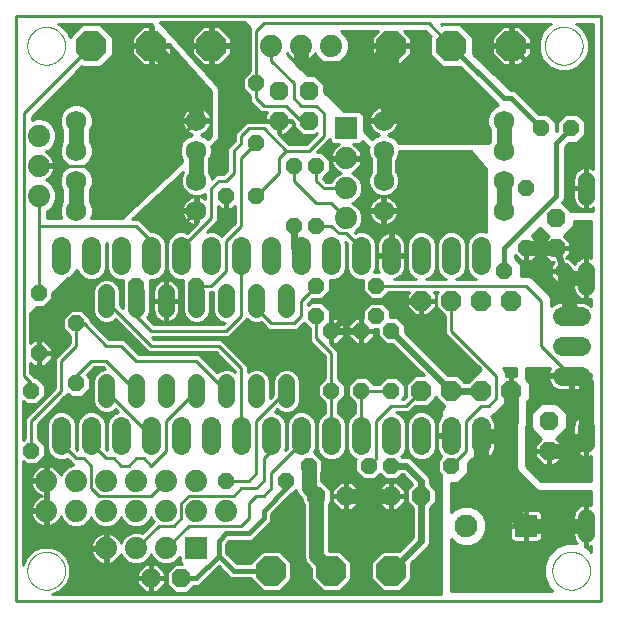
<source format=gtl>
G75*
%MOIN*%
%OFA0B0*%
%FSLAX25Y25*%
%IPPOS*%
%LPD*%
%AMOC8*
5,1,8,0,0,1.08239X$1,22.5*
%
%ADD10C,0.00000*%
%ADD11C,0.01000*%
%ADD12C,0.07600*%
%ADD13R,0.07600X0.07600*%
%ADD14OC8,0.06300*%
%ADD15C,0.05600*%
%ADD16OC8,0.05600*%
%ADD17OC8,0.06800*%
%ADD18C,0.06400*%
%ADD19OC8,0.10000*%
%ADD20C,0.06800*%
%ADD21R,0.07400X0.07400*%
%ADD22C,0.07400*%
%ADD23C,0.02400*%
%ADD24C,0.05000*%
%ADD25C,0.01600*%
D10*
X0007100Y0006700D02*
X0200801Y0006700D01*
X0185801Y0016700D02*
X0185803Y0016858D01*
X0185809Y0017016D01*
X0185819Y0017174D01*
X0185833Y0017332D01*
X0185851Y0017489D01*
X0185872Y0017646D01*
X0185898Y0017802D01*
X0185928Y0017958D01*
X0185961Y0018113D01*
X0185999Y0018266D01*
X0186040Y0018419D01*
X0186085Y0018571D01*
X0186134Y0018722D01*
X0186187Y0018871D01*
X0186243Y0019019D01*
X0186303Y0019165D01*
X0186367Y0019310D01*
X0186435Y0019453D01*
X0186506Y0019595D01*
X0186580Y0019735D01*
X0186658Y0019872D01*
X0186740Y0020008D01*
X0186824Y0020142D01*
X0186913Y0020273D01*
X0187004Y0020402D01*
X0187099Y0020529D01*
X0187196Y0020654D01*
X0187297Y0020776D01*
X0187401Y0020895D01*
X0187508Y0021012D01*
X0187618Y0021126D01*
X0187731Y0021237D01*
X0187846Y0021346D01*
X0187964Y0021451D01*
X0188085Y0021553D01*
X0188208Y0021653D01*
X0188334Y0021749D01*
X0188462Y0021842D01*
X0188592Y0021932D01*
X0188725Y0022018D01*
X0188860Y0022102D01*
X0188996Y0022181D01*
X0189135Y0022258D01*
X0189276Y0022330D01*
X0189418Y0022400D01*
X0189562Y0022465D01*
X0189708Y0022527D01*
X0189855Y0022585D01*
X0190004Y0022640D01*
X0190154Y0022691D01*
X0190305Y0022738D01*
X0190457Y0022781D01*
X0190610Y0022820D01*
X0190765Y0022856D01*
X0190920Y0022887D01*
X0191076Y0022915D01*
X0191232Y0022939D01*
X0191389Y0022959D01*
X0191547Y0022975D01*
X0191704Y0022987D01*
X0191863Y0022995D01*
X0192021Y0022999D01*
X0192179Y0022999D01*
X0192337Y0022995D01*
X0192496Y0022987D01*
X0192653Y0022975D01*
X0192811Y0022959D01*
X0192968Y0022939D01*
X0193124Y0022915D01*
X0193280Y0022887D01*
X0193435Y0022856D01*
X0193590Y0022820D01*
X0193743Y0022781D01*
X0193895Y0022738D01*
X0194046Y0022691D01*
X0194196Y0022640D01*
X0194345Y0022585D01*
X0194492Y0022527D01*
X0194638Y0022465D01*
X0194782Y0022400D01*
X0194924Y0022330D01*
X0195065Y0022258D01*
X0195204Y0022181D01*
X0195340Y0022102D01*
X0195475Y0022018D01*
X0195608Y0021932D01*
X0195738Y0021842D01*
X0195866Y0021749D01*
X0195992Y0021653D01*
X0196115Y0021553D01*
X0196236Y0021451D01*
X0196354Y0021346D01*
X0196469Y0021237D01*
X0196582Y0021126D01*
X0196692Y0021012D01*
X0196799Y0020895D01*
X0196903Y0020776D01*
X0197004Y0020654D01*
X0197101Y0020529D01*
X0197196Y0020402D01*
X0197287Y0020273D01*
X0197376Y0020142D01*
X0197460Y0020008D01*
X0197542Y0019872D01*
X0197620Y0019735D01*
X0197694Y0019595D01*
X0197765Y0019453D01*
X0197833Y0019310D01*
X0197897Y0019165D01*
X0197957Y0019019D01*
X0198013Y0018871D01*
X0198066Y0018722D01*
X0198115Y0018571D01*
X0198160Y0018419D01*
X0198201Y0018266D01*
X0198239Y0018113D01*
X0198272Y0017958D01*
X0198302Y0017802D01*
X0198328Y0017646D01*
X0198349Y0017489D01*
X0198367Y0017332D01*
X0198381Y0017174D01*
X0198391Y0017016D01*
X0198397Y0016858D01*
X0198399Y0016700D01*
X0198397Y0016542D01*
X0198391Y0016384D01*
X0198381Y0016226D01*
X0198367Y0016068D01*
X0198349Y0015911D01*
X0198328Y0015754D01*
X0198302Y0015598D01*
X0198272Y0015442D01*
X0198239Y0015287D01*
X0198201Y0015134D01*
X0198160Y0014981D01*
X0198115Y0014829D01*
X0198066Y0014678D01*
X0198013Y0014529D01*
X0197957Y0014381D01*
X0197897Y0014235D01*
X0197833Y0014090D01*
X0197765Y0013947D01*
X0197694Y0013805D01*
X0197620Y0013665D01*
X0197542Y0013528D01*
X0197460Y0013392D01*
X0197376Y0013258D01*
X0197287Y0013127D01*
X0197196Y0012998D01*
X0197101Y0012871D01*
X0197004Y0012746D01*
X0196903Y0012624D01*
X0196799Y0012505D01*
X0196692Y0012388D01*
X0196582Y0012274D01*
X0196469Y0012163D01*
X0196354Y0012054D01*
X0196236Y0011949D01*
X0196115Y0011847D01*
X0195992Y0011747D01*
X0195866Y0011651D01*
X0195738Y0011558D01*
X0195608Y0011468D01*
X0195475Y0011382D01*
X0195340Y0011298D01*
X0195204Y0011219D01*
X0195065Y0011142D01*
X0194924Y0011070D01*
X0194782Y0011000D01*
X0194638Y0010935D01*
X0194492Y0010873D01*
X0194345Y0010815D01*
X0194196Y0010760D01*
X0194046Y0010709D01*
X0193895Y0010662D01*
X0193743Y0010619D01*
X0193590Y0010580D01*
X0193435Y0010544D01*
X0193280Y0010513D01*
X0193124Y0010485D01*
X0192968Y0010461D01*
X0192811Y0010441D01*
X0192653Y0010425D01*
X0192496Y0010413D01*
X0192337Y0010405D01*
X0192179Y0010401D01*
X0192021Y0010401D01*
X0191863Y0010405D01*
X0191704Y0010413D01*
X0191547Y0010425D01*
X0191389Y0010441D01*
X0191232Y0010461D01*
X0191076Y0010485D01*
X0190920Y0010513D01*
X0190765Y0010544D01*
X0190610Y0010580D01*
X0190457Y0010619D01*
X0190305Y0010662D01*
X0190154Y0010709D01*
X0190004Y0010760D01*
X0189855Y0010815D01*
X0189708Y0010873D01*
X0189562Y0010935D01*
X0189418Y0011000D01*
X0189276Y0011070D01*
X0189135Y0011142D01*
X0188996Y0011219D01*
X0188860Y0011298D01*
X0188725Y0011382D01*
X0188592Y0011468D01*
X0188462Y0011558D01*
X0188334Y0011651D01*
X0188208Y0011747D01*
X0188085Y0011847D01*
X0187964Y0011949D01*
X0187846Y0012054D01*
X0187731Y0012163D01*
X0187618Y0012274D01*
X0187508Y0012388D01*
X0187401Y0012505D01*
X0187297Y0012624D01*
X0187196Y0012746D01*
X0187099Y0012871D01*
X0187004Y0012998D01*
X0186913Y0013127D01*
X0186824Y0013258D01*
X0186740Y0013392D01*
X0186658Y0013528D01*
X0186580Y0013665D01*
X0186506Y0013805D01*
X0186435Y0013947D01*
X0186367Y0014090D01*
X0186303Y0014235D01*
X0186243Y0014381D01*
X0186187Y0014529D01*
X0186134Y0014678D01*
X0186085Y0014829D01*
X0186040Y0014981D01*
X0185999Y0015134D01*
X0185961Y0015287D01*
X0185928Y0015442D01*
X0185898Y0015598D01*
X0185872Y0015754D01*
X0185851Y0015911D01*
X0185833Y0016068D01*
X0185819Y0016226D01*
X0185809Y0016384D01*
X0185803Y0016542D01*
X0185801Y0016700D01*
X0010801Y0016700D02*
X0010803Y0016858D01*
X0010809Y0017016D01*
X0010819Y0017174D01*
X0010833Y0017332D01*
X0010851Y0017489D01*
X0010872Y0017646D01*
X0010898Y0017802D01*
X0010928Y0017958D01*
X0010961Y0018113D01*
X0010999Y0018266D01*
X0011040Y0018419D01*
X0011085Y0018571D01*
X0011134Y0018722D01*
X0011187Y0018871D01*
X0011243Y0019019D01*
X0011303Y0019165D01*
X0011367Y0019310D01*
X0011435Y0019453D01*
X0011506Y0019595D01*
X0011580Y0019735D01*
X0011658Y0019872D01*
X0011740Y0020008D01*
X0011824Y0020142D01*
X0011913Y0020273D01*
X0012004Y0020402D01*
X0012099Y0020529D01*
X0012196Y0020654D01*
X0012297Y0020776D01*
X0012401Y0020895D01*
X0012508Y0021012D01*
X0012618Y0021126D01*
X0012731Y0021237D01*
X0012846Y0021346D01*
X0012964Y0021451D01*
X0013085Y0021553D01*
X0013208Y0021653D01*
X0013334Y0021749D01*
X0013462Y0021842D01*
X0013592Y0021932D01*
X0013725Y0022018D01*
X0013860Y0022102D01*
X0013996Y0022181D01*
X0014135Y0022258D01*
X0014276Y0022330D01*
X0014418Y0022400D01*
X0014562Y0022465D01*
X0014708Y0022527D01*
X0014855Y0022585D01*
X0015004Y0022640D01*
X0015154Y0022691D01*
X0015305Y0022738D01*
X0015457Y0022781D01*
X0015610Y0022820D01*
X0015765Y0022856D01*
X0015920Y0022887D01*
X0016076Y0022915D01*
X0016232Y0022939D01*
X0016389Y0022959D01*
X0016547Y0022975D01*
X0016704Y0022987D01*
X0016863Y0022995D01*
X0017021Y0022999D01*
X0017179Y0022999D01*
X0017337Y0022995D01*
X0017496Y0022987D01*
X0017653Y0022975D01*
X0017811Y0022959D01*
X0017968Y0022939D01*
X0018124Y0022915D01*
X0018280Y0022887D01*
X0018435Y0022856D01*
X0018590Y0022820D01*
X0018743Y0022781D01*
X0018895Y0022738D01*
X0019046Y0022691D01*
X0019196Y0022640D01*
X0019345Y0022585D01*
X0019492Y0022527D01*
X0019638Y0022465D01*
X0019782Y0022400D01*
X0019924Y0022330D01*
X0020065Y0022258D01*
X0020204Y0022181D01*
X0020340Y0022102D01*
X0020475Y0022018D01*
X0020608Y0021932D01*
X0020738Y0021842D01*
X0020866Y0021749D01*
X0020992Y0021653D01*
X0021115Y0021553D01*
X0021236Y0021451D01*
X0021354Y0021346D01*
X0021469Y0021237D01*
X0021582Y0021126D01*
X0021692Y0021012D01*
X0021799Y0020895D01*
X0021903Y0020776D01*
X0022004Y0020654D01*
X0022101Y0020529D01*
X0022196Y0020402D01*
X0022287Y0020273D01*
X0022376Y0020142D01*
X0022460Y0020008D01*
X0022542Y0019872D01*
X0022620Y0019735D01*
X0022694Y0019595D01*
X0022765Y0019453D01*
X0022833Y0019310D01*
X0022897Y0019165D01*
X0022957Y0019019D01*
X0023013Y0018871D01*
X0023066Y0018722D01*
X0023115Y0018571D01*
X0023160Y0018419D01*
X0023201Y0018266D01*
X0023239Y0018113D01*
X0023272Y0017958D01*
X0023302Y0017802D01*
X0023328Y0017646D01*
X0023349Y0017489D01*
X0023367Y0017332D01*
X0023381Y0017174D01*
X0023391Y0017016D01*
X0023397Y0016858D01*
X0023399Y0016700D01*
X0023397Y0016542D01*
X0023391Y0016384D01*
X0023381Y0016226D01*
X0023367Y0016068D01*
X0023349Y0015911D01*
X0023328Y0015754D01*
X0023302Y0015598D01*
X0023272Y0015442D01*
X0023239Y0015287D01*
X0023201Y0015134D01*
X0023160Y0014981D01*
X0023115Y0014829D01*
X0023066Y0014678D01*
X0023013Y0014529D01*
X0022957Y0014381D01*
X0022897Y0014235D01*
X0022833Y0014090D01*
X0022765Y0013947D01*
X0022694Y0013805D01*
X0022620Y0013665D01*
X0022542Y0013528D01*
X0022460Y0013392D01*
X0022376Y0013258D01*
X0022287Y0013127D01*
X0022196Y0012998D01*
X0022101Y0012871D01*
X0022004Y0012746D01*
X0021903Y0012624D01*
X0021799Y0012505D01*
X0021692Y0012388D01*
X0021582Y0012274D01*
X0021469Y0012163D01*
X0021354Y0012054D01*
X0021236Y0011949D01*
X0021115Y0011847D01*
X0020992Y0011747D01*
X0020866Y0011651D01*
X0020738Y0011558D01*
X0020608Y0011468D01*
X0020475Y0011382D01*
X0020340Y0011298D01*
X0020204Y0011219D01*
X0020065Y0011142D01*
X0019924Y0011070D01*
X0019782Y0011000D01*
X0019638Y0010935D01*
X0019492Y0010873D01*
X0019345Y0010815D01*
X0019196Y0010760D01*
X0019046Y0010709D01*
X0018895Y0010662D01*
X0018743Y0010619D01*
X0018590Y0010580D01*
X0018435Y0010544D01*
X0018280Y0010513D01*
X0018124Y0010485D01*
X0017968Y0010461D01*
X0017811Y0010441D01*
X0017653Y0010425D01*
X0017496Y0010413D01*
X0017337Y0010405D01*
X0017179Y0010401D01*
X0017021Y0010401D01*
X0016863Y0010405D01*
X0016704Y0010413D01*
X0016547Y0010425D01*
X0016389Y0010441D01*
X0016232Y0010461D01*
X0016076Y0010485D01*
X0015920Y0010513D01*
X0015765Y0010544D01*
X0015610Y0010580D01*
X0015457Y0010619D01*
X0015305Y0010662D01*
X0015154Y0010709D01*
X0015004Y0010760D01*
X0014855Y0010815D01*
X0014708Y0010873D01*
X0014562Y0010935D01*
X0014418Y0011000D01*
X0014276Y0011070D01*
X0014135Y0011142D01*
X0013996Y0011219D01*
X0013860Y0011298D01*
X0013725Y0011382D01*
X0013592Y0011468D01*
X0013462Y0011558D01*
X0013334Y0011651D01*
X0013208Y0011747D01*
X0013085Y0011847D01*
X0012964Y0011949D01*
X0012846Y0012054D01*
X0012731Y0012163D01*
X0012618Y0012274D01*
X0012508Y0012388D01*
X0012401Y0012505D01*
X0012297Y0012624D01*
X0012196Y0012746D01*
X0012099Y0012871D01*
X0012004Y0012998D01*
X0011913Y0013127D01*
X0011824Y0013258D01*
X0011740Y0013392D01*
X0011658Y0013528D01*
X0011580Y0013665D01*
X0011506Y0013805D01*
X0011435Y0013947D01*
X0011367Y0014090D01*
X0011303Y0014235D01*
X0011243Y0014381D01*
X0011187Y0014529D01*
X0011134Y0014678D01*
X0011085Y0014829D01*
X0011040Y0014981D01*
X0010999Y0015134D01*
X0010961Y0015287D01*
X0010928Y0015442D01*
X0010898Y0015598D01*
X0010872Y0015754D01*
X0010851Y0015911D01*
X0010833Y0016068D01*
X0010819Y0016226D01*
X0010809Y0016384D01*
X0010803Y0016542D01*
X0010801Y0016700D01*
X0010801Y0191700D02*
X0010803Y0191858D01*
X0010809Y0192016D01*
X0010819Y0192174D01*
X0010833Y0192332D01*
X0010851Y0192489D01*
X0010872Y0192646D01*
X0010898Y0192802D01*
X0010928Y0192958D01*
X0010961Y0193113D01*
X0010999Y0193266D01*
X0011040Y0193419D01*
X0011085Y0193571D01*
X0011134Y0193722D01*
X0011187Y0193871D01*
X0011243Y0194019D01*
X0011303Y0194165D01*
X0011367Y0194310D01*
X0011435Y0194453D01*
X0011506Y0194595D01*
X0011580Y0194735D01*
X0011658Y0194872D01*
X0011740Y0195008D01*
X0011824Y0195142D01*
X0011913Y0195273D01*
X0012004Y0195402D01*
X0012099Y0195529D01*
X0012196Y0195654D01*
X0012297Y0195776D01*
X0012401Y0195895D01*
X0012508Y0196012D01*
X0012618Y0196126D01*
X0012731Y0196237D01*
X0012846Y0196346D01*
X0012964Y0196451D01*
X0013085Y0196553D01*
X0013208Y0196653D01*
X0013334Y0196749D01*
X0013462Y0196842D01*
X0013592Y0196932D01*
X0013725Y0197018D01*
X0013860Y0197102D01*
X0013996Y0197181D01*
X0014135Y0197258D01*
X0014276Y0197330D01*
X0014418Y0197400D01*
X0014562Y0197465D01*
X0014708Y0197527D01*
X0014855Y0197585D01*
X0015004Y0197640D01*
X0015154Y0197691D01*
X0015305Y0197738D01*
X0015457Y0197781D01*
X0015610Y0197820D01*
X0015765Y0197856D01*
X0015920Y0197887D01*
X0016076Y0197915D01*
X0016232Y0197939D01*
X0016389Y0197959D01*
X0016547Y0197975D01*
X0016704Y0197987D01*
X0016863Y0197995D01*
X0017021Y0197999D01*
X0017179Y0197999D01*
X0017337Y0197995D01*
X0017496Y0197987D01*
X0017653Y0197975D01*
X0017811Y0197959D01*
X0017968Y0197939D01*
X0018124Y0197915D01*
X0018280Y0197887D01*
X0018435Y0197856D01*
X0018590Y0197820D01*
X0018743Y0197781D01*
X0018895Y0197738D01*
X0019046Y0197691D01*
X0019196Y0197640D01*
X0019345Y0197585D01*
X0019492Y0197527D01*
X0019638Y0197465D01*
X0019782Y0197400D01*
X0019924Y0197330D01*
X0020065Y0197258D01*
X0020204Y0197181D01*
X0020340Y0197102D01*
X0020475Y0197018D01*
X0020608Y0196932D01*
X0020738Y0196842D01*
X0020866Y0196749D01*
X0020992Y0196653D01*
X0021115Y0196553D01*
X0021236Y0196451D01*
X0021354Y0196346D01*
X0021469Y0196237D01*
X0021582Y0196126D01*
X0021692Y0196012D01*
X0021799Y0195895D01*
X0021903Y0195776D01*
X0022004Y0195654D01*
X0022101Y0195529D01*
X0022196Y0195402D01*
X0022287Y0195273D01*
X0022376Y0195142D01*
X0022460Y0195008D01*
X0022542Y0194872D01*
X0022620Y0194735D01*
X0022694Y0194595D01*
X0022765Y0194453D01*
X0022833Y0194310D01*
X0022897Y0194165D01*
X0022957Y0194019D01*
X0023013Y0193871D01*
X0023066Y0193722D01*
X0023115Y0193571D01*
X0023160Y0193419D01*
X0023201Y0193266D01*
X0023239Y0193113D01*
X0023272Y0192958D01*
X0023302Y0192802D01*
X0023328Y0192646D01*
X0023349Y0192489D01*
X0023367Y0192332D01*
X0023381Y0192174D01*
X0023391Y0192016D01*
X0023397Y0191858D01*
X0023399Y0191700D01*
X0023397Y0191542D01*
X0023391Y0191384D01*
X0023381Y0191226D01*
X0023367Y0191068D01*
X0023349Y0190911D01*
X0023328Y0190754D01*
X0023302Y0190598D01*
X0023272Y0190442D01*
X0023239Y0190287D01*
X0023201Y0190134D01*
X0023160Y0189981D01*
X0023115Y0189829D01*
X0023066Y0189678D01*
X0023013Y0189529D01*
X0022957Y0189381D01*
X0022897Y0189235D01*
X0022833Y0189090D01*
X0022765Y0188947D01*
X0022694Y0188805D01*
X0022620Y0188665D01*
X0022542Y0188528D01*
X0022460Y0188392D01*
X0022376Y0188258D01*
X0022287Y0188127D01*
X0022196Y0187998D01*
X0022101Y0187871D01*
X0022004Y0187746D01*
X0021903Y0187624D01*
X0021799Y0187505D01*
X0021692Y0187388D01*
X0021582Y0187274D01*
X0021469Y0187163D01*
X0021354Y0187054D01*
X0021236Y0186949D01*
X0021115Y0186847D01*
X0020992Y0186747D01*
X0020866Y0186651D01*
X0020738Y0186558D01*
X0020608Y0186468D01*
X0020475Y0186382D01*
X0020340Y0186298D01*
X0020204Y0186219D01*
X0020065Y0186142D01*
X0019924Y0186070D01*
X0019782Y0186000D01*
X0019638Y0185935D01*
X0019492Y0185873D01*
X0019345Y0185815D01*
X0019196Y0185760D01*
X0019046Y0185709D01*
X0018895Y0185662D01*
X0018743Y0185619D01*
X0018590Y0185580D01*
X0018435Y0185544D01*
X0018280Y0185513D01*
X0018124Y0185485D01*
X0017968Y0185461D01*
X0017811Y0185441D01*
X0017653Y0185425D01*
X0017496Y0185413D01*
X0017337Y0185405D01*
X0017179Y0185401D01*
X0017021Y0185401D01*
X0016863Y0185405D01*
X0016704Y0185413D01*
X0016547Y0185425D01*
X0016389Y0185441D01*
X0016232Y0185461D01*
X0016076Y0185485D01*
X0015920Y0185513D01*
X0015765Y0185544D01*
X0015610Y0185580D01*
X0015457Y0185619D01*
X0015305Y0185662D01*
X0015154Y0185709D01*
X0015004Y0185760D01*
X0014855Y0185815D01*
X0014708Y0185873D01*
X0014562Y0185935D01*
X0014418Y0186000D01*
X0014276Y0186070D01*
X0014135Y0186142D01*
X0013996Y0186219D01*
X0013860Y0186298D01*
X0013725Y0186382D01*
X0013592Y0186468D01*
X0013462Y0186558D01*
X0013334Y0186651D01*
X0013208Y0186747D01*
X0013085Y0186847D01*
X0012964Y0186949D01*
X0012846Y0187054D01*
X0012731Y0187163D01*
X0012618Y0187274D01*
X0012508Y0187388D01*
X0012401Y0187505D01*
X0012297Y0187624D01*
X0012196Y0187746D01*
X0012099Y0187871D01*
X0012004Y0187998D01*
X0011913Y0188127D01*
X0011824Y0188258D01*
X0011740Y0188392D01*
X0011658Y0188528D01*
X0011580Y0188665D01*
X0011506Y0188805D01*
X0011435Y0188947D01*
X0011367Y0189090D01*
X0011303Y0189235D01*
X0011243Y0189381D01*
X0011187Y0189529D01*
X0011134Y0189678D01*
X0011085Y0189829D01*
X0011040Y0189981D01*
X0010999Y0190134D01*
X0010961Y0190287D01*
X0010928Y0190442D01*
X0010898Y0190598D01*
X0010872Y0190754D01*
X0010851Y0190911D01*
X0010833Y0191068D01*
X0010819Y0191226D01*
X0010809Y0191384D01*
X0010803Y0191542D01*
X0010801Y0191700D01*
X0183301Y0191700D02*
X0183303Y0191858D01*
X0183309Y0192016D01*
X0183319Y0192174D01*
X0183333Y0192332D01*
X0183351Y0192489D01*
X0183372Y0192646D01*
X0183398Y0192802D01*
X0183428Y0192958D01*
X0183461Y0193113D01*
X0183499Y0193266D01*
X0183540Y0193419D01*
X0183585Y0193571D01*
X0183634Y0193722D01*
X0183687Y0193871D01*
X0183743Y0194019D01*
X0183803Y0194165D01*
X0183867Y0194310D01*
X0183935Y0194453D01*
X0184006Y0194595D01*
X0184080Y0194735D01*
X0184158Y0194872D01*
X0184240Y0195008D01*
X0184324Y0195142D01*
X0184413Y0195273D01*
X0184504Y0195402D01*
X0184599Y0195529D01*
X0184696Y0195654D01*
X0184797Y0195776D01*
X0184901Y0195895D01*
X0185008Y0196012D01*
X0185118Y0196126D01*
X0185231Y0196237D01*
X0185346Y0196346D01*
X0185464Y0196451D01*
X0185585Y0196553D01*
X0185708Y0196653D01*
X0185834Y0196749D01*
X0185962Y0196842D01*
X0186092Y0196932D01*
X0186225Y0197018D01*
X0186360Y0197102D01*
X0186496Y0197181D01*
X0186635Y0197258D01*
X0186776Y0197330D01*
X0186918Y0197400D01*
X0187062Y0197465D01*
X0187208Y0197527D01*
X0187355Y0197585D01*
X0187504Y0197640D01*
X0187654Y0197691D01*
X0187805Y0197738D01*
X0187957Y0197781D01*
X0188110Y0197820D01*
X0188265Y0197856D01*
X0188420Y0197887D01*
X0188576Y0197915D01*
X0188732Y0197939D01*
X0188889Y0197959D01*
X0189047Y0197975D01*
X0189204Y0197987D01*
X0189363Y0197995D01*
X0189521Y0197999D01*
X0189679Y0197999D01*
X0189837Y0197995D01*
X0189996Y0197987D01*
X0190153Y0197975D01*
X0190311Y0197959D01*
X0190468Y0197939D01*
X0190624Y0197915D01*
X0190780Y0197887D01*
X0190935Y0197856D01*
X0191090Y0197820D01*
X0191243Y0197781D01*
X0191395Y0197738D01*
X0191546Y0197691D01*
X0191696Y0197640D01*
X0191845Y0197585D01*
X0191992Y0197527D01*
X0192138Y0197465D01*
X0192282Y0197400D01*
X0192424Y0197330D01*
X0192565Y0197258D01*
X0192704Y0197181D01*
X0192840Y0197102D01*
X0192975Y0197018D01*
X0193108Y0196932D01*
X0193238Y0196842D01*
X0193366Y0196749D01*
X0193492Y0196653D01*
X0193615Y0196553D01*
X0193736Y0196451D01*
X0193854Y0196346D01*
X0193969Y0196237D01*
X0194082Y0196126D01*
X0194192Y0196012D01*
X0194299Y0195895D01*
X0194403Y0195776D01*
X0194504Y0195654D01*
X0194601Y0195529D01*
X0194696Y0195402D01*
X0194787Y0195273D01*
X0194876Y0195142D01*
X0194960Y0195008D01*
X0195042Y0194872D01*
X0195120Y0194735D01*
X0195194Y0194595D01*
X0195265Y0194453D01*
X0195333Y0194310D01*
X0195397Y0194165D01*
X0195457Y0194019D01*
X0195513Y0193871D01*
X0195566Y0193722D01*
X0195615Y0193571D01*
X0195660Y0193419D01*
X0195701Y0193266D01*
X0195739Y0193113D01*
X0195772Y0192958D01*
X0195802Y0192802D01*
X0195828Y0192646D01*
X0195849Y0192489D01*
X0195867Y0192332D01*
X0195881Y0192174D01*
X0195891Y0192016D01*
X0195897Y0191858D01*
X0195899Y0191700D01*
X0195897Y0191542D01*
X0195891Y0191384D01*
X0195881Y0191226D01*
X0195867Y0191068D01*
X0195849Y0190911D01*
X0195828Y0190754D01*
X0195802Y0190598D01*
X0195772Y0190442D01*
X0195739Y0190287D01*
X0195701Y0190134D01*
X0195660Y0189981D01*
X0195615Y0189829D01*
X0195566Y0189678D01*
X0195513Y0189529D01*
X0195457Y0189381D01*
X0195397Y0189235D01*
X0195333Y0189090D01*
X0195265Y0188947D01*
X0195194Y0188805D01*
X0195120Y0188665D01*
X0195042Y0188528D01*
X0194960Y0188392D01*
X0194876Y0188258D01*
X0194787Y0188127D01*
X0194696Y0187998D01*
X0194601Y0187871D01*
X0194504Y0187746D01*
X0194403Y0187624D01*
X0194299Y0187505D01*
X0194192Y0187388D01*
X0194082Y0187274D01*
X0193969Y0187163D01*
X0193854Y0187054D01*
X0193736Y0186949D01*
X0193615Y0186847D01*
X0193492Y0186747D01*
X0193366Y0186651D01*
X0193238Y0186558D01*
X0193108Y0186468D01*
X0192975Y0186382D01*
X0192840Y0186298D01*
X0192704Y0186219D01*
X0192565Y0186142D01*
X0192424Y0186070D01*
X0192282Y0186000D01*
X0192138Y0185935D01*
X0191992Y0185873D01*
X0191845Y0185815D01*
X0191696Y0185760D01*
X0191546Y0185709D01*
X0191395Y0185662D01*
X0191243Y0185619D01*
X0191090Y0185580D01*
X0190935Y0185544D01*
X0190780Y0185513D01*
X0190624Y0185485D01*
X0190468Y0185461D01*
X0190311Y0185441D01*
X0190153Y0185425D01*
X0189996Y0185413D01*
X0189837Y0185405D01*
X0189679Y0185401D01*
X0189521Y0185401D01*
X0189363Y0185405D01*
X0189204Y0185413D01*
X0189047Y0185425D01*
X0188889Y0185441D01*
X0188732Y0185461D01*
X0188576Y0185485D01*
X0188420Y0185513D01*
X0188265Y0185544D01*
X0188110Y0185580D01*
X0187957Y0185619D01*
X0187805Y0185662D01*
X0187654Y0185709D01*
X0187504Y0185760D01*
X0187355Y0185815D01*
X0187208Y0185873D01*
X0187062Y0185935D01*
X0186918Y0186000D01*
X0186776Y0186070D01*
X0186635Y0186142D01*
X0186496Y0186219D01*
X0186360Y0186298D01*
X0186225Y0186382D01*
X0186092Y0186468D01*
X0185962Y0186558D01*
X0185834Y0186651D01*
X0185708Y0186747D01*
X0185585Y0186847D01*
X0185464Y0186949D01*
X0185346Y0187054D01*
X0185231Y0187163D01*
X0185118Y0187274D01*
X0185008Y0187388D01*
X0184901Y0187505D01*
X0184797Y0187624D01*
X0184696Y0187746D01*
X0184599Y0187871D01*
X0184504Y0187998D01*
X0184413Y0188127D01*
X0184324Y0188258D01*
X0184240Y0188392D01*
X0184158Y0188528D01*
X0184080Y0188665D01*
X0184006Y0188805D01*
X0183935Y0188947D01*
X0183867Y0189090D01*
X0183803Y0189235D01*
X0183743Y0189381D01*
X0183687Y0189529D01*
X0183634Y0189678D01*
X0183585Y0189829D01*
X0183540Y0189981D01*
X0183499Y0190134D01*
X0183461Y0190287D01*
X0183428Y0190442D01*
X0183398Y0190598D01*
X0183372Y0190754D01*
X0183351Y0190911D01*
X0183333Y0191068D01*
X0183319Y0191226D01*
X0183309Y0191384D01*
X0183303Y0191542D01*
X0183301Y0191700D01*
D11*
X0007100Y0201700D02*
X0007100Y0006700D01*
X0202100Y0006700D01*
X0202100Y0201700D01*
X0007100Y0201700D01*
X0021183Y0199100D02*
X0051940Y0199100D01*
X0052750Y0198200D01*
X0052600Y0198200D01*
X0052600Y0192200D01*
X0058150Y0192200D01*
X0072100Y0176700D01*
X0072100Y0161700D01*
X0070945Y0160634D01*
X0070215Y0161363D01*
X0068595Y0162034D01*
X0068981Y0162159D01*
X0069668Y0162509D01*
X0070292Y0162962D01*
X0070838Y0163508D01*
X0071291Y0164132D01*
X0071641Y0164819D01*
X0071879Y0165553D01*
X0071982Y0166200D01*
X0067600Y0166200D01*
X0067600Y0167200D01*
X0071982Y0167200D01*
X0071879Y0167847D01*
X0071641Y0168581D01*
X0071291Y0169268D01*
X0070838Y0169892D01*
X0070292Y0170438D01*
X0069668Y0170891D01*
X0068981Y0171241D01*
X0068247Y0171479D01*
X0067600Y0171582D01*
X0067600Y0167200D01*
X0066600Y0167200D01*
X0066600Y0171582D01*
X0065953Y0171479D01*
X0065219Y0171241D01*
X0064532Y0170891D01*
X0063908Y0170438D01*
X0063362Y0169892D01*
X0062909Y0169268D01*
X0062559Y0168581D01*
X0062321Y0167847D01*
X0062218Y0167200D01*
X0066600Y0167200D01*
X0066600Y0166200D01*
X0062218Y0166200D01*
X0062321Y0165553D01*
X0062559Y0164819D01*
X0062909Y0164132D01*
X0063362Y0163508D01*
X0063908Y0162962D01*
X0064532Y0162509D01*
X0065219Y0162159D01*
X0065605Y0162034D01*
X0063984Y0161363D01*
X0062437Y0159815D01*
X0061600Y0157794D01*
X0061600Y0155606D01*
X0062437Y0153584D01*
X0062500Y0153522D01*
X0062500Y0152838D01*
X0042417Y0134300D01*
X0032059Y0134300D01*
X0032600Y0135606D01*
X0032600Y0137794D01*
X0031763Y0139815D01*
X0031700Y0139878D01*
X0031700Y0143522D01*
X0031763Y0143584D01*
X0032600Y0145606D01*
X0032600Y0147794D01*
X0031763Y0149815D01*
X0030215Y0151363D01*
X0029401Y0151700D01*
X0030215Y0152037D01*
X0031763Y0153584D01*
X0032600Y0155606D01*
X0032600Y0157794D01*
X0031763Y0159815D01*
X0031700Y0159878D01*
X0031700Y0163522D01*
X0031763Y0163584D01*
X0032600Y0165606D01*
X0032600Y0167794D01*
X0031763Y0169815D01*
X0030215Y0171363D01*
X0028194Y0172200D01*
X0026006Y0172200D01*
X0023984Y0171363D01*
X0022437Y0169815D01*
X0021600Y0167794D01*
X0021600Y0165606D01*
X0022437Y0163584D01*
X0022500Y0163522D01*
X0022500Y0159878D01*
X0022437Y0159815D01*
X0021600Y0157794D01*
X0021600Y0155606D01*
X0022437Y0153584D01*
X0023984Y0152037D01*
X0024799Y0151700D01*
X0023984Y0151363D01*
X0022437Y0149815D01*
X0021600Y0147794D01*
X0021600Y0145606D01*
X0022437Y0143584D01*
X0022500Y0143522D01*
X0022500Y0139878D01*
X0022437Y0139815D01*
X0021600Y0137794D01*
X0021600Y0135606D01*
X0022141Y0134300D01*
X0017200Y0134300D01*
X0017200Y0136499D01*
X0017885Y0136783D01*
X0019517Y0138415D01*
X0020400Y0140546D01*
X0020400Y0142854D01*
X0019517Y0144985D01*
X0017885Y0146617D01*
X0016888Y0147030D01*
X0017325Y0147253D01*
X0017988Y0147734D01*
X0018566Y0148312D01*
X0019047Y0148975D01*
X0019419Y0149704D01*
X0019672Y0150482D01*
X0019786Y0151200D01*
X0015100Y0151200D01*
X0015100Y0152200D01*
X0019786Y0152200D01*
X0019672Y0152918D01*
X0019419Y0153696D01*
X0019047Y0154425D01*
X0018566Y0155088D01*
X0017988Y0155666D01*
X0017325Y0156147D01*
X0016888Y0156370D01*
X0017885Y0156783D01*
X0019517Y0158415D01*
X0020400Y0160546D01*
X0020400Y0162854D01*
X0019517Y0164985D01*
X0017885Y0166617D01*
X0015754Y0167500D01*
X0013446Y0167500D01*
X0012200Y0166984D01*
X0012200Y0168123D01*
X0028918Y0184841D01*
X0029159Y0184600D01*
X0035041Y0184600D01*
X0039200Y0188759D01*
X0039200Y0194641D01*
X0035041Y0198800D01*
X0029159Y0198800D01*
X0025000Y0194641D01*
X0025000Y0194576D01*
X0024220Y0196458D01*
X0021858Y0198820D01*
X0021183Y0199100D01*
X0022264Y0198414D02*
X0028773Y0198414D01*
X0027775Y0197416D02*
X0023263Y0197416D01*
X0024237Y0196417D02*
X0026776Y0196417D01*
X0025778Y0195419D02*
X0024651Y0195419D01*
X0032100Y0191700D02*
X0009600Y0169200D01*
X0009600Y0081700D01*
X0012100Y0079200D01*
X0012100Y0076700D01*
X0014574Y0080590D02*
X0019900Y0080590D01*
X0019900Y0081588D02*
X0012823Y0081588D01*
X0013211Y0081200D02*
X0011800Y0082611D01*
X0011800Y0085919D01*
X0012819Y0084900D01*
X0014300Y0084900D01*
X0014300Y0088900D01*
X0014900Y0088900D01*
X0014900Y0089500D01*
X0014300Y0089500D01*
X0014300Y0093500D01*
X0012819Y0093500D01*
X0011800Y0092481D01*
X0011800Y0102500D01*
X0014183Y0104700D01*
X0016464Y0104700D01*
X0019100Y0107336D01*
X0019100Y0109239D01*
X0024436Y0114164D01*
X0024876Y0114346D01*
X0026254Y0115724D01*
X0026333Y0115915D01*
X0027443Y0116939D01*
X0027946Y0115724D01*
X0029324Y0114346D01*
X0031125Y0113600D01*
X0033075Y0113600D01*
X0034876Y0114346D01*
X0036254Y0115724D01*
X0037000Y0117525D01*
X0037000Y0125762D01*
X0037248Y0125991D01*
X0037200Y0125875D01*
X0037200Y0117525D01*
X0037946Y0115724D01*
X0039324Y0114346D01*
X0041125Y0113600D01*
X0042636Y0113600D01*
X0042600Y0113564D01*
X0042600Y0104311D01*
X0041600Y0105311D01*
X0041600Y0110395D01*
X0040915Y0112049D01*
X0039649Y0113315D01*
X0037995Y0114000D01*
X0036205Y0114000D01*
X0034551Y0113315D01*
X0033285Y0112049D01*
X0032600Y0110395D01*
X0032600Y0103005D01*
X0033285Y0101351D01*
X0034551Y0100085D01*
X0036205Y0099400D01*
X0037995Y0099400D01*
X0039649Y0100085D01*
X0040126Y0100562D01*
X0051189Y0089500D01*
X0073689Y0089500D01*
X0077400Y0085789D01*
X0079900Y0083289D01*
X0079900Y0083064D01*
X0079649Y0083315D01*
X0077995Y0084000D01*
X0076205Y0084000D01*
X0074551Y0083315D01*
X0074074Y0082838D01*
X0068011Y0088900D01*
X0048011Y0088900D01*
X0044300Y0092611D01*
X0044300Y0092611D01*
X0043011Y0093900D01*
X0038011Y0093900D01*
X0031600Y0100311D01*
X0031600Y0101064D01*
X0028964Y0103700D01*
X0025236Y0103700D01*
X0022600Y0101064D01*
X0022600Y0097336D01*
X0024900Y0095036D01*
X0024900Y0092611D01*
X0019900Y0087611D01*
X0019900Y0077611D01*
X0009900Y0067611D01*
X0009900Y0060864D01*
X0009300Y0060264D01*
X0009300Y0073136D01*
X0010236Y0072200D01*
X0013964Y0072200D01*
X0016600Y0074836D01*
X0016600Y0078564D01*
X0013964Y0081200D01*
X0013211Y0081200D01*
X0011824Y0082587D02*
X0019900Y0082587D01*
X0019900Y0083585D02*
X0011800Y0083585D01*
X0011800Y0084584D02*
X0019900Y0084584D01*
X0019900Y0085582D02*
X0017063Y0085582D01*
X0016381Y0084900D02*
X0018900Y0087419D01*
X0018900Y0088900D01*
X0014900Y0088900D01*
X0014900Y0084900D01*
X0016381Y0084900D01*
X0014900Y0085582D02*
X0014300Y0085582D01*
X0014300Y0086581D02*
X0014900Y0086581D01*
X0014900Y0087579D02*
X0014300Y0087579D01*
X0014300Y0088578D02*
X0014900Y0088578D01*
X0014900Y0089500D02*
X0018900Y0089500D01*
X0018900Y0090981D01*
X0016381Y0093500D01*
X0014900Y0093500D01*
X0014900Y0089500D01*
X0014900Y0089576D02*
X0014300Y0089576D01*
X0014300Y0090575D02*
X0014900Y0090575D01*
X0014900Y0091573D02*
X0014300Y0091573D01*
X0014300Y0092572D02*
X0014900Y0092572D01*
X0017309Y0092572D02*
X0024861Y0092572D01*
X0024900Y0093570D02*
X0011800Y0093570D01*
X0011800Y0092572D02*
X0011891Y0092572D01*
X0011800Y0094569D02*
X0024900Y0094569D01*
X0024369Y0095568D02*
X0011800Y0095568D01*
X0011800Y0096566D02*
X0023370Y0096566D01*
X0022600Y0097565D02*
X0011800Y0097565D01*
X0011800Y0098563D02*
X0022600Y0098563D01*
X0022600Y0099562D02*
X0011800Y0099562D01*
X0011800Y0100560D02*
X0022600Y0100560D01*
X0023095Y0101559D02*
X0011800Y0101559D01*
X0011862Y0102557D02*
X0024093Y0102557D01*
X0025092Y0103556D02*
X0012943Y0103556D01*
X0014025Y0104554D02*
X0032600Y0104554D01*
X0032600Y0103556D02*
X0029108Y0103556D01*
X0030107Y0102557D02*
X0032785Y0102557D01*
X0033199Y0101559D02*
X0031105Y0101559D01*
X0031600Y0100560D02*
X0034076Y0100560D01*
X0032350Y0099562D02*
X0035815Y0099562D01*
X0034347Y0097565D02*
X0043124Y0097565D01*
X0042126Y0098563D02*
X0033348Y0098563D01*
X0035345Y0096566D02*
X0044123Y0096566D01*
X0045121Y0095568D02*
X0036344Y0095568D01*
X0037342Y0094569D02*
X0046120Y0094569D01*
X0047118Y0093570D02*
X0043341Y0093570D01*
X0044339Y0092572D02*
X0048117Y0092572D01*
X0049115Y0091573D02*
X0045338Y0091573D01*
X0046336Y0090575D02*
X0050114Y0090575D01*
X0051112Y0089576D02*
X0047335Y0089576D01*
X0047100Y0086700D02*
X0067100Y0086700D01*
X0077100Y0076700D01*
X0075204Y0083585D02*
X0073326Y0083585D01*
X0072327Y0084584D02*
X0078605Y0084584D01*
X0078996Y0083585D02*
X0079603Y0083585D01*
X0082100Y0084200D02*
X0079600Y0086700D01*
X0074600Y0091700D01*
X0052100Y0091700D01*
X0037100Y0106700D01*
X0041600Y0106551D02*
X0042600Y0106551D01*
X0042600Y0105553D02*
X0041600Y0105553D01*
X0042357Y0104554D02*
X0042600Y0104554D01*
X0042600Y0107550D02*
X0041600Y0107550D01*
X0041600Y0108548D02*
X0042600Y0108548D01*
X0042600Y0109547D02*
X0041600Y0109547D01*
X0041538Y0110545D02*
X0042600Y0110545D01*
X0042600Y0111544D02*
X0041124Y0111544D01*
X0040422Y0112542D02*
X0042600Y0112542D01*
X0042600Y0113541D02*
X0039104Y0113541D01*
X0039131Y0114539D02*
X0035069Y0114539D01*
X0035096Y0113541D02*
X0023761Y0113541D01*
X0022679Y0112542D02*
X0033778Y0112542D01*
X0033076Y0111544D02*
X0021597Y0111544D01*
X0020515Y0110545D02*
X0032662Y0110545D01*
X0032600Y0109547D02*
X0019434Y0109547D01*
X0019100Y0108548D02*
X0032600Y0108548D01*
X0032600Y0107550D02*
X0019100Y0107550D01*
X0018315Y0106551D02*
X0032600Y0106551D01*
X0032600Y0105553D02*
X0017317Y0105553D01*
X0014600Y0109200D02*
X0014600Y0131700D01*
X0047100Y0131700D01*
X0052100Y0126700D01*
X0052100Y0121700D01*
X0056590Y0116536D02*
X0057610Y0116536D01*
X0057946Y0115724D02*
X0057200Y0117525D01*
X0057200Y0125875D01*
X0057946Y0127676D01*
X0059324Y0129054D01*
X0061125Y0129800D01*
X0063075Y0129800D01*
X0064145Y0129357D01*
X0067600Y0132811D01*
X0067600Y0136200D01*
X0066600Y0136200D01*
X0066600Y0131818D01*
X0065953Y0131921D01*
X0065219Y0132159D01*
X0064532Y0132509D01*
X0063908Y0132962D01*
X0063362Y0133508D01*
X0062909Y0134132D01*
X0062559Y0134819D01*
X0062321Y0135553D01*
X0062218Y0136200D01*
X0066600Y0136200D01*
X0066600Y0137200D01*
X0066600Y0141582D01*
X0065953Y0141479D01*
X0065219Y0141241D01*
X0064532Y0140891D01*
X0063908Y0140438D01*
X0063362Y0139892D01*
X0062909Y0139268D01*
X0062559Y0138581D01*
X0062321Y0137847D01*
X0062218Y0137200D01*
X0066600Y0137200D01*
X0067600Y0137200D01*
X0067600Y0141582D01*
X0068247Y0141479D01*
X0068981Y0141241D01*
X0069668Y0140891D01*
X0069900Y0140722D01*
X0069900Y0142340D01*
X0068114Y0141600D01*
X0066086Y0141600D01*
X0064211Y0142376D01*
X0062776Y0143811D01*
X0062000Y0145686D01*
X0062000Y0147714D01*
X0062754Y0149534D01*
X0045817Y0133900D01*
X0048011Y0133900D01*
X0049300Y0132611D01*
X0052111Y0129800D01*
X0053075Y0129800D01*
X0054876Y0129054D01*
X0056254Y0127676D01*
X0057000Y0125875D01*
X0057000Y0117525D01*
X0056254Y0115724D01*
X0054876Y0114346D01*
X0053075Y0113600D01*
X0051564Y0113600D01*
X0051600Y0113564D01*
X0051600Y0103005D01*
X0050915Y0101351D01*
X0050738Y0101174D01*
X0053011Y0098900D01*
X0076189Y0098900D01*
X0076689Y0099400D01*
X0076205Y0099400D01*
X0074551Y0100085D01*
X0073285Y0101351D01*
X0072600Y0103005D01*
X0072600Y0109500D01*
X0071600Y0109500D01*
X0071600Y0103005D01*
X0070915Y0101351D01*
X0069649Y0100085D01*
X0067995Y0099400D01*
X0066205Y0099400D01*
X0064551Y0100085D01*
X0063285Y0101351D01*
X0062600Y0103005D01*
X0062600Y0113564D01*
X0062636Y0113600D01*
X0061125Y0113600D01*
X0059324Y0114346D01*
X0057946Y0115724D01*
X0058133Y0115538D02*
X0056067Y0115538D01*
X0055069Y0114539D02*
X0059131Y0114539D01*
X0058751Y0113485D02*
X0058107Y0113694D01*
X0057438Y0113800D01*
X0057400Y0113800D01*
X0057400Y0107000D01*
X0061400Y0107000D01*
X0061400Y0109838D01*
X0061294Y0110507D01*
X0061085Y0111151D01*
X0060778Y0111754D01*
X0060380Y0112301D01*
X0059901Y0112780D01*
X0059354Y0113178D01*
X0058751Y0113485D01*
X0058579Y0113541D02*
X0062600Y0113541D01*
X0062600Y0112542D02*
X0060139Y0112542D01*
X0060885Y0111544D02*
X0062600Y0111544D01*
X0062600Y0110545D02*
X0061282Y0110545D01*
X0061400Y0109547D02*
X0062600Y0109547D01*
X0062600Y0108548D02*
X0061400Y0108548D01*
X0061400Y0107550D02*
X0062600Y0107550D01*
X0062600Y0106551D02*
X0057400Y0106551D01*
X0057400Y0106400D02*
X0057400Y0107000D01*
X0056800Y0107000D01*
X0056800Y0113800D01*
X0056762Y0113800D01*
X0056093Y0113694D01*
X0055449Y0113485D01*
X0054846Y0113178D01*
X0054299Y0112780D01*
X0053820Y0112301D01*
X0053422Y0111754D01*
X0053115Y0111151D01*
X0052906Y0110507D01*
X0052800Y0109838D01*
X0052800Y0107000D01*
X0056800Y0107000D01*
X0056800Y0106400D01*
X0057400Y0106400D01*
X0061400Y0106400D01*
X0061400Y0103562D01*
X0061294Y0102893D01*
X0061085Y0102249D01*
X0060778Y0101646D01*
X0060380Y0101099D01*
X0059901Y0100620D01*
X0059354Y0100222D01*
X0058751Y0099915D01*
X0058107Y0099706D01*
X0057438Y0099600D01*
X0057400Y0099600D01*
X0057400Y0106400D01*
X0057100Y0106700D02*
X0057100Y0126700D01*
X0067100Y0136700D01*
X0066600Y0136506D02*
X0048640Y0136506D01*
X0047558Y0135508D02*
X0062335Y0135508D01*
X0062717Y0134509D02*
X0046477Y0134509D01*
X0048400Y0133511D02*
X0063360Y0133511D01*
X0064527Y0132512D02*
X0049399Y0132512D01*
X0050397Y0131514D02*
X0066303Y0131514D01*
X0066600Y0132512D02*
X0067301Y0132512D01*
X0067600Y0133511D02*
X0066600Y0133511D01*
X0066600Y0134509D02*
X0067600Y0134509D01*
X0067600Y0135508D02*
X0066600Y0135508D01*
X0066600Y0137505D02*
X0067600Y0137505D01*
X0067600Y0138503D02*
X0066600Y0138503D01*
X0066600Y0139502D02*
X0067600Y0139502D01*
X0067600Y0140501D02*
X0066600Y0140501D01*
X0066600Y0141499D02*
X0067600Y0141499D01*
X0068123Y0141499D02*
X0069900Y0141499D01*
X0072100Y0144200D02*
X0074600Y0146700D01*
X0077100Y0146700D01*
X0079600Y0149200D01*
X0079600Y0156700D01*
X0082100Y0159200D01*
X0082100Y0161700D01*
X0084600Y0164200D01*
X0089600Y0164200D01*
X0097100Y0156700D01*
X0094600Y0154200D01*
X0094600Y0149200D01*
X0087100Y0141700D01*
X0079900Y0138419D02*
X0079900Y0132611D01*
X0076189Y0128900D01*
X0075609Y0128320D01*
X0074876Y0129054D01*
X0073075Y0129800D01*
X0071125Y0129800D01*
X0070589Y0129578D01*
X0073011Y0132000D01*
X0074300Y0133289D01*
X0074300Y0138419D01*
X0075319Y0137400D01*
X0076800Y0137400D01*
X0076800Y0141400D01*
X0077400Y0141400D01*
X0077400Y0137400D01*
X0078881Y0137400D01*
X0079900Y0138419D01*
X0079900Y0137505D02*
X0078986Y0137505D01*
X0079900Y0136506D02*
X0074300Y0136506D01*
X0074300Y0135508D02*
X0079900Y0135508D01*
X0079900Y0134509D02*
X0074300Y0134509D01*
X0074300Y0133511D02*
X0079900Y0133511D01*
X0079801Y0132512D02*
X0073524Y0132512D01*
X0072525Y0131514D02*
X0078803Y0131514D01*
X0077804Y0130515D02*
X0071527Y0130515D01*
X0072100Y0134200D02*
X0072100Y0144200D01*
X0072200Y0147411D02*
X0072200Y0147714D01*
X0071424Y0149589D01*
X0071300Y0149712D01*
X0071300Y0153688D01*
X0071424Y0153811D01*
X0072200Y0155686D01*
X0072200Y0157714D01*
X0072038Y0158105D01*
X0073523Y0159475D01*
X0073573Y0159496D01*
X0073902Y0159825D01*
X0074244Y0160140D01*
X0074266Y0160189D01*
X0074304Y0160227D01*
X0074482Y0160657D01*
X0074677Y0161079D01*
X0074679Y0161133D01*
X0074700Y0161183D01*
X0074700Y0161648D01*
X0074719Y0162113D01*
X0074700Y0162163D01*
X0074700Y0176632D01*
X0074724Y0177080D01*
X0074700Y0177146D01*
X0074700Y0177217D01*
X0074528Y0177632D01*
X0074379Y0178055D01*
X0074331Y0178107D01*
X0074304Y0178173D01*
X0073987Y0178490D01*
X0055078Y0199500D01*
X0083123Y0199500D01*
X0083127Y0199496D01*
X0084956Y0197667D01*
X0084900Y0197611D01*
X0084900Y0183364D01*
X0082600Y0181064D01*
X0082600Y0177336D01*
X0084900Y0175036D01*
X0084900Y0173289D01*
X0087400Y0170789D01*
X0088689Y0169500D01*
X0090824Y0169500D01*
X0089950Y0168626D01*
X0089950Y0167000D01*
X0094300Y0167000D01*
X0094300Y0166400D01*
X0094900Y0166400D01*
X0094900Y0167000D01*
X0098689Y0167000D01*
X0099750Y0165939D01*
X0099750Y0164691D01*
X0102591Y0161850D01*
X0106609Y0161850D01*
X0107400Y0162641D01*
X0107400Y0162611D01*
X0103689Y0158900D01*
X0098011Y0158900D01*
X0094300Y0162611D01*
X0094300Y0166400D01*
X0090511Y0166400D01*
X0083689Y0166400D01*
X0082400Y0165111D01*
X0079900Y0162611D01*
X0079900Y0160111D01*
X0077400Y0157611D01*
X0077400Y0150111D01*
X0076189Y0148900D01*
X0073689Y0148900D01*
X0072400Y0147611D01*
X0072200Y0147411D01*
X0072200Y0147490D02*
X0072279Y0147490D01*
X0071879Y0148489D02*
X0073277Y0148489D01*
X0071466Y0149487D02*
X0076776Y0149487D01*
X0077400Y0150486D02*
X0071300Y0150486D01*
X0071300Y0151484D02*
X0077400Y0151484D01*
X0077400Y0152483D02*
X0071300Y0152483D01*
X0071300Y0153481D02*
X0077400Y0153481D01*
X0077400Y0154480D02*
X0071701Y0154480D01*
X0072114Y0155478D02*
X0077400Y0155478D01*
X0077400Y0156477D02*
X0072200Y0156477D01*
X0072200Y0157475D02*
X0077400Y0157475D01*
X0078262Y0158474D02*
X0072438Y0158474D01*
X0073520Y0159472D02*
X0079261Y0159472D01*
X0079900Y0160471D02*
X0074405Y0160471D01*
X0074700Y0161469D02*
X0079900Y0161469D01*
X0079900Y0162468D02*
X0074700Y0162468D01*
X0074700Y0163466D02*
X0080755Y0163466D01*
X0081754Y0164465D02*
X0074700Y0164465D01*
X0074700Y0165463D02*
X0082752Y0165463D01*
X0087733Y0170456D02*
X0074700Y0170456D01*
X0074700Y0171454D02*
X0086734Y0171454D01*
X0085736Y0172453D02*
X0074700Y0172453D01*
X0074700Y0173451D02*
X0084900Y0173451D01*
X0084900Y0174450D02*
X0074700Y0174450D01*
X0074700Y0175448D02*
X0084488Y0175448D01*
X0083489Y0176447D02*
X0074700Y0176447D01*
X0074605Y0177445D02*
X0082600Y0177445D01*
X0082600Y0178444D02*
X0074033Y0178444D01*
X0073130Y0179442D02*
X0082600Y0179442D01*
X0082600Y0180441D02*
X0072231Y0180441D01*
X0071332Y0181439D02*
X0082976Y0181439D01*
X0083974Y0182438D02*
X0070434Y0182438D01*
X0069535Y0183437D02*
X0084900Y0183437D01*
X0084900Y0184435D02*
X0068636Y0184435D01*
X0069408Y0185200D02*
X0071600Y0185200D01*
X0071600Y0191200D01*
X0072600Y0191200D01*
X0072600Y0192200D01*
X0078600Y0192200D01*
X0078600Y0194392D01*
X0074792Y0198200D01*
X0072600Y0198200D01*
X0072600Y0192200D01*
X0071600Y0192200D01*
X0071600Y0198200D01*
X0069408Y0198200D01*
X0065600Y0194392D01*
X0065600Y0192200D01*
X0071600Y0192200D01*
X0071600Y0191200D01*
X0065600Y0191200D01*
X0065600Y0189008D01*
X0069408Y0185200D01*
X0069174Y0185434D02*
X0067738Y0185434D01*
X0068176Y0186432D02*
X0066839Y0186432D01*
X0067177Y0187431D02*
X0065940Y0187431D01*
X0066179Y0188429D02*
X0065042Y0188429D01*
X0065600Y0189428D02*
X0064143Y0189428D01*
X0063244Y0190426D02*
X0065600Y0190426D01*
X0065600Y0192423D02*
X0061447Y0192423D01*
X0062346Y0191425D02*
X0071600Y0191425D01*
X0071600Y0192423D02*
X0072600Y0192423D01*
X0072600Y0191425D02*
X0084900Y0191425D01*
X0084900Y0192423D02*
X0078600Y0192423D01*
X0078600Y0193422D02*
X0084900Y0193422D01*
X0084900Y0194420D02*
X0078572Y0194420D01*
X0077574Y0195419D02*
X0084900Y0195419D01*
X0084900Y0196417D02*
X0076575Y0196417D01*
X0075577Y0197416D02*
X0084900Y0197416D01*
X0084209Y0198414D02*
X0056055Y0198414D01*
X0056954Y0197416D02*
X0068623Y0197416D01*
X0067625Y0196417D02*
X0057852Y0196417D01*
X0058751Y0195419D02*
X0066626Y0195419D01*
X0065628Y0194420D02*
X0059650Y0194420D01*
X0060548Y0193422D02*
X0065600Y0193422D01*
X0071600Y0193422D02*
X0072600Y0193422D01*
X0072600Y0194420D02*
X0071600Y0194420D01*
X0071600Y0195419D02*
X0072600Y0195419D01*
X0072600Y0196417D02*
X0071600Y0196417D01*
X0071600Y0197416D02*
X0072600Y0197416D01*
X0072600Y0191200D02*
X0078600Y0191200D01*
X0078600Y0189008D01*
X0074792Y0185200D01*
X0072600Y0185200D01*
X0072600Y0191200D01*
X0072600Y0190426D02*
X0071600Y0190426D01*
X0071600Y0189428D02*
X0072600Y0189428D01*
X0072600Y0188429D02*
X0071600Y0188429D01*
X0071600Y0187431D02*
X0072600Y0187431D01*
X0072600Y0186432D02*
X0071600Y0186432D01*
X0071600Y0185434D02*
X0072600Y0185434D01*
X0075026Y0185434D02*
X0084900Y0185434D01*
X0084900Y0186432D02*
X0076024Y0186432D01*
X0077023Y0187431D02*
X0084900Y0187431D01*
X0084900Y0188429D02*
X0078021Y0188429D01*
X0078600Y0189428D02*
X0084900Y0189428D01*
X0084900Y0190426D02*
X0078600Y0190426D01*
X0087100Y0196700D02*
X0089600Y0199200D01*
X0144600Y0199200D01*
X0152100Y0191700D01*
X0157424Y0196417D02*
X0167625Y0196417D01*
X0168623Y0197416D02*
X0156425Y0197416D01*
X0155427Y0198414D02*
X0184436Y0198414D01*
X0184842Y0198820D02*
X0182479Y0196458D01*
X0181201Y0193371D01*
X0181201Y0190029D01*
X0182479Y0186942D01*
X0184842Y0184579D01*
X0187929Y0183301D01*
X0191271Y0183301D01*
X0194358Y0184579D01*
X0196720Y0186942D01*
X0197999Y0190029D01*
X0197999Y0193371D01*
X0196720Y0196458D01*
X0194358Y0198820D01*
X0193683Y0199100D01*
X0199500Y0199100D01*
X0199500Y0150571D01*
X0199354Y0150678D01*
X0198751Y0150985D01*
X0198107Y0151194D01*
X0197438Y0151300D01*
X0197400Y0151300D01*
X0197400Y0144500D01*
X0196800Y0144500D01*
X0196800Y0151300D01*
X0196762Y0151300D01*
X0196093Y0151194D01*
X0195449Y0150985D01*
X0194846Y0150678D01*
X0194299Y0150280D01*
X0193820Y0149801D01*
X0193422Y0149254D01*
X0193115Y0148651D01*
X0192906Y0148007D01*
X0192800Y0147338D01*
X0192800Y0144500D01*
X0196800Y0144500D01*
X0196800Y0143900D01*
X0197400Y0143900D01*
X0197400Y0137100D01*
X0197438Y0137100D01*
X0198107Y0137206D01*
X0198751Y0137415D01*
X0199354Y0137722D01*
X0199500Y0137829D01*
X0199500Y0136700D01*
X0192025Y0136700D01*
X0189275Y0139450D01*
X0188951Y0139450D01*
X0189558Y0140057D01*
X0190000Y0141123D01*
X0190000Y0157999D01*
X0191301Y0159300D01*
X0194130Y0159300D01*
X0197000Y0162170D01*
X0197000Y0166230D01*
X0194130Y0169100D01*
X0190070Y0169100D01*
X0187200Y0166230D01*
X0187200Y0163401D01*
X0187000Y0163201D01*
X0187000Y0166230D01*
X0184130Y0169100D01*
X0181301Y0169100D01*
X0173743Y0176658D01*
X0172677Y0177100D01*
X0171934Y0177100D01*
X0159200Y0189126D01*
X0159200Y0194641D01*
X0155041Y0198800D01*
X0149159Y0198800D01*
X0149061Y0198702D01*
X0148640Y0199100D01*
X0185517Y0199100D01*
X0184842Y0198820D01*
X0183437Y0197416D02*
X0175577Y0197416D01*
X0174792Y0198200D02*
X0172600Y0198200D01*
X0172600Y0192200D01*
X0178600Y0192200D01*
X0178600Y0194392D01*
X0174792Y0198200D01*
X0172600Y0197416D02*
X0171600Y0197416D01*
X0171600Y0198200D02*
X0169408Y0198200D01*
X0165600Y0194392D01*
X0165600Y0192200D01*
X0171600Y0192200D01*
X0171600Y0198200D01*
X0171600Y0196417D02*
X0172600Y0196417D01*
X0172600Y0195419D02*
X0171600Y0195419D01*
X0171600Y0194420D02*
X0172600Y0194420D01*
X0172600Y0193422D02*
X0171600Y0193422D01*
X0171600Y0192423D02*
X0172600Y0192423D01*
X0172600Y0192200D02*
X0171600Y0192200D01*
X0171600Y0191200D01*
X0172600Y0191200D01*
X0172600Y0192200D01*
X0172600Y0191425D02*
X0181201Y0191425D01*
X0181201Y0192423D02*
X0178600Y0192423D01*
X0178600Y0193422D02*
X0181222Y0193422D01*
X0181635Y0194420D02*
X0178572Y0194420D01*
X0177574Y0195419D02*
X0182049Y0195419D01*
X0182463Y0196417D02*
X0176575Y0196417D01*
X0178600Y0191200D02*
X0172600Y0191200D01*
X0172600Y0185200D01*
X0174792Y0185200D01*
X0178600Y0189008D01*
X0178600Y0191200D01*
X0178600Y0190426D02*
X0181201Y0190426D01*
X0181450Y0189428D02*
X0178600Y0189428D01*
X0178021Y0188429D02*
X0181864Y0188429D01*
X0182277Y0187431D02*
X0177023Y0187431D01*
X0176024Y0186432D02*
X0182990Y0186432D01*
X0183988Y0185434D02*
X0175026Y0185434D01*
X0172600Y0185434D02*
X0171600Y0185434D01*
X0171600Y0185200D02*
X0171600Y0191200D01*
X0165600Y0191200D01*
X0165600Y0189008D01*
X0169408Y0185200D01*
X0171600Y0185200D01*
X0171600Y0186432D02*
X0172600Y0186432D01*
X0172600Y0187431D02*
X0171600Y0187431D01*
X0171600Y0188429D02*
X0172600Y0188429D01*
X0172600Y0189428D02*
X0171600Y0189428D01*
X0171600Y0190426D02*
X0172600Y0190426D01*
X0171600Y0191425D02*
X0159200Y0191425D01*
X0159200Y0192423D02*
X0165600Y0192423D01*
X0165600Y0193422D02*
X0159200Y0193422D01*
X0159200Y0194420D02*
X0165628Y0194420D01*
X0166626Y0195419D02*
X0158422Y0195419D01*
X0159200Y0190426D02*
X0165600Y0190426D01*
X0165600Y0189428D02*
X0159200Y0189428D01*
X0159938Y0188429D02*
X0166179Y0188429D01*
X0167177Y0187431D02*
X0160995Y0187431D01*
X0162053Y0186432D02*
X0168176Y0186432D01*
X0169174Y0185434D02*
X0163110Y0185434D01*
X0164167Y0184435D02*
X0185191Y0184435D01*
X0187602Y0183437D02*
X0165224Y0183437D01*
X0166282Y0182438D02*
X0199500Y0182438D01*
X0199500Y0183437D02*
X0191598Y0183437D01*
X0194009Y0184435D02*
X0199500Y0184435D01*
X0199500Y0185434D02*
X0195212Y0185434D01*
X0196210Y0186432D02*
X0199500Y0186432D01*
X0199500Y0187431D02*
X0196923Y0187431D01*
X0197336Y0188429D02*
X0199500Y0188429D01*
X0199500Y0189428D02*
X0197750Y0189428D01*
X0197999Y0190426D02*
X0199500Y0190426D01*
X0199500Y0191425D02*
X0197999Y0191425D01*
X0197999Y0192423D02*
X0199500Y0192423D01*
X0199500Y0193422D02*
X0197978Y0193422D01*
X0197565Y0194420D02*
X0199500Y0194420D01*
X0199500Y0195419D02*
X0197151Y0195419D01*
X0196737Y0196417D02*
X0199500Y0196417D01*
X0199500Y0197416D02*
X0195763Y0197416D01*
X0194764Y0198414D02*
X0199500Y0198414D01*
X0199500Y0181439D02*
X0167339Y0181439D01*
X0168396Y0180441D02*
X0199500Y0180441D01*
X0199500Y0179442D02*
X0169453Y0179442D01*
X0170511Y0178444D02*
X0199500Y0178444D01*
X0199500Y0177445D02*
X0171568Y0177445D01*
X0173954Y0176447D02*
X0199500Y0176447D01*
X0199500Y0175448D02*
X0174953Y0175448D01*
X0175951Y0174450D02*
X0199500Y0174450D01*
X0199500Y0173451D02*
X0176950Y0173451D01*
X0177948Y0172453D02*
X0199500Y0172453D01*
X0199500Y0171454D02*
X0178947Y0171454D01*
X0179945Y0170456D02*
X0199500Y0170456D01*
X0199500Y0169457D02*
X0180944Y0169457D01*
X0184771Y0168459D02*
X0189429Y0168459D01*
X0188431Y0167460D02*
X0185769Y0167460D01*
X0186768Y0166462D02*
X0187432Y0166462D01*
X0187200Y0165463D02*
X0187000Y0165463D01*
X0187000Y0164465D02*
X0187200Y0164465D01*
X0187200Y0163466D02*
X0187000Y0163466D01*
X0190475Y0158474D02*
X0199500Y0158474D01*
X0199500Y0159472D02*
X0194302Y0159472D01*
X0195300Y0160471D02*
X0199500Y0160471D01*
X0199500Y0161469D02*
X0196299Y0161469D01*
X0197000Y0162468D02*
X0199500Y0162468D01*
X0199500Y0163466D02*
X0197000Y0163466D01*
X0197000Y0164465D02*
X0199500Y0164465D01*
X0199500Y0165463D02*
X0197000Y0165463D01*
X0196768Y0166462D02*
X0199500Y0166462D01*
X0199500Y0167460D02*
X0195769Y0167460D01*
X0194771Y0168459D02*
X0199500Y0168459D01*
X0199500Y0157475D02*
X0190000Y0157475D01*
X0190000Y0156477D02*
X0199500Y0156477D01*
X0199500Y0155478D02*
X0190000Y0155478D01*
X0190000Y0154480D02*
X0199500Y0154480D01*
X0199500Y0153481D02*
X0190000Y0153481D01*
X0190000Y0152483D02*
X0199500Y0152483D01*
X0199500Y0151484D02*
X0190000Y0151484D01*
X0190000Y0150486D02*
X0194582Y0150486D01*
X0193592Y0149487D02*
X0190000Y0149487D01*
X0190000Y0148489D02*
X0193062Y0148489D01*
X0192824Y0147490D02*
X0190000Y0147490D01*
X0190000Y0146492D02*
X0192800Y0146492D01*
X0192800Y0145493D02*
X0190000Y0145493D01*
X0190000Y0144495D02*
X0196800Y0144495D01*
X0196800Y0143900D02*
X0192800Y0143900D01*
X0192800Y0141062D01*
X0192906Y0140393D01*
X0193115Y0139749D01*
X0193422Y0139146D01*
X0193820Y0138599D01*
X0194299Y0138120D01*
X0194846Y0137722D01*
X0195449Y0137415D01*
X0196093Y0137206D01*
X0196762Y0137100D01*
X0196800Y0137100D01*
X0196800Y0143900D01*
X0196800Y0143496D02*
X0197400Y0143496D01*
X0197400Y0142498D02*
X0196800Y0142498D01*
X0196800Y0141499D02*
X0197400Y0141499D01*
X0197400Y0140501D02*
X0196800Y0140501D01*
X0196800Y0139502D02*
X0197400Y0139502D01*
X0197400Y0138503D02*
X0196800Y0138503D01*
X0196800Y0137505D02*
X0197400Y0137505D01*
X0198927Y0137505D02*
X0199500Y0137505D01*
X0195273Y0137505D02*
X0191220Y0137505D01*
X0190221Y0138503D02*
X0193915Y0138503D01*
X0193241Y0139502D02*
X0189003Y0139502D01*
X0189742Y0140501D02*
X0192889Y0140501D01*
X0192800Y0141499D02*
X0190000Y0141499D01*
X0190000Y0142498D02*
X0192800Y0142498D01*
X0192800Y0143496D02*
X0190000Y0143496D01*
X0196800Y0145493D02*
X0197400Y0145493D01*
X0197400Y0146492D02*
X0196800Y0146492D01*
X0196800Y0147490D02*
X0197400Y0147490D01*
X0197400Y0148489D02*
X0196800Y0148489D01*
X0196800Y0149487D02*
X0197400Y0149487D01*
X0197400Y0150486D02*
X0196800Y0150486D01*
X0198700Y0133300D02*
X0193150Y0133300D01*
X0193150Y0131694D01*
X0189666Y0128210D01*
X0191750Y0126126D01*
X0191750Y0124500D01*
X0187400Y0124500D01*
X0187400Y0123900D01*
X0191750Y0123900D01*
X0191750Y0122274D01*
X0190476Y0121000D01*
X0191381Y0121000D01*
X0193323Y0119058D01*
X0193422Y0119254D01*
X0193820Y0119801D01*
X0194299Y0120280D01*
X0194846Y0120678D01*
X0195449Y0120985D01*
X0196093Y0121194D01*
X0196762Y0121300D01*
X0196800Y0121300D01*
X0196800Y0114500D01*
X0197400Y0114500D01*
X0197400Y0121300D01*
X0197438Y0121300D01*
X0198107Y0121194D01*
X0198700Y0121001D01*
X0198700Y0133300D01*
X0198700Y0132512D02*
X0193150Y0132512D01*
X0192970Y0131514D02*
X0198700Y0131514D01*
X0198700Y0130515D02*
X0191971Y0130515D01*
X0190973Y0129517D02*
X0198700Y0129517D01*
X0198700Y0128518D02*
X0189974Y0128518D01*
X0190356Y0127520D02*
X0198700Y0127520D01*
X0198700Y0126521D02*
X0191355Y0126521D01*
X0191750Y0125523D02*
X0198700Y0125523D01*
X0198700Y0124524D02*
X0191750Y0124524D01*
X0191750Y0123526D02*
X0198700Y0123526D01*
X0198700Y0122527D02*
X0191750Y0122527D01*
X0191005Y0121529D02*
X0198700Y0121529D01*
X0197400Y0120530D02*
X0196800Y0120530D01*
X0196800Y0119532D02*
X0197400Y0119532D01*
X0197400Y0118533D02*
X0196800Y0118533D01*
X0196800Y0117535D02*
X0197400Y0117535D01*
X0197400Y0116536D02*
X0196800Y0116536D01*
X0196800Y0115538D02*
X0197400Y0115538D01*
X0197400Y0114539D02*
X0196800Y0114539D01*
X0196800Y0113900D02*
X0197400Y0113900D01*
X0197400Y0107100D01*
X0197438Y0107100D01*
X0198107Y0107206D01*
X0198700Y0107399D01*
X0198700Y0104947D01*
X0198362Y0105285D01*
X0197763Y0105720D01*
X0197104Y0106056D01*
X0196401Y0106284D01*
X0195670Y0106400D01*
X0192600Y0106400D01*
X0192600Y0102200D01*
X0191600Y0102200D01*
X0191600Y0106400D01*
X0188530Y0106400D01*
X0187799Y0106284D01*
X0187096Y0106056D01*
X0186437Y0105720D01*
X0185838Y0105285D01*
X0185500Y0104947D01*
X0185500Y0107376D01*
X0184982Y0108626D01*
X0184026Y0109582D01*
X0179026Y0114582D01*
X0177776Y0115100D01*
X0175300Y0115100D01*
X0175300Y0119061D01*
X0173300Y0121061D01*
X0173300Y0121919D01*
X0175319Y0119900D01*
X0176800Y0119900D01*
X0176800Y0123900D01*
X0177400Y0123900D01*
X0177400Y0124500D01*
X0181400Y0124500D01*
X0181400Y0125981D01*
X0179007Y0128374D01*
X0181688Y0131056D01*
X0184534Y0128210D01*
X0182450Y0126126D01*
X0182450Y0124500D01*
X0186800Y0124500D01*
X0186800Y0123900D01*
X0182450Y0123900D01*
X0182450Y0122274D01*
X0185174Y0119550D01*
X0186369Y0119550D01*
X0185300Y0118481D01*
X0185300Y0117000D01*
X0189300Y0117000D01*
X0189300Y0116400D01*
X0189900Y0116400D01*
X0189900Y0112400D01*
X0191381Y0112400D01*
X0192800Y0113819D01*
X0192800Y0111062D01*
X0192906Y0110393D01*
X0193115Y0109749D01*
X0193422Y0109146D01*
X0193820Y0108599D01*
X0194299Y0108120D01*
X0194846Y0107722D01*
X0195449Y0107415D01*
X0196093Y0107206D01*
X0196762Y0107100D01*
X0196800Y0107100D01*
X0196800Y0113900D01*
X0196800Y0113541D02*
X0197400Y0113541D01*
X0197400Y0112542D02*
X0196800Y0112542D01*
X0196800Y0111544D02*
X0197400Y0111544D01*
X0197400Y0110545D02*
X0196800Y0110545D01*
X0196800Y0109547D02*
X0197400Y0109547D01*
X0197400Y0108548D02*
X0196800Y0108548D01*
X0196800Y0107550D02*
X0197400Y0107550D01*
X0198700Y0106551D02*
X0185500Y0106551D01*
X0185500Y0105553D02*
X0186207Y0105553D01*
X0185428Y0107550D02*
X0195185Y0107550D01*
X0193871Y0108548D02*
X0185015Y0108548D01*
X0184062Y0109547D02*
X0193218Y0109547D01*
X0192882Y0110545D02*
X0183063Y0110545D01*
X0182065Y0111544D02*
X0192800Y0111544D01*
X0192800Y0112542D02*
X0191523Y0112542D01*
X0192522Y0113541D02*
X0192800Y0113541D01*
X0189900Y0113541D02*
X0189300Y0113541D01*
X0189300Y0114539D02*
X0189900Y0114539D01*
X0189900Y0115538D02*
X0189300Y0115538D01*
X0189300Y0116400D02*
X0189300Y0112400D01*
X0187819Y0112400D01*
X0185300Y0114919D01*
X0185300Y0116400D01*
X0189300Y0116400D01*
X0189300Y0116536D02*
X0175300Y0116536D01*
X0175300Y0115538D02*
X0185300Y0115538D01*
X0185680Y0114539D02*
X0179069Y0114539D01*
X0180068Y0113541D02*
X0186678Y0113541D01*
X0187677Y0112542D02*
X0181066Y0112542D01*
X0177100Y0111700D02*
X0182100Y0106700D01*
X0182100Y0091700D01*
X0192100Y0081700D01*
X0192600Y0081588D02*
X0198700Y0081588D01*
X0198700Y0081200D02*
X0192600Y0081200D01*
X0192600Y0082200D01*
X0198700Y0082200D01*
X0198700Y0081200D01*
X0198700Y0078453D02*
X0198700Y0068501D01*
X0198107Y0068694D01*
X0197438Y0068800D01*
X0197400Y0068800D01*
X0197400Y0062000D01*
X0196800Y0062000D01*
X0196800Y0068800D01*
X0196762Y0068800D01*
X0196093Y0068694D01*
X0195449Y0068485D01*
X0194846Y0068178D01*
X0194299Y0067780D01*
X0193820Y0067301D01*
X0193422Y0066754D01*
X0193115Y0066151D01*
X0192906Y0065507D01*
X0192800Y0064838D01*
X0192800Y0062000D01*
X0196800Y0062000D01*
X0196800Y0061400D01*
X0197400Y0061400D01*
X0197400Y0054600D01*
X0197438Y0054600D01*
X0198107Y0054706D01*
X0198700Y0054899D01*
X0198700Y0046700D01*
X0182100Y0046700D01*
X0177100Y0051700D01*
X0177100Y0064660D01*
X0177500Y0065626D01*
X0177500Y0073190D01*
X0178400Y0074090D01*
X0178400Y0079310D01*
X0177100Y0080610D01*
X0177100Y0084200D01*
X0184907Y0084200D01*
X0184880Y0084163D01*
X0184544Y0083504D01*
X0184316Y0082801D01*
X0184221Y0082200D01*
X0191600Y0082200D01*
X0191600Y0081200D01*
X0192600Y0081200D01*
X0192600Y0077000D01*
X0195670Y0077000D01*
X0196401Y0077116D01*
X0197104Y0077344D01*
X0197763Y0077680D01*
X0198362Y0078115D01*
X0198700Y0078453D01*
X0198700Y0077594D02*
X0197595Y0077594D01*
X0198700Y0076596D02*
X0178400Y0076596D01*
X0178400Y0077594D02*
X0186605Y0077594D01*
X0186437Y0077680D02*
X0187096Y0077344D01*
X0187799Y0077116D01*
X0188530Y0077000D01*
X0191600Y0077000D01*
X0191600Y0081200D01*
X0184221Y0081200D01*
X0184316Y0080599D01*
X0184544Y0079896D01*
X0184880Y0079237D01*
X0185315Y0078638D01*
X0185838Y0078115D01*
X0186437Y0077680D01*
X0185360Y0078593D02*
X0178400Y0078593D01*
X0178118Y0079591D02*
X0184699Y0079591D01*
X0184319Y0080590D02*
X0177120Y0080590D01*
X0177100Y0081588D02*
X0191600Y0081588D01*
X0191600Y0080590D02*
X0192600Y0080590D01*
X0192600Y0079591D02*
X0191600Y0079591D01*
X0191600Y0078593D02*
X0192600Y0078593D01*
X0192600Y0077594D02*
X0191600Y0077594D01*
X0187106Y0072750D02*
X0182094Y0072750D01*
X0178550Y0069206D01*
X0178550Y0064194D01*
X0182034Y0060710D01*
X0179950Y0058626D01*
X0179950Y0057000D01*
X0184300Y0057000D01*
X0184300Y0056400D01*
X0179950Y0056400D01*
X0179950Y0054774D01*
X0182674Y0052050D01*
X0184300Y0052050D01*
X0184300Y0056400D01*
X0184900Y0056400D01*
X0184900Y0057000D01*
X0189250Y0057000D01*
X0189250Y0058626D01*
X0187166Y0060710D01*
X0190650Y0064194D01*
X0190650Y0069206D01*
X0187106Y0072750D01*
X0187254Y0072602D02*
X0198700Y0072602D01*
X0198700Y0073600D02*
X0177910Y0073600D01*
X0177500Y0072602D02*
X0181946Y0072602D01*
X0180947Y0071603D02*
X0177500Y0071603D01*
X0177500Y0070605D02*
X0179949Y0070605D01*
X0178950Y0069606D02*
X0177500Y0069606D01*
X0177500Y0068608D02*
X0178550Y0068608D01*
X0178550Y0067609D02*
X0177500Y0067609D01*
X0177500Y0066611D02*
X0178550Y0066611D01*
X0178550Y0065612D02*
X0177494Y0065612D01*
X0177100Y0064614D02*
X0178550Y0064614D01*
X0179129Y0063615D02*
X0177100Y0063615D01*
X0177100Y0062617D02*
X0180127Y0062617D01*
X0181126Y0061618D02*
X0177100Y0061618D01*
X0177100Y0060620D02*
X0181944Y0060620D01*
X0180945Y0059621D02*
X0177100Y0059621D01*
X0177100Y0058623D02*
X0179950Y0058623D01*
X0179950Y0057624D02*
X0177100Y0057624D01*
X0177100Y0056626D02*
X0184300Y0056626D01*
X0184900Y0056626D02*
X0193437Y0056626D01*
X0193422Y0056646D02*
X0193820Y0056099D01*
X0194299Y0055620D01*
X0194846Y0055222D01*
X0195449Y0054915D01*
X0196093Y0054706D01*
X0196762Y0054600D01*
X0196800Y0054600D01*
X0196800Y0061400D01*
X0192800Y0061400D01*
X0192800Y0058562D01*
X0192906Y0057893D01*
X0193115Y0057249D01*
X0193422Y0056646D01*
X0192993Y0057624D02*
X0189250Y0057624D01*
X0189250Y0058623D02*
X0192800Y0058623D01*
X0192800Y0059621D02*
X0188255Y0059621D01*
X0187256Y0060620D02*
X0192800Y0060620D01*
X0192800Y0062617D02*
X0189073Y0062617D01*
X0190071Y0063615D02*
X0192800Y0063615D01*
X0192800Y0064614D02*
X0190650Y0064614D01*
X0190650Y0065612D02*
X0192940Y0065612D01*
X0193349Y0066611D02*
X0190650Y0066611D01*
X0190650Y0067609D02*
X0194128Y0067609D01*
X0195827Y0068608D02*
X0190650Y0068608D01*
X0190250Y0069606D02*
X0198700Y0069606D01*
X0198700Y0068608D02*
X0198373Y0068608D01*
X0197400Y0068608D02*
X0196800Y0068608D01*
X0196800Y0067609D02*
X0197400Y0067609D01*
X0197400Y0066611D02*
X0196800Y0066611D01*
X0196800Y0065612D02*
X0197400Y0065612D01*
X0197400Y0064614D02*
X0196800Y0064614D01*
X0196800Y0063615D02*
X0197400Y0063615D01*
X0197400Y0062617D02*
X0196800Y0062617D01*
X0196800Y0061618D02*
X0188074Y0061618D01*
X0189250Y0056400D02*
X0184900Y0056400D01*
X0184900Y0052050D01*
X0186526Y0052050D01*
X0189250Y0054774D01*
X0189250Y0056400D01*
X0189250Y0055627D02*
X0194292Y0055627D01*
X0196581Y0054629D02*
X0189105Y0054629D01*
X0188106Y0053630D02*
X0198700Y0053630D01*
X0198700Y0052632D02*
X0187108Y0052632D01*
X0184900Y0052632D02*
X0184300Y0052632D01*
X0184300Y0053630D02*
X0184900Y0053630D01*
X0184900Y0054629D02*
X0184300Y0054629D01*
X0184300Y0055627D02*
X0184900Y0055627D01*
X0182092Y0052632D02*
X0177100Y0052632D01*
X0177100Y0053630D02*
X0181094Y0053630D01*
X0180095Y0054629D02*
X0177100Y0054629D01*
X0177100Y0055627D02*
X0179950Y0055627D01*
X0177167Y0051633D02*
X0198700Y0051633D01*
X0198700Y0050634D02*
X0178166Y0050634D01*
X0179164Y0049636D02*
X0198700Y0049636D01*
X0198700Y0048637D02*
X0180163Y0048637D01*
X0181161Y0047639D02*
X0198700Y0047639D01*
X0198700Y0043300D02*
X0198700Y0038501D01*
X0198107Y0038694D01*
X0197438Y0038800D01*
X0197400Y0038800D01*
X0197400Y0032000D01*
X0196800Y0032000D01*
X0196800Y0038800D01*
X0196762Y0038800D01*
X0196093Y0038694D01*
X0195449Y0038485D01*
X0194846Y0038178D01*
X0194299Y0037780D01*
X0193820Y0037301D01*
X0193422Y0036754D01*
X0193115Y0036151D01*
X0192906Y0035507D01*
X0192800Y0034838D01*
X0192800Y0032000D01*
X0196800Y0032000D01*
X0196800Y0031400D01*
X0192800Y0031400D01*
X0192800Y0028562D01*
X0192906Y0027893D01*
X0193115Y0027249D01*
X0193422Y0026646D01*
X0193820Y0026099D01*
X0194083Y0025836D01*
X0193930Y0025899D01*
X0190270Y0025899D01*
X0186889Y0024499D01*
X0184301Y0021911D01*
X0182901Y0018530D01*
X0182901Y0014870D01*
X0184301Y0011489D01*
X0185690Y0010100D01*
X0152100Y0010100D01*
X0152100Y0027225D01*
X0153305Y0026020D01*
X0155767Y0025000D01*
X0158433Y0025000D01*
X0160895Y0026020D01*
X0162780Y0027905D01*
X0163800Y0030367D01*
X0163800Y0033033D01*
X0162780Y0035495D01*
X0160895Y0037380D01*
X0158433Y0038400D01*
X0155767Y0038400D01*
X0153305Y0037380D01*
X0152100Y0036175D01*
X0152100Y0046000D01*
X0154461Y0046000D01*
X0157800Y0049339D01*
X0157800Y0052592D01*
X0159026Y0053818D01*
X0159671Y0054463D01*
X0160296Y0054144D01*
X0160999Y0053916D01*
X0161600Y0053821D01*
X0161600Y0061200D01*
X0162600Y0061200D01*
X0162600Y0062200D01*
X0166800Y0062200D01*
X0166800Y0065270D01*
X0166684Y0066001D01*
X0166456Y0066704D01*
X0166120Y0067363D01*
X0165685Y0067962D01*
X0165326Y0068321D01*
X0166526Y0068818D01*
X0169026Y0071318D01*
X0169789Y0072081D01*
X0170070Y0071800D01*
X0171800Y0071800D01*
X0171800Y0076400D01*
X0172400Y0076400D01*
X0172400Y0071800D01*
X0173700Y0071800D01*
X0173700Y0051024D01*
X0174218Y0049774D01*
X0179218Y0044774D01*
X0180174Y0043818D01*
X0181424Y0043300D01*
X0198700Y0043300D01*
X0198700Y0042646D02*
X0152100Y0042646D01*
X0152100Y0041648D02*
X0198700Y0041648D01*
X0198700Y0040649D02*
X0152100Y0040649D01*
X0152100Y0039651D02*
X0198700Y0039651D01*
X0198700Y0038652D02*
X0198235Y0038652D01*
X0197400Y0038652D02*
X0196800Y0038652D01*
X0195965Y0038652D02*
X0152100Y0038652D01*
X0152100Y0037654D02*
X0153966Y0037654D01*
X0152580Y0036655D02*
X0152100Y0036655D01*
X0148700Y0036655D02*
X0145000Y0036655D01*
X0145000Y0035657D02*
X0148700Y0035657D01*
X0148700Y0034658D02*
X0145000Y0034658D01*
X0145000Y0033660D02*
X0148700Y0033660D01*
X0148700Y0032661D02*
X0145000Y0032661D01*
X0145000Y0031663D02*
X0148700Y0031663D01*
X0148700Y0030664D02*
X0145000Y0030664D01*
X0145000Y0029666D02*
X0148700Y0029666D01*
X0148700Y0028667D02*
X0145000Y0028667D01*
X0145000Y0027669D02*
X0148700Y0027669D01*
X0148700Y0026670D02*
X0145000Y0026670D01*
X0145000Y0026123D02*
X0145000Y0037741D01*
X0146950Y0039691D01*
X0146950Y0043709D01*
X0145000Y0045659D01*
X0145000Y0047277D01*
X0144558Y0048343D01*
X0138743Y0054158D01*
X0137677Y0054600D01*
X0135564Y0054600D01*
X0135347Y0054817D01*
X0136254Y0055724D01*
X0137000Y0057525D01*
X0137000Y0065875D01*
X0136254Y0067676D01*
X0134876Y0069054D01*
X0133799Y0069500D01*
X0138011Y0069500D01*
X0140111Y0071600D01*
X0144212Y0071600D01*
X0147100Y0074488D01*
X0149840Y0071748D01*
X0149218Y0071126D01*
X0148700Y0069876D01*
X0148700Y0068147D01*
X0148515Y0067962D01*
X0148080Y0067363D01*
X0147744Y0066704D01*
X0147516Y0066001D01*
X0147400Y0065270D01*
X0147400Y0062200D01*
X0148700Y0062200D01*
X0148700Y0061200D01*
X0147400Y0061200D01*
X0147400Y0058130D01*
X0147516Y0057399D01*
X0147744Y0056696D01*
X0148080Y0056037D01*
X0148515Y0055438D01*
X0148700Y0055253D01*
X0148700Y0054664D01*
X0147600Y0053564D01*
X0147600Y0049836D01*
X0148700Y0048736D01*
X0148700Y0008900D01*
X0019172Y0008900D01*
X0021631Y0009919D01*
X0023881Y0012169D01*
X0025099Y0015109D01*
X0025099Y0018291D01*
X0023881Y0021231D01*
X0021631Y0023481D01*
X0018691Y0024699D01*
X0015509Y0024699D01*
X0012569Y0023481D01*
X0010319Y0021231D01*
X0009300Y0018772D01*
X0009300Y0053136D01*
X0010236Y0052200D01*
X0013964Y0052200D01*
X0016600Y0054836D01*
X0016600Y0058564D01*
X0014300Y0060864D01*
X0014300Y0065789D01*
X0023011Y0074500D01*
X0024224Y0075712D01*
X0025236Y0074700D01*
X0028964Y0074700D01*
X0031600Y0077336D01*
X0031600Y0081064D01*
X0030588Y0082076D01*
X0033011Y0084500D01*
X0036189Y0084500D01*
X0036689Y0084000D01*
X0036205Y0084000D01*
X0034551Y0083315D01*
X0033285Y0082049D01*
X0032600Y0080395D01*
X0032600Y0073005D01*
X0033285Y0071351D01*
X0034551Y0070085D01*
X0036205Y0069400D01*
X0037995Y0069400D01*
X0039649Y0070085D01*
X0040126Y0070562D01*
X0040958Y0069731D01*
X0039324Y0069054D01*
X0037946Y0067676D01*
X0037200Y0065875D01*
X0037200Y0057525D01*
X0037422Y0056989D01*
X0036967Y0057445D01*
X0037000Y0057525D01*
X0037000Y0065875D01*
X0036254Y0067676D01*
X0034876Y0069054D01*
X0033075Y0069800D01*
X0031125Y0069800D01*
X0029324Y0069054D01*
X0027946Y0067676D01*
X0027200Y0065875D01*
X0027200Y0057525D01*
X0027422Y0056989D01*
X0026967Y0057445D01*
X0027000Y0057525D01*
X0027000Y0065875D01*
X0026254Y0067676D01*
X0024876Y0069054D01*
X0023075Y0069800D01*
X0021125Y0069800D01*
X0019324Y0069054D01*
X0017946Y0067676D01*
X0017200Y0065875D01*
X0017200Y0057525D01*
X0017946Y0055724D01*
X0019324Y0054346D01*
X0021125Y0053600D01*
X0023075Y0053600D01*
X0024145Y0054043D01*
X0024900Y0053289D01*
X0026089Y0052100D01*
X0026026Y0052100D01*
X0024041Y0051278D01*
X0022522Y0049759D01*
X0021991Y0048476D01*
X0021919Y0048696D01*
X0021547Y0049425D01*
X0021066Y0050088D01*
X0020488Y0050666D01*
X0019825Y0051147D01*
X0019096Y0051519D01*
X0018318Y0051772D01*
X0017600Y0051886D01*
X0017600Y0047200D01*
X0016600Y0047200D01*
X0016600Y0051886D01*
X0015882Y0051772D01*
X0015104Y0051519D01*
X0014375Y0051147D01*
X0013712Y0050666D01*
X0013134Y0050088D01*
X0012653Y0049425D01*
X0012281Y0048696D01*
X0012028Y0047918D01*
X0011914Y0047200D01*
X0016600Y0047200D01*
X0016600Y0046200D01*
X0011914Y0046200D01*
X0012028Y0045482D01*
X0012281Y0044704D01*
X0012653Y0043975D01*
X0013134Y0043312D01*
X0013712Y0042734D01*
X0014375Y0042253D01*
X0015104Y0041881D01*
X0015661Y0041700D01*
X0015104Y0041519D01*
X0014375Y0041147D01*
X0013712Y0040666D01*
X0013134Y0040088D01*
X0012653Y0039425D01*
X0012281Y0038696D01*
X0012028Y0037918D01*
X0011914Y0037200D01*
X0016600Y0037200D01*
X0016600Y0041886D01*
X0016600Y0046200D01*
X0017600Y0046200D01*
X0017600Y0037200D01*
X0016600Y0037200D01*
X0016600Y0036200D01*
X0017600Y0036200D01*
X0017600Y0031514D01*
X0018318Y0031628D01*
X0019096Y0031881D01*
X0019825Y0032253D01*
X0020488Y0032734D01*
X0021066Y0033312D01*
X0021547Y0033975D01*
X0021919Y0034704D01*
X0021991Y0034924D01*
X0022522Y0033641D01*
X0024041Y0032122D01*
X0026026Y0031300D01*
X0028174Y0031300D01*
X0030159Y0032122D01*
X0031678Y0033641D01*
X0032100Y0034660D01*
X0032522Y0033641D01*
X0034041Y0032122D01*
X0036026Y0031300D01*
X0038174Y0031300D01*
X0040159Y0032122D01*
X0041678Y0033641D01*
X0042100Y0034660D01*
X0042522Y0033641D01*
X0044041Y0032122D01*
X0046026Y0031300D01*
X0048174Y0031300D01*
X0050159Y0032122D01*
X0051678Y0033641D01*
X0052100Y0034660D01*
X0052522Y0033641D01*
X0052976Y0033187D01*
X0052400Y0032611D01*
X0049033Y0029244D01*
X0048174Y0029600D01*
X0046026Y0029600D01*
X0044041Y0028778D01*
X0042522Y0027259D01*
X0041991Y0025976D01*
X0041919Y0026196D01*
X0041547Y0026925D01*
X0041066Y0027588D01*
X0040488Y0028166D01*
X0039825Y0028647D01*
X0039096Y0029019D01*
X0038318Y0029272D01*
X0037600Y0029386D01*
X0037600Y0024700D01*
X0036600Y0024700D01*
X0036600Y0029386D01*
X0035882Y0029272D01*
X0035104Y0029019D01*
X0034375Y0028647D01*
X0033712Y0028166D01*
X0033134Y0027588D01*
X0032653Y0026925D01*
X0032281Y0026196D01*
X0032028Y0025418D01*
X0031914Y0024700D01*
X0036600Y0024700D01*
X0036600Y0023700D01*
X0037600Y0023700D01*
X0037600Y0019014D01*
X0038318Y0019128D01*
X0039096Y0019381D01*
X0039825Y0019753D01*
X0040488Y0020234D01*
X0041066Y0020812D01*
X0041547Y0021475D01*
X0041919Y0022204D01*
X0041991Y0022424D01*
X0042522Y0021141D01*
X0044041Y0019622D01*
X0046026Y0018800D01*
X0048174Y0018800D01*
X0050159Y0019622D01*
X0051678Y0021141D01*
X0052100Y0022160D01*
X0052522Y0021141D01*
X0054041Y0019622D01*
X0056026Y0018800D01*
X0058174Y0018800D01*
X0060159Y0019622D01*
X0061678Y0021141D01*
X0061700Y0021195D01*
X0061700Y0019796D01*
X0062446Y0019050D01*
X0060091Y0019050D01*
X0057250Y0016209D01*
X0057250Y0012191D01*
X0060091Y0009350D01*
X0064109Y0009350D01*
X0066459Y0011700D01*
X0067597Y0011700D01*
X0068516Y0012081D01*
X0074600Y0018164D01*
X0078184Y0014581D01*
X0079103Y0014200D01*
X0085400Y0014200D01*
X0085400Y0013925D01*
X0089325Y0010000D01*
X0094875Y0010000D01*
X0098800Y0013925D01*
X0098800Y0019475D01*
X0094875Y0023400D01*
X0089325Y0023400D01*
X0085400Y0019475D01*
X0085400Y0019200D01*
X0080636Y0019200D01*
X0077100Y0022736D01*
X0077100Y0025664D01*
X0078136Y0026700D01*
X0085097Y0026700D01*
X0086016Y0027081D01*
X0086719Y0027784D01*
X0091719Y0032784D01*
X0092100Y0033703D01*
X0092100Y0035664D01*
X0098636Y0042200D01*
X0098964Y0042200D01*
X0100400Y0043636D01*
X0100400Y0043365D01*
X0101039Y0041821D01*
X0102250Y0040610D01*
X0102250Y0039691D01*
X0102900Y0039041D01*
X0102900Y0020865D01*
X0103539Y0019321D01*
X0104721Y0018139D01*
X0105400Y0017460D01*
X0105400Y0013925D01*
X0109325Y0010000D01*
X0114875Y0010000D01*
X0118800Y0013925D01*
X0118800Y0019475D01*
X0114875Y0023400D01*
X0111340Y0023400D01*
X0111300Y0023440D01*
X0111300Y0039041D01*
X0111950Y0039691D01*
X0111950Y0043709D01*
X0109109Y0046550D01*
X0108800Y0046550D01*
X0108800Y0049536D01*
X0109100Y0049836D01*
X0109100Y0053564D01*
X0106464Y0056200D01*
X0106451Y0056200D01*
X0107000Y0057525D01*
X0107000Y0065875D01*
X0106254Y0067676D01*
X0104876Y0069054D01*
X0103075Y0069800D01*
X0101125Y0069800D01*
X0099324Y0069054D01*
X0097946Y0067676D01*
X0097200Y0065875D01*
X0097200Y0057525D01*
X0097233Y0057445D01*
X0096778Y0056989D01*
X0097000Y0057525D01*
X0097000Y0065875D01*
X0096254Y0067676D01*
X0094876Y0069054D01*
X0093242Y0069731D01*
X0094074Y0070562D01*
X0094551Y0070085D01*
X0096205Y0069400D01*
X0097995Y0069400D01*
X0099649Y0070085D01*
X0100915Y0071351D01*
X0101600Y0073005D01*
X0101600Y0080395D01*
X0100915Y0082049D01*
X0099649Y0083315D01*
X0097995Y0084000D01*
X0096205Y0084000D01*
X0094551Y0083315D01*
X0093285Y0082049D01*
X0092600Y0080395D01*
X0092600Y0075311D01*
X0091600Y0074311D01*
X0091600Y0080395D01*
X0090915Y0082049D01*
X0089649Y0083315D01*
X0087995Y0084000D01*
X0086205Y0084000D01*
X0084551Y0083315D01*
X0084300Y0083064D01*
X0084300Y0085111D01*
X0083011Y0086400D01*
X0080511Y0088900D01*
X0075511Y0093900D01*
X0073689Y0093900D01*
X0053011Y0093900D01*
X0052411Y0094500D01*
X0078011Y0094500D01*
X0083011Y0099500D01*
X0084074Y0100562D01*
X0084551Y0100085D01*
X0086205Y0099400D01*
X0087995Y0099400D01*
X0088556Y0099632D01*
X0089900Y0098289D01*
X0091189Y0097000D01*
X0100511Y0097000D01*
X0102974Y0099462D01*
X0104900Y0097536D01*
X0104900Y0093289D01*
X0106189Y0092000D01*
X0109900Y0088289D01*
X0109900Y0080864D01*
X0107600Y0078564D01*
X0107600Y0074836D01*
X0109900Y0072536D01*
X0109900Y0069292D01*
X0109324Y0069054D01*
X0107946Y0067676D01*
X0107200Y0065875D01*
X0107200Y0057525D01*
X0107946Y0055724D01*
X0109324Y0054346D01*
X0111125Y0053600D01*
X0113075Y0053600D01*
X0114876Y0054346D01*
X0116254Y0055724D01*
X0117000Y0057525D01*
X0117000Y0065875D01*
X0116254Y0067676D01*
X0114876Y0069054D01*
X0114300Y0069292D01*
X0114300Y0072536D01*
X0116600Y0074836D01*
X0116600Y0078564D01*
X0114300Y0080864D01*
X0114300Y0090111D01*
X0111800Y0092611D01*
X0111800Y0096400D01*
X0112400Y0096400D01*
X0112400Y0097000D01*
X0111800Y0097000D01*
X0111800Y0101000D01*
X0111600Y0101000D01*
X0111600Y0103564D01*
X0108964Y0106200D01*
X0105236Y0106200D01*
X0104300Y0105264D01*
X0104300Y0105789D01*
X0105711Y0107200D01*
X0108964Y0107200D01*
X0111600Y0109836D01*
X0111600Y0113564D01*
X0111564Y0113600D01*
X0113075Y0113600D01*
X0114876Y0114346D01*
X0116254Y0115724D01*
X0117000Y0117525D01*
X0117000Y0125875D01*
X0116778Y0126411D01*
X0117233Y0125955D01*
X0117200Y0125875D01*
X0117200Y0117525D01*
X0117946Y0115724D01*
X0119324Y0114346D01*
X0121125Y0113600D01*
X0122636Y0113600D01*
X0122600Y0113564D01*
X0122600Y0109836D01*
X0125236Y0107200D01*
X0128964Y0107200D01*
X0131264Y0109500D01*
X0137970Y0109500D01*
X0137200Y0108730D01*
X0137200Y0107000D01*
X0141800Y0107000D01*
X0141800Y0106400D01*
X0142400Y0106400D01*
X0142400Y0107000D01*
X0147000Y0107000D01*
X0147000Y0108730D01*
X0146230Y0109500D01*
X0147688Y0109500D01*
X0147000Y0108812D01*
X0147000Y0104588D01*
X0149900Y0101688D01*
X0149900Y0095789D01*
X0151189Y0094500D01*
X0161890Y0083799D01*
X0157692Y0079600D01*
X0156412Y0079600D01*
X0154212Y0081800D01*
X0151101Y0081800D01*
X0136600Y0096301D01*
X0136600Y0098564D01*
X0133964Y0101200D01*
X0131600Y0101200D01*
X0131600Y0103564D01*
X0128964Y0106200D01*
X0125236Y0106200D01*
X0122600Y0103564D01*
X0122600Y0101000D01*
X0122400Y0101000D01*
X0122400Y0097000D01*
X0126400Y0097000D01*
X0126400Y0097200D01*
X0127600Y0097200D01*
X0127600Y0094836D01*
X0130236Y0092200D01*
X0132499Y0092200D01*
X0142899Y0081800D01*
X0139988Y0081800D01*
X0137000Y0078812D01*
X0137000Y0074711D01*
X0136189Y0073900D01*
X0135664Y0073900D01*
X0136600Y0074836D01*
X0136600Y0078564D01*
X0133964Y0081200D01*
X0130236Y0081200D01*
X0127936Y0078900D01*
X0126264Y0078900D01*
X0123964Y0081200D01*
X0120236Y0081200D01*
X0117600Y0078564D01*
X0117600Y0074836D01*
X0119900Y0072536D01*
X0119900Y0069292D01*
X0119324Y0069054D01*
X0117946Y0067676D01*
X0117200Y0065875D01*
X0117200Y0057525D01*
X0117946Y0055724D01*
X0119324Y0054346D01*
X0120426Y0053890D01*
X0120100Y0053564D01*
X0120100Y0049836D01*
X0122736Y0047200D01*
X0126464Y0047200D01*
X0128350Y0049086D01*
X0130236Y0047200D01*
X0133964Y0047200D01*
X0135564Y0048800D01*
X0135899Y0048800D01*
X0139120Y0045579D01*
X0137250Y0043709D01*
X0137250Y0039691D01*
X0139200Y0037741D01*
X0139200Y0027901D01*
X0134699Y0023400D01*
X0129325Y0023400D01*
X0125400Y0019475D01*
X0125400Y0013925D01*
X0129325Y0010000D01*
X0134875Y0010000D01*
X0138800Y0013925D01*
X0138800Y0019299D01*
X0144558Y0025057D01*
X0145000Y0026123D01*
X0144813Y0025672D02*
X0148700Y0025672D01*
X0148700Y0024673D02*
X0144174Y0024673D01*
X0143176Y0023675D02*
X0148700Y0023675D01*
X0148700Y0022676D02*
X0142177Y0022676D01*
X0141179Y0021678D02*
X0148700Y0021678D01*
X0148700Y0020679D02*
X0140180Y0020679D01*
X0139182Y0019681D02*
X0148700Y0019681D01*
X0148700Y0018682D02*
X0138800Y0018682D01*
X0138800Y0017684D02*
X0148700Y0017684D01*
X0148700Y0016685D02*
X0138800Y0016685D01*
X0138800Y0015687D02*
X0148700Y0015687D01*
X0148700Y0014688D02*
X0138800Y0014688D01*
X0138565Y0013690D02*
X0148700Y0013690D01*
X0148700Y0012691D02*
X0137566Y0012691D01*
X0136568Y0011693D02*
X0148700Y0011693D01*
X0148700Y0010694D02*
X0135569Y0010694D01*
X0128631Y0010694D02*
X0115569Y0010694D01*
X0116568Y0011693D02*
X0127632Y0011693D01*
X0126634Y0012691D02*
X0117566Y0012691D01*
X0118565Y0013690D02*
X0125635Y0013690D01*
X0125400Y0014688D02*
X0118800Y0014688D01*
X0118800Y0015687D02*
X0125400Y0015687D01*
X0125400Y0016685D02*
X0118800Y0016685D01*
X0118800Y0017684D02*
X0125400Y0017684D01*
X0125400Y0018682D02*
X0118800Y0018682D01*
X0118595Y0019681D02*
X0125605Y0019681D01*
X0126604Y0020679D02*
X0117596Y0020679D01*
X0116598Y0021678D02*
X0127602Y0021678D01*
X0128601Y0022676D02*
X0115599Y0022676D01*
X0111300Y0023675D02*
X0134973Y0023675D01*
X0135972Y0024673D02*
X0111300Y0024673D01*
X0111300Y0025672D02*
X0136971Y0025672D01*
X0137969Y0026670D02*
X0111300Y0026670D01*
X0111300Y0027669D02*
X0138968Y0027669D01*
X0139200Y0028667D02*
X0111300Y0028667D01*
X0111300Y0029666D02*
X0139200Y0029666D01*
X0139200Y0030664D02*
X0111300Y0030664D01*
X0111300Y0031663D02*
X0139200Y0031663D01*
X0139200Y0032661D02*
X0111300Y0032661D01*
X0111300Y0033660D02*
X0139200Y0033660D01*
X0139200Y0034658D02*
X0111300Y0034658D01*
X0111300Y0035657D02*
X0139200Y0035657D01*
X0139200Y0036655D02*
X0111300Y0036655D01*
X0111300Y0037654D02*
X0114570Y0037654D01*
X0115174Y0037050D02*
X0112450Y0039774D01*
X0112450Y0041400D01*
X0116800Y0041400D01*
X0117400Y0041400D01*
X0117400Y0042000D01*
X0121750Y0042000D01*
X0121750Y0043626D01*
X0119026Y0046350D01*
X0117400Y0046350D01*
X0117400Y0042000D01*
X0116800Y0042000D01*
X0116800Y0046350D01*
X0115174Y0046350D01*
X0112450Y0043626D01*
X0112450Y0042000D01*
X0116800Y0042000D01*
X0116800Y0041400D01*
X0116800Y0037050D01*
X0115174Y0037050D01*
X0116800Y0037654D02*
X0117400Y0037654D01*
X0117400Y0037050D02*
X0119026Y0037050D01*
X0121750Y0039774D01*
X0121750Y0041400D01*
X0117400Y0041400D01*
X0117400Y0037050D01*
X0117400Y0038652D02*
X0116800Y0038652D01*
X0116800Y0039651D02*
X0117400Y0039651D01*
X0117400Y0040649D02*
X0116800Y0040649D01*
X0116800Y0041648D02*
X0111950Y0041648D01*
X0111950Y0042646D02*
X0112450Y0042646D01*
X0112469Y0043645D02*
X0111950Y0043645D01*
X0111015Y0044643D02*
X0113467Y0044643D01*
X0114466Y0045642D02*
X0110017Y0045642D01*
X0108800Y0046640D02*
X0138058Y0046640D01*
X0139057Y0045642D02*
X0134734Y0045642D01*
X0134026Y0046350D02*
X0132400Y0046350D01*
X0132400Y0042000D01*
X0136750Y0042000D01*
X0136750Y0043626D01*
X0134026Y0046350D01*
X0134403Y0047639D02*
X0137060Y0047639D01*
X0136061Y0048637D02*
X0135401Y0048637D01*
X0135733Y0044643D02*
X0138185Y0044643D01*
X0137250Y0043645D02*
X0136731Y0043645D01*
X0136750Y0042646D02*
X0137250Y0042646D01*
X0137250Y0041648D02*
X0132400Y0041648D01*
X0132400Y0041400D02*
X0132400Y0042000D01*
X0131800Y0042000D01*
X0131800Y0046350D01*
X0130174Y0046350D01*
X0127450Y0043626D01*
X0127450Y0042000D01*
X0131800Y0042000D01*
X0131800Y0041400D01*
X0132400Y0041400D01*
X0136750Y0041400D01*
X0136750Y0039774D01*
X0134026Y0037050D01*
X0132400Y0037050D01*
X0132400Y0041400D01*
X0131800Y0041400D02*
X0131800Y0037050D01*
X0130174Y0037050D01*
X0127450Y0039774D01*
X0127450Y0041400D01*
X0131800Y0041400D01*
X0131800Y0041648D02*
X0117400Y0041648D01*
X0117400Y0042646D02*
X0116800Y0042646D01*
X0116800Y0043645D02*
X0117400Y0043645D01*
X0117400Y0044643D02*
X0116800Y0044643D01*
X0116800Y0045642D02*
X0117400Y0045642D01*
X0119734Y0045642D02*
X0129466Y0045642D01*
X0128467Y0044643D02*
X0120733Y0044643D01*
X0121731Y0043645D02*
X0127469Y0043645D01*
X0127450Y0042646D02*
X0121750Y0042646D01*
X0121750Y0040649D02*
X0127450Y0040649D01*
X0127573Y0039651D02*
X0121627Y0039651D01*
X0120628Y0038652D02*
X0128572Y0038652D01*
X0129570Y0037654D02*
X0119630Y0037654D01*
X0113572Y0038652D02*
X0111300Y0038652D01*
X0111910Y0039651D02*
X0112573Y0039651D01*
X0112450Y0040649D02*
X0111950Y0040649D01*
X0108800Y0047639D02*
X0122297Y0047639D01*
X0121299Y0048637D02*
X0108800Y0048637D01*
X0108900Y0049636D02*
X0120300Y0049636D01*
X0120100Y0050634D02*
X0109100Y0050634D01*
X0109100Y0051633D02*
X0120100Y0051633D01*
X0120100Y0052632D02*
X0109100Y0052632D01*
X0109034Y0053630D02*
X0111053Y0053630D01*
X0113147Y0053630D02*
X0120166Y0053630D01*
X0119042Y0054629D02*
X0115158Y0054629D01*
X0116157Y0055627D02*
X0118043Y0055627D01*
X0117573Y0056626D02*
X0116627Y0056626D01*
X0117000Y0057624D02*
X0117200Y0057624D01*
X0117200Y0058623D02*
X0117000Y0058623D01*
X0117000Y0059621D02*
X0117200Y0059621D01*
X0117200Y0060620D02*
X0117000Y0060620D01*
X0117000Y0061618D02*
X0117200Y0061618D01*
X0117200Y0062617D02*
X0117000Y0062617D01*
X0117000Y0063615D02*
X0117200Y0063615D01*
X0117200Y0064614D02*
X0117000Y0064614D01*
X0117000Y0065612D02*
X0117200Y0065612D01*
X0117505Y0066611D02*
X0116695Y0066611D01*
X0116282Y0067609D02*
X0117918Y0067609D01*
X0118878Y0068608D02*
X0115322Y0068608D01*
X0114300Y0069606D02*
X0119900Y0069606D01*
X0119900Y0070605D02*
X0114300Y0070605D01*
X0114300Y0071603D02*
X0119900Y0071603D01*
X0119834Y0072602D02*
X0114366Y0072602D01*
X0115364Y0073600D02*
X0118836Y0073600D01*
X0117837Y0074599D02*
X0116363Y0074599D01*
X0116600Y0075597D02*
X0117600Y0075597D01*
X0117600Y0076596D02*
X0116600Y0076596D01*
X0116600Y0077594D02*
X0117600Y0077594D01*
X0117629Y0078593D02*
X0116571Y0078593D01*
X0115573Y0079591D02*
X0118627Y0079591D01*
X0119626Y0080590D02*
X0114574Y0080590D01*
X0114300Y0081588D02*
X0139776Y0081588D01*
X0138777Y0080590D02*
X0134574Y0080590D01*
X0135573Y0079591D02*
X0137779Y0079591D01*
X0137000Y0078593D02*
X0136571Y0078593D01*
X0136600Y0077594D02*
X0137000Y0077594D01*
X0137000Y0076596D02*
X0136600Y0076596D01*
X0136600Y0075597D02*
X0137000Y0075597D01*
X0136888Y0074599D02*
X0136363Y0074599D01*
X0137100Y0071700D02*
X0132100Y0071700D01*
X0127100Y0066700D01*
X0127100Y0054200D01*
X0124600Y0051700D01*
X0127901Y0048637D02*
X0128799Y0048637D01*
X0129797Y0047639D02*
X0126903Y0047639D01*
X0131800Y0045642D02*
X0132400Y0045642D01*
X0132400Y0044643D02*
X0131800Y0044643D01*
X0131800Y0043645D02*
X0132400Y0043645D01*
X0132400Y0042646D02*
X0131800Y0042646D01*
X0131800Y0040649D02*
X0132400Y0040649D01*
X0132400Y0039651D02*
X0131800Y0039651D01*
X0131800Y0038652D02*
X0132400Y0038652D01*
X0132400Y0037654D02*
X0131800Y0037654D01*
X0134630Y0037654D02*
X0139200Y0037654D01*
X0138289Y0038652D02*
X0135628Y0038652D01*
X0136627Y0039651D02*
X0137290Y0039651D01*
X0137250Y0040649D02*
X0136750Y0040649D01*
X0145000Y0037654D02*
X0148700Y0037654D01*
X0148700Y0038652D02*
X0145911Y0038652D01*
X0146910Y0039651D02*
X0148700Y0039651D01*
X0148700Y0040649D02*
X0146950Y0040649D01*
X0146950Y0041648D02*
X0148700Y0041648D01*
X0148700Y0042646D02*
X0146950Y0042646D01*
X0146950Y0043645D02*
X0148700Y0043645D01*
X0148700Y0044643D02*
X0146015Y0044643D01*
X0145017Y0045642D02*
X0148700Y0045642D01*
X0148700Y0046640D02*
X0145000Y0046640D01*
X0144850Y0047639D02*
X0148700Y0047639D01*
X0148700Y0048637D02*
X0144264Y0048637D01*
X0143265Y0049636D02*
X0147800Y0049636D01*
X0147600Y0050634D02*
X0142267Y0050634D01*
X0141268Y0051633D02*
X0147600Y0051633D01*
X0147600Y0052632D02*
X0140270Y0052632D01*
X0141053Y0053630D02*
X0139271Y0053630D01*
X0139324Y0054346D02*
X0137946Y0055724D01*
X0137200Y0057525D01*
X0137200Y0065875D01*
X0137946Y0067676D01*
X0139324Y0069054D01*
X0141125Y0069800D01*
X0143075Y0069800D01*
X0144876Y0069054D01*
X0146254Y0067676D01*
X0147000Y0065875D01*
X0147000Y0057525D01*
X0146254Y0055724D01*
X0144876Y0054346D01*
X0143075Y0053600D01*
X0141125Y0053600D01*
X0139324Y0054346D01*
X0139042Y0054629D02*
X0135535Y0054629D01*
X0136157Y0055627D02*
X0138043Y0055627D01*
X0137573Y0056626D02*
X0136627Y0056626D01*
X0137000Y0057624D02*
X0137200Y0057624D01*
X0137200Y0058623D02*
X0137000Y0058623D01*
X0137000Y0059621D02*
X0137200Y0059621D01*
X0137200Y0060620D02*
X0137000Y0060620D01*
X0137000Y0061618D02*
X0137200Y0061618D01*
X0137200Y0062617D02*
X0137000Y0062617D01*
X0137000Y0063615D02*
X0137200Y0063615D01*
X0137200Y0064614D02*
X0137000Y0064614D01*
X0137000Y0065612D02*
X0137200Y0065612D01*
X0137505Y0066611D02*
X0136695Y0066611D01*
X0136282Y0067609D02*
X0137918Y0067609D01*
X0138878Y0068608D02*
X0135322Y0068608D01*
X0138117Y0069606D02*
X0140658Y0069606D01*
X0139116Y0070605D02*
X0149002Y0070605D01*
X0148700Y0069606D02*
X0143542Y0069606D01*
X0145322Y0068608D02*
X0148700Y0068608D01*
X0148259Y0067609D02*
X0146282Y0067609D01*
X0146695Y0066611D02*
X0147714Y0066611D01*
X0147454Y0065612D02*
X0147000Y0065612D01*
X0147000Y0064614D02*
X0147400Y0064614D01*
X0147400Y0063615D02*
X0147000Y0063615D01*
X0147000Y0062617D02*
X0147400Y0062617D01*
X0147000Y0061618D02*
X0148700Y0061618D01*
X0147400Y0060620D02*
X0147000Y0060620D01*
X0147000Y0059621D02*
X0147400Y0059621D01*
X0147400Y0058623D02*
X0147000Y0058623D01*
X0147000Y0057624D02*
X0147480Y0057624D01*
X0147780Y0056626D02*
X0146627Y0056626D01*
X0146157Y0055627D02*
X0148378Y0055627D01*
X0148665Y0054629D02*
X0145158Y0054629D01*
X0143147Y0053630D02*
X0147666Y0053630D01*
X0152100Y0051700D02*
X0157100Y0056700D01*
X0157100Y0066700D01*
X0162100Y0071700D01*
X0164600Y0071700D01*
X0167100Y0074200D01*
X0167100Y0081700D01*
X0152100Y0096700D01*
X0152100Y0106700D01*
X0148032Y0103556D02*
X0145885Y0103556D01*
X0146884Y0104554D02*
X0147033Y0104554D01*
X0147000Y0104670D02*
X0147000Y0106400D01*
X0142400Y0106400D01*
X0142400Y0101800D01*
X0144130Y0101800D01*
X0147000Y0104670D01*
X0147000Y0105553D02*
X0147000Y0105553D01*
X0147000Y0106551D02*
X0142400Y0106551D01*
X0141800Y0106551D02*
X0105062Y0106551D01*
X0104589Y0105553D02*
X0104300Y0105553D01*
X0102100Y0106700D02*
X0102100Y0101700D01*
X0099600Y0099200D01*
X0092100Y0099200D01*
X0087100Y0104200D01*
X0087100Y0106700D01*
X0084076Y0100560D02*
X0084071Y0100560D01*
X0083073Y0099562D02*
X0085815Y0099562D01*
X0088385Y0099562D02*
X0088627Y0099562D01*
X0089626Y0098563D02*
X0082074Y0098563D01*
X0081076Y0097565D02*
X0090624Y0097565D01*
X0101076Y0097565D02*
X0104872Y0097565D01*
X0104900Y0096566D02*
X0080077Y0096566D01*
X0079079Y0095568D02*
X0104900Y0095568D01*
X0104900Y0094569D02*
X0078080Y0094569D01*
X0077100Y0096700D02*
X0082100Y0101700D01*
X0082100Y0121700D01*
X0077100Y0116700D02*
X0072100Y0111700D01*
X0067100Y0111700D01*
X0067100Y0106700D01*
X0071600Y0106551D02*
X0072600Y0106551D01*
X0072600Y0105553D02*
X0071600Y0105553D01*
X0071600Y0104554D02*
X0072600Y0104554D01*
X0072600Y0103556D02*
X0071600Y0103556D01*
X0071415Y0102557D02*
X0072785Y0102557D01*
X0073199Y0101559D02*
X0071001Y0101559D01*
X0070124Y0100560D02*
X0074076Y0100560D01*
X0075815Y0099562D02*
X0068385Y0099562D01*
X0065815Y0099562D02*
X0052350Y0099562D01*
X0051351Y0100560D02*
X0054381Y0100560D01*
X0054299Y0100620D02*
X0054846Y0100222D01*
X0055449Y0099915D01*
X0056093Y0099706D01*
X0056762Y0099600D01*
X0056800Y0099600D01*
X0056800Y0106400D01*
X0052800Y0106400D01*
X0052800Y0103562D01*
X0052906Y0102893D01*
X0053115Y0102249D01*
X0053422Y0101646D01*
X0053820Y0101099D01*
X0054299Y0100620D01*
X0053486Y0101559D02*
X0051001Y0101559D01*
X0051415Y0102557D02*
X0053015Y0102557D01*
X0052801Y0103556D02*
X0051600Y0103556D01*
X0051600Y0104554D02*
X0052800Y0104554D01*
X0052800Y0105553D02*
X0051600Y0105553D01*
X0051600Y0106551D02*
X0056800Y0106551D01*
X0056800Y0105553D02*
X0057400Y0105553D01*
X0057400Y0104554D02*
X0056800Y0104554D01*
X0056800Y0103556D02*
X0057400Y0103556D01*
X0057400Y0102557D02*
X0056800Y0102557D01*
X0056800Y0101559D02*
X0057400Y0101559D01*
X0057400Y0100560D02*
X0056800Y0100560D01*
X0059819Y0100560D02*
X0064076Y0100560D01*
X0063199Y0101559D02*
X0060714Y0101559D01*
X0061185Y0102557D02*
X0062785Y0102557D01*
X0062600Y0103556D02*
X0061399Y0103556D01*
X0061400Y0104554D02*
X0062600Y0104554D01*
X0062600Y0105553D02*
X0061400Y0105553D01*
X0057400Y0107550D02*
X0056800Y0107550D01*
X0056800Y0108548D02*
X0057400Y0108548D01*
X0057400Y0109547D02*
X0056800Y0109547D01*
X0056800Y0110545D02*
X0057400Y0110545D01*
X0057400Y0111544D02*
X0056800Y0111544D01*
X0056800Y0112542D02*
X0057400Y0112542D01*
X0057400Y0113541D02*
X0056800Y0113541D01*
X0055621Y0113541D02*
X0051600Y0113541D01*
X0051600Y0112542D02*
X0054061Y0112542D01*
X0053315Y0111544D02*
X0051600Y0111544D01*
X0051600Y0110545D02*
X0052918Y0110545D01*
X0052800Y0109547D02*
X0051600Y0109547D01*
X0051600Y0108548D02*
X0052800Y0108548D01*
X0052800Y0107550D02*
X0051600Y0107550D01*
X0047100Y0111700D02*
X0047100Y0101700D01*
X0052100Y0096700D01*
X0077100Y0096700D01*
X0075841Y0093570D02*
X0104900Y0093570D01*
X0105617Y0092572D02*
X0076839Y0092572D01*
X0077838Y0091573D02*
X0106615Y0091573D01*
X0107614Y0090575D02*
X0078836Y0090575D01*
X0079835Y0089576D02*
X0108612Y0089576D01*
X0109611Y0088578D02*
X0080833Y0088578D01*
X0081832Y0087579D02*
X0109900Y0087579D01*
X0109900Y0086581D02*
X0082830Y0086581D01*
X0083829Y0085582D02*
X0109900Y0085582D01*
X0109900Y0084584D02*
X0084300Y0084584D01*
X0084300Y0083585D02*
X0085204Y0083585D01*
X0082100Y0084200D02*
X0082100Y0061700D01*
X0087100Y0066700D02*
X0097100Y0076700D01*
X0101600Y0076596D02*
X0107600Y0076596D01*
X0107600Y0077594D02*
X0101600Y0077594D01*
X0101600Y0078593D02*
X0107629Y0078593D01*
X0108627Y0079591D02*
X0101600Y0079591D01*
X0101519Y0080590D02*
X0109626Y0080590D01*
X0109900Y0081588D02*
X0101106Y0081588D01*
X0100377Y0082587D02*
X0109900Y0082587D01*
X0109900Y0083585D02*
X0098996Y0083585D01*
X0095204Y0083585D02*
X0088996Y0083585D01*
X0090377Y0082587D02*
X0093823Y0082587D01*
X0093094Y0081588D02*
X0091106Y0081588D01*
X0091519Y0080590D02*
X0092681Y0080590D01*
X0092600Y0079591D02*
X0091600Y0079591D01*
X0091600Y0078593D02*
X0092600Y0078593D01*
X0092600Y0077594D02*
X0091600Y0077594D01*
X0091600Y0076596D02*
X0092600Y0076596D01*
X0092600Y0075597D02*
X0091600Y0075597D01*
X0091600Y0074599D02*
X0091888Y0074599D01*
X0093542Y0069606D02*
X0095707Y0069606D01*
X0095322Y0068608D02*
X0098878Y0068608D01*
X0098493Y0069606D02*
X0100658Y0069606D01*
X0100169Y0070605D02*
X0109900Y0070605D01*
X0109900Y0071603D02*
X0101019Y0071603D01*
X0101433Y0072602D02*
X0109834Y0072602D01*
X0108836Y0073600D02*
X0101600Y0073600D01*
X0101600Y0074599D02*
X0107837Y0074599D01*
X0107600Y0075597D02*
X0101600Y0075597D01*
X0103542Y0069606D02*
X0109900Y0069606D01*
X0108878Y0068608D02*
X0105322Y0068608D01*
X0106282Y0067609D02*
X0107918Y0067609D01*
X0107505Y0066611D02*
X0106695Y0066611D01*
X0107000Y0065612D02*
X0107200Y0065612D01*
X0107200Y0064614D02*
X0107000Y0064614D01*
X0107000Y0063615D02*
X0107200Y0063615D01*
X0107200Y0062617D02*
X0107000Y0062617D01*
X0107000Y0061618D02*
X0107200Y0061618D01*
X0107200Y0060620D02*
X0107000Y0060620D01*
X0107000Y0059621D02*
X0107200Y0059621D01*
X0107200Y0058623D02*
X0107000Y0058623D01*
X0107000Y0057624D02*
X0107200Y0057624D01*
X0107573Y0056626D02*
X0106627Y0056626D01*
X0107037Y0055627D02*
X0108043Y0055627D01*
X0108035Y0054629D02*
X0109042Y0054629D01*
X0112100Y0061700D02*
X0112100Y0076700D01*
X0112100Y0089200D01*
X0107100Y0094200D01*
X0107100Y0101700D01*
X0103873Y0098563D02*
X0102074Y0098563D01*
X0102100Y0106700D02*
X0107100Y0111700D01*
X0110312Y0108548D02*
X0123888Y0108548D01*
X0124886Y0107550D02*
X0109314Y0107550D01*
X0109611Y0105553D02*
X0124589Y0105553D01*
X0123590Y0104554D02*
X0110610Y0104554D01*
X0111600Y0103556D02*
X0122600Y0103556D01*
X0122600Y0102557D02*
X0111600Y0102557D01*
X0111600Y0101559D02*
X0122600Y0101559D01*
X0121800Y0101000D02*
X0120319Y0101000D01*
X0117800Y0098481D01*
X0117800Y0097000D01*
X0121800Y0097000D01*
X0121800Y0101000D01*
X0121800Y0100560D02*
X0122400Y0100560D01*
X0122400Y0099562D02*
X0121800Y0099562D01*
X0121800Y0098563D02*
X0122400Y0098563D01*
X0122400Y0097565D02*
X0121800Y0097565D01*
X0121800Y0097000D02*
X0122400Y0097000D01*
X0122400Y0096400D01*
X0126400Y0096400D01*
X0126400Y0094919D01*
X0123881Y0092400D01*
X0122400Y0092400D01*
X0122400Y0096400D01*
X0121800Y0096400D01*
X0121800Y0092400D01*
X0120319Y0092400D01*
X0117800Y0094919D01*
X0117800Y0096400D01*
X0121800Y0096400D01*
X0121800Y0097000D01*
X0121800Y0096566D02*
X0112400Y0096566D01*
X0112400Y0096400D02*
X0116400Y0096400D01*
X0116400Y0094919D01*
X0113881Y0092400D01*
X0112400Y0092400D01*
X0112400Y0096400D01*
X0112400Y0097000D02*
X0116400Y0097000D01*
X0116400Y0098481D01*
X0113881Y0101000D01*
X0112400Y0101000D01*
X0112400Y0097000D01*
X0112400Y0097565D02*
X0111800Y0097565D01*
X0111800Y0098563D02*
X0112400Y0098563D01*
X0112400Y0099562D02*
X0111800Y0099562D01*
X0111800Y0100560D02*
X0112400Y0100560D01*
X0114321Y0100560D02*
X0119879Y0100560D01*
X0118880Y0099562D02*
X0115320Y0099562D01*
X0116318Y0098563D02*
X0117882Y0098563D01*
X0117800Y0097565D02*
X0116400Y0097565D01*
X0116400Y0095568D02*
X0117800Y0095568D01*
X0118150Y0094569D02*
X0116050Y0094569D01*
X0115052Y0093570D02*
X0119148Y0093570D01*
X0120147Y0092572D02*
X0114053Y0092572D01*
X0112838Y0091573D02*
X0133125Y0091573D01*
X0134124Y0090575D02*
X0113836Y0090575D01*
X0114300Y0089576D02*
X0135122Y0089576D01*
X0136121Y0088578D02*
X0114300Y0088578D01*
X0114300Y0087579D02*
X0137119Y0087579D01*
X0138118Y0086581D02*
X0114300Y0086581D01*
X0114300Y0085582D02*
X0139116Y0085582D01*
X0140115Y0084584D02*
X0114300Y0084584D01*
X0114300Y0083585D02*
X0141113Y0083585D01*
X0142112Y0082587D02*
X0114300Y0082587D01*
X0122100Y0076700D02*
X0132100Y0076700D01*
X0128627Y0079591D02*
X0125573Y0079591D01*
X0124574Y0080590D02*
X0129626Y0080590D01*
X0122100Y0076700D02*
X0122100Y0061700D01*
X0137100Y0071700D02*
X0142100Y0076700D01*
X0145214Y0072602D02*
X0148986Y0072602D01*
X0149695Y0071603D02*
X0144216Y0071603D01*
X0146213Y0073600D02*
X0147987Y0073600D01*
X0155423Y0080590D02*
X0158682Y0080590D01*
X0159680Y0081588D02*
X0154424Y0081588D01*
X0150314Y0082587D02*
X0160679Y0082587D01*
X0161677Y0083585D02*
X0149316Y0083585D01*
X0148317Y0084584D02*
X0161105Y0084584D01*
X0160106Y0085582D02*
X0147319Y0085582D01*
X0146320Y0086581D02*
X0159108Y0086581D01*
X0158109Y0087579D02*
X0145322Y0087579D01*
X0144323Y0088578D02*
X0157111Y0088578D01*
X0156112Y0089576D02*
X0143325Y0089576D01*
X0142326Y0090575D02*
X0155114Y0090575D01*
X0154115Y0091573D02*
X0141328Y0091573D01*
X0140329Y0092572D02*
X0153117Y0092572D01*
X0152118Y0093570D02*
X0139331Y0093570D01*
X0138332Y0094569D02*
X0151120Y0094569D01*
X0150121Y0095568D02*
X0137334Y0095568D01*
X0136600Y0096566D02*
X0149900Y0096566D01*
X0149900Y0097565D02*
X0136600Y0097565D01*
X0136600Y0098563D02*
X0149900Y0098563D01*
X0149900Y0099562D02*
X0135602Y0099562D01*
X0134604Y0100560D02*
X0149900Y0100560D01*
X0149900Y0101559D02*
X0131600Y0101559D01*
X0131600Y0102557D02*
X0139313Y0102557D01*
X0140070Y0101800D02*
X0141800Y0101800D01*
X0141800Y0106400D01*
X0137200Y0106400D01*
X0137200Y0104670D01*
X0140070Y0101800D01*
X0141800Y0102557D02*
X0142400Y0102557D01*
X0142400Y0103556D02*
X0141800Y0103556D01*
X0141800Y0104554D02*
X0142400Y0104554D01*
X0142400Y0105553D02*
X0141800Y0105553D01*
X0144887Y0102557D02*
X0149030Y0102557D01*
X0147000Y0107550D02*
X0147000Y0107550D01*
X0147000Y0108548D02*
X0147000Y0108548D01*
X0144876Y0114346D02*
X0143799Y0113900D01*
X0150401Y0113900D01*
X0149324Y0114346D01*
X0147946Y0115724D01*
X0147200Y0117525D01*
X0147200Y0125875D01*
X0147946Y0127676D01*
X0149324Y0129054D01*
X0151125Y0129800D01*
X0153075Y0129800D01*
X0154876Y0129054D01*
X0156254Y0127676D01*
X0157000Y0125875D01*
X0157000Y0117525D01*
X0156254Y0115724D01*
X0154876Y0114346D01*
X0153799Y0113900D01*
X0160401Y0113900D01*
X0159324Y0114346D01*
X0157946Y0115724D01*
X0157200Y0117525D01*
X0157200Y0125875D01*
X0157946Y0127676D01*
X0159324Y0129054D01*
X0161125Y0129800D01*
X0163075Y0129800D01*
X0163700Y0129541D01*
X0163700Y0150790D01*
X0158574Y0156600D01*
X0134700Y0156600D01*
X0134700Y0155686D01*
X0133924Y0153811D01*
X0133800Y0153688D01*
X0133800Y0149712D01*
X0133924Y0149589D01*
X0134700Y0147714D01*
X0134700Y0145686D01*
X0133924Y0143811D01*
X0132489Y0142376D01*
X0130614Y0141600D01*
X0128586Y0141600D01*
X0126711Y0142376D01*
X0125276Y0143811D01*
X0124500Y0145686D01*
X0124500Y0147714D01*
X0125276Y0149589D01*
X0125400Y0149712D01*
X0125400Y0153688D01*
X0125276Y0153811D01*
X0124500Y0155686D01*
X0124500Y0157714D01*
X0124620Y0158003D01*
X0122500Y0160123D01*
X0122500Y0159796D01*
X0121504Y0158800D01*
X0119526Y0158800D01*
X0119825Y0158647D01*
X0120488Y0158166D01*
X0121066Y0157588D01*
X0121547Y0156925D01*
X0121919Y0156196D01*
X0122172Y0155418D01*
X0122286Y0154700D01*
X0117600Y0154700D01*
X0117600Y0153700D01*
X0122286Y0153700D01*
X0122172Y0152982D01*
X0121919Y0152204D01*
X0121547Y0151475D01*
X0121066Y0150812D01*
X0120488Y0150234D01*
X0119825Y0149753D01*
X0119096Y0149381D01*
X0118876Y0149309D01*
X0120159Y0148778D01*
X0121678Y0147259D01*
X0122500Y0145274D01*
X0122500Y0143126D01*
X0121678Y0141141D01*
X0120159Y0139622D01*
X0119140Y0139200D01*
X0120159Y0138778D01*
X0121678Y0137259D01*
X0122500Y0135274D01*
X0122500Y0133126D01*
X0121678Y0131141D01*
X0120159Y0129622D01*
X0119897Y0129514D01*
X0120055Y0129357D01*
X0121125Y0129800D01*
X0123075Y0129800D01*
X0124876Y0129054D01*
X0126254Y0127676D01*
X0127000Y0125875D01*
X0127000Y0117525D01*
X0126451Y0116200D01*
X0127997Y0116200D01*
X0127744Y0116696D01*
X0127516Y0117399D01*
X0127400Y0118130D01*
X0127400Y0121200D01*
X0131600Y0121200D01*
X0131600Y0122200D01*
X0131600Y0129579D01*
X0130999Y0129484D01*
X0130296Y0129256D01*
X0129637Y0128920D01*
X0129038Y0128485D01*
X0128515Y0127962D01*
X0128080Y0127363D01*
X0127744Y0126704D01*
X0127516Y0126001D01*
X0127400Y0125270D01*
X0127400Y0122200D01*
X0131600Y0122200D01*
X0132600Y0122200D01*
X0132600Y0129579D01*
X0133201Y0129484D01*
X0133904Y0129256D01*
X0134563Y0128920D01*
X0135162Y0128485D01*
X0135685Y0127962D01*
X0136120Y0127363D01*
X0136456Y0126704D01*
X0136684Y0126001D01*
X0136800Y0125270D01*
X0136800Y0122200D01*
X0132600Y0122200D01*
X0132600Y0121200D01*
X0136800Y0121200D01*
X0136800Y0118130D01*
X0136684Y0117399D01*
X0136456Y0116696D01*
X0136120Y0116037D01*
X0135685Y0115438D01*
X0135162Y0114915D01*
X0134563Y0114480D01*
X0133904Y0114144D01*
X0133201Y0113916D01*
X0133101Y0113900D01*
X0140401Y0113900D01*
X0139324Y0114346D01*
X0137946Y0115724D01*
X0137200Y0117525D01*
X0137200Y0125875D01*
X0137946Y0127676D01*
X0139324Y0129054D01*
X0141125Y0129800D01*
X0143075Y0129800D01*
X0144876Y0129054D01*
X0146254Y0127676D01*
X0147000Y0125875D01*
X0147000Y0117525D01*
X0146254Y0115724D01*
X0144876Y0114346D01*
X0145069Y0114539D02*
X0149131Y0114539D01*
X0148133Y0115538D02*
X0146067Y0115538D01*
X0146590Y0116536D02*
X0147610Y0116536D01*
X0147200Y0117535D02*
X0147000Y0117535D01*
X0147000Y0118533D02*
X0147200Y0118533D01*
X0147200Y0119532D02*
X0147000Y0119532D01*
X0147000Y0120530D02*
X0147200Y0120530D01*
X0147200Y0121529D02*
X0147000Y0121529D01*
X0147000Y0122527D02*
X0147200Y0122527D01*
X0147200Y0123526D02*
X0147000Y0123526D01*
X0147000Y0124524D02*
X0147200Y0124524D01*
X0147200Y0125523D02*
X0147000Y0125523D01*
X0146732Y0126521D02*
X0147468Y0126521D01*
X0147881Y0127520D02*
X0146319Y0127520D01*
X0145411Y0128518D02*
X0148789Y0128518D01*
X0150442Y0129517D02*
X0143758Y0129517D01*
X0140442Y0129517D02*
X0132995Y0129517D01*
X0132600Y0129517D02*
X0131600Y0129517D01*
X0131205Y0129517D02*
X0123758Y0129517D01*
X0125411Y0128518D02*
X0129084Y0128518D01*
X0128194Y0127520D02*
X0126319Y0127520D01*
X0126732Y0126521D02*
X0127685Y0126521D01*
X0127440Y0125523D02*
X0127000Y0125523D01*
X0127000Y0124524D02*
X0127400Y0124524D01*
X0127400Y0123526D02*
X0127000Y0123526D01*
X0127000Y0122527D02*
X0127400Y0122527D01*
X0127000Y0121529D02*
X0131600Y0121529D01*
X0131600Y0122527D02*
X0132600Y0122527D01*
X0132600Y0121529D02*
X0137200Y0121529D01*
X0137200Y0122527D02*
X0136800Y0122527D01*
X0136800Y0123526D02*
X0137200Y0123526D01*
X0137200Y0124524D02*
X0136800Y0124524D01*
X0136760Y0125523D02*
X0137200Y0125523D01*
X0137468Y0126521D02*
X0136515Y0126521D01*
X0136006Y0127520D02*
X0137881Y0127520D01*
X0138789Y0128518D02*
X0135116Y0128518D01*
X0132600Y0128518D02*
X0131600Y0128518D01*
X0131600Y0127520D02*
X0132600Y0127520D01*
X0132600Y0126521D02*
X0131600Y0126521D01*
X0131600Y0125523D02*
X0132600Y0125523D01*
X0132600Y0124524D02*
X0131600Y0124524D01*
X0131600Y0123526D02*
X0132600Y0123526D01*
X0136800Y0120530D02*
X0137200Y0120530D01*
X0137200Y0119532D02*
X0136800Y0119532D01*
X0136800Y0118533D02*
X0137200Y0118533D01*
X0137200Y0117535D02*
X0136706Y0117535D01*
X0136374Y0116536D02*
X0137610Y0116536D01*
X0138133Y0115538D02*
X0135757Y0115538D01*
X0134645Y0114539D02*
X0139131Y0114539D01*
X0137200Y0108548D02*
X0130312Y0108548D01*
X0129314Y0107550D02*
X0137200Y0107550D01*
X0137200Y0105553D02*
X0129611Y0105553D01*
X0130610Y0104554D02*
X0137316Y0104554D01*
X0138315Y0103556D02*
X0131600Y0103556D01*
X0127100Y0111700D02*
X0177100Y0111700D01*
X0175300Y0117535D02*
X0185300Y0117535D01*
X0185352Y0118533D02*
X0175300Y0118533D01*
X0174829Y0119532D02*
X0186351Y0119532D01*
X0184194Y0120530D02*
X0179511Y0120530D01*
X0178881Y0119900D02*
X0181400Y0122419D01*
X0181400Y0123900D01*
X0177400Y0123900D01*
X0177400Y0119900D01*
X0178881Y0119900D01*
X0177400Y0120530D02*
X0176800Y0120530D01*
X0176800Y0121529D02*
X0177400Y0121529D01*
X0177400Y0122527D02*
X0176800Y0122527D01*
X0176800Y0123526D02*
X0177400Y0123526D01*
X0180510Y0121529D02*
X0183195Y0121529D01*
X0182450Y0122527D02*
X0181400Y0122527D01*
X0181400Y0123526D02*
X0182450Y0123526D01*
X0182450Y0124524D02*
X0181400Y0124524D01*
X0181400Y0125523D02*
X0182450Y0125523D01*
X0182845Y0126521D02*
X0180860Y0126521D01*
X0179861Y0127520D02*
X0183844Y0127520D01*
X0184226Y0128518D02*
X0179151Y0128518D01*
X0180149Y0129517D02*
X0183227Y0129517D01*
X0182229Y0130515D02*
X0181148Y0130515D01*
X0173690Y0121529D02*
X0173300Y0121529D01*
X0173831Y0120530D02*
X0174689Y0120530D01*
X0163700Y0130515D02*
X0121052Y0130515D01*
X0120442Y0129517D02*
X0119905Y0129517D01*
X0121832Y0131514D02*
X0163700Y0131514D01*
X0163700Y0132512D02*
X0132173Y0132512D01*
X0132168Y0132509D02*
X0132792Y0132962D01*
X0133338Y0133508D01*
X0133791Y0134132D01*
X0134141Y0134819D01*
X0134379Y0135553D01*
X0134482Y0136200D01*
X0130100Y0136200D01*
X0130100Y0137200D01*
X0134482Y0137200D01*
X0134379Y0137847D01*
X0134141Y0138581D01*
X0133791Y0139268D01*
X0133338Y0139892D01*
X0132792Y0140438D01*
X0132168Y0140891D01*
X0131481Y0141241D01*
X0130747Y0141479D01*
X0130100Y0141582D01*
X0130100Y0137200D01*
X0129100Y0137200D01*
X0129100Y0141582D01*
X0128453Y0141479D01*
X0127719Y0141241D01*
X0127032Y0140891D01*
X0126408Y0140438D01*
X0125862Y0139892D01*
X0125409Y0139268D01*
X0125059Y0138581D01*
X0124821Y0137847D01*
X0124718Y0137200D01*
X0129100Y0137200D01*
X0129100Y0136200D01*
X0130100Y0136200D01*
X0130100Y0131818D01*
X0130747Y0131921D01*
X0131481Y0132159D01*
X0132168Y0132509D01*
X0133340Y0133511D02*
X0163700Y0133511D01*
X0163700Y0134509D02*
X0133983Y0134509D01*
X0134365Y0135508D02*
X0163700Y0135508D01*
X0163700Y0136506D02*
X0130100Y0136506D01*
X0130100Y0135508D02*
X0129100Y0135508D01*
X0129100Y0136200D02*
X0129100Y0131818D01*
X0128453Y0131921D01*
X0127719Y0132159D01*
X0127032Y0132509D01*
X0126408Y0132962D01*
X0125862Y0133508D01*
X0125409Y0134132D01*
X0125059Y0134819D01*
X0124821Y0135553D01*
X0124718Y0136200D01*
X0129100Y0136200D01*
X0129100Y0136506D02*
X0121990Y0136506D01*
X0122403Y0135508D02*
X0124835Y0135508D01*
X0125217Y0134509D02*
X0122500Y0134509D01*
X0122500Y0133511D02*
X0125860Y0133511D01*
X0127027Y0132512D02*
X0122246Y0132512D01*
X0121432Y0137505D02*
X0124766Y0137505D01*
X0125034Y0138503D02*
X0120433Y0138503D01*
X0119869Y0139502D02*
X0125579Y0139502D01*
X0126495Y0140501D02*
X0121037Y0140501D01*
X0121826Y0141499D02*
X0128577Y0141499D01*
X0129100Y0141499D02*
X0130100Y0141499D01*
X0130623Y0141499D02*
X0163700Y0141499D01*
X0163700Y0140501D02*
X0132705Y0140501D01*
X0133621Y0139502D02*
X0163700Y0139502D01*
X0163700Y0138503D02*
X0134166Y0138503D01*
X0134434Y0137505D02*
X0163700Y0137505D01*
X0163700Y0142498D02*
X0132610Y0142498D01*
X0133609Y0143496D02*
X0163700Y0143496D01*
X0163700Y0144495D02*
X0134207Y0144495D01*
X0134620Y0145493D02*
X0163700Y0145493D01*
X0163700Y0146492D02*
X0134700Y0146492D01*
X0134700Y0147490D02*
X0163700Y0147490D01*
X0163700Y0148489D02*
X0134379Y0148489D01*
X0133966Y0149487D02*
X0163700Y0149487D01*
X0163700Y0150486D02*
X0133800Y0150486D01*
X0133800Y0151484D02*
X0163088Y0151484D01*
X0162207Y0152483D02*
X0133800Y0152483D01*
X0133800Y0153481D02*
X0161326Y0153481D01*
X0160445Y0154480D02*
X0134201Y0154480D01*
X0134614Y0155478D02*
X0159564Y0155478D01*
X0158683Y0156477D02*
X0134700Y0156477D01*
X0134518Y0159200D02*
X0134263Y0159815D01*
X0132715Y0161363D01*
X0131095Y0162034D01*
X0131481Y0162159D01*
X0132168Y0162509D01*
X0132792Y0162962D01*
X0133338Y0163508D01*
X0133791Y0164132D01*
X0134141Y0164819D01*
X0134379Y0165553D01*
X0134482Y0166200D01*
X0130100Y0166200D01*
X0130100Y0167200D01*
X0134482Y0167200D01*
X0134379Y0167847D01*
X0134141Y0168581D01*
X0133791Y0169268D01*
X0133338Y0169892D01*
X0132792Y0170438D01*
X0132168Y0170891D01*
X0131481Y0171241D01*
X0130747Y0171479D01*
X0130100Y0171582D01*
X0130100Y0167200D01*
X0129100Y0167200D01*
X0129100Y0171582D01*
X0128453Y0171479D01*
X0127719Y0171241D01*
X0127032Y0170891D01*
X0126408Y0170438D01*
X0125862Y0169892D01*
X0125409Y0169268D01*
X0125059Y0168581D01*
X0124821Y0167847D01*
X0124718Y0167200D01*
X0129100Y0167200D01*
X0129100Y0166200D01*
X0124718Y0166200D01*
X0124821Y0165553D01*
X0125059Y0164819D01*
X0125409Y0164132D01*
X0125862Y0163508D01*
X0126408Y0162962D01*
X0127032Y0162509D01*
X0127719Y0162159D01*
X0128105Y0162034D01*
X0126484Y0161363D01*
X0125711Y0160589D01*
X0122900Y0163400D01*
X0122900Y0168770D01*
X0121670Y0170000D01*
X0116300Y0170000D01*
X0109850Y0176450D01*
X0109850Y0178875D01*
X0106775Y0181950D01*
X0104350Y0181950D01*
X0097271Y0189029D01*
X0097430Y0189412D01*
X0097653Y0188975D01*
X0098134Y0188312D01*
X0098712Y0187734D01*
X0099375Y0187253D01*
X0100104Y0186881D01*
X0100882Y0186628D01*
X0101600Y0186514D01*
X0101600Y0191200D01*
X0102600Y0191200D01*
X0102600Y0186514D01*
X0103318Y0186628D01*
X0104096Y0186881D01*
X0104825Y0187253D01*
X0105488Y0187734D01*
X0106066Y0188312D01*
X0106547Y0188975D01*
X0106770Y0189412D01*
X0107183Y0188415D01*
X0108815Y0186783D01*
X0110946Y0185900D01*
X0113254Y0185900D01*
X0115385Y0186783D01*
X0117017Y0188415D01*
X0117900Y0190546D01*
X0117900Y0192854D01*
X0117017Y0194985D01*
X0115402Y0196600D01*
X0127808Y0196600D01*
X0125600Y0194392D01*
X0125600Y0192200D01*
X0131600Y0192200D01*
X0131600Y0191200D01*
X0132600Y0191200D01*
X0132600Y0192200D01*
X0138600Y0192200D01*
X0138600Y0194392D01*
X0136392Y0196600D01*
X0143523Y0196600D01*
X0145241Y0194882D01*
X0145000Y0194641D01*
X0145000Y0188759D01*
X0149159Y0184600D01*
X0155041Y0184600D01*
X0155070Y0184629D01*
X0167141Y0172557D01*
X0167794Y0171905D01*
X0166484Y0171363D01*
X0164937Y0169815D01*
X0164100Y0167794D01*
X0164100Y0165606D01*
X0164937Y0163584D01*
X0165000Y0163522D01*
X0165000Y0159878D01*
X0164937Y0159815D01*
X0164682Y0159200D01*
X0134518Y0159200D01*
X0134405Y0159472D02*
X0164795Y0159472D01*
X0165000Y0160471D02*
X0133607Y0160471D01*
X0132458Y0161469D02*
X0165000Y0161469D01*
X0165000Y0162468D02*
X0132087Y0162468D01*
X0133296Y0163466D02*
X0165000Y0163466D01*
X0164573Y0164465D02*
X0133960Y0164465D01*
X0134350Y0165463D02*
X0164159Y0165463D01*
X0164100Y0166462D02*
X0130100Y0166462D01*
X0130100Y0167460D02*
X0129100Y0167460D01*
X0129100Y0166462D02*
X0122900Y0166462D01*
X0122900Y0167460D02*
X0124759Y0167460D01*
X0125019Y0168459D02*
X0122900Y0168459D01*
X0122212Y0169457D02*
X0125547Y0169457D01*
X0126433Y0170456D02*
X0115844Y0170456D01*
X0114846Y0171454D02*
X0128376Y0171454D01*
X0129100Y0171454D02*
X0130100Y0171454D01*
X0130824Y0171454D02*
X0166706Y0171454D01*
X0167246Y0172453D02*
X0113847Y0172453D01*
X0112849Y0173451D02*
X0166247Y0173451D01*
X0165249Y0174450D02*
X0111850Y0174450D01*
X0110852Y0175448D02*
X0164250Y0175448D01*
X0163252Y0176447D02*
X0109853Y0176447D01*
X0109850Y0177445D02*
X0162253Y0177445D01*
X0161255Y0178444D02*
X0109850Y0178444D01*
X0109282Y0179442D02*
X0160256Y0179442D01*
X0159258Y0180441D02*
X0108284Y0180441D01*
X0107285Y0181439D02*
X0158259Y0181439D01*
X0157261Y0182438D02*
X0103862Y0182438D01*
X0102863Y0183437D02*
X0156262Y0183437D01*
X0155264Y0184435D02*
X0101865Y0184435D01*
X0100866Y0185434D02*
X0129174Y0185434D01*
X0129408Y0185200D02*
X0131600Y0185200D01*
X0131600Y0191200D01*
X0125600Y0191200D01*
X0125600Y0189008D01*
X0129408Y0185200D01*
X0128176Y0186432D02*
X0114538Y0186432D01*
X0116033Y0187431D02*
X0127177Y0187431D01*
X0126179Y0188429D02*
X0117023Y0188429D01*
X0117437Y0189428D02*
X0125600Y0189428D01*
X0125600Y0190426D02*
X0117850Y0190426D01*
X0117900Y0191425D02*
X0131600Y0191425D01*
X0131600Y0190426D02*
X0132600Y0190426D01*
X0132600Y0191200D02*
X0132600Y0185200D01*
X0134792Y0185200D01*
X0138600Y0189008D01*
X0138600Y0191200D01*
X0132600Y0191200D01*
X0132600Y0191425D02*
X0145000Y0191425D01*
X0145000Y0192423D02*
X0138600Y0192423D01*
X0138600Y0193422D02*
X0145000Y0193422D01*
X0145000Y0194420D02*
X0138572Y0194420D01*
X0137574Y0195419D02*
X0144704Y0195419D01*
X0143706Y0196417D02*
X0136575Y0196417D01*
X0138600Y0190426D02*
X0145000Y0190426D01*
X0145000Y0189428D02*
X0138600Y0189428D01*
X0138021Y0188429D02*
X0145330Y0188429D01*
X0146329Y0187431D02*
X0137023Y0187431D01*
X0136024Y0186432D02*
X0147327Y0186432D01*
X0148326Y0185434D02*
X0135026Y0185434D01*
X0132600Y0185434D02*
X0131600Y0185434D01*
X0131600Y0186432D02*
X0132600Y0186432D01*
X0132600Y0187431D02*
X0131600Y0187431D01*
X0131600Y0188429D02*
X0132600Y0188429D01*
X0132600Y0189428D02*
X0131600Y0189428D01*
X0125600Y0192423D02*
X0117900Y0192423D01*
X0117665Y0193422D02*
X0125600Y0193422D01*
X0125628Y0194420D02*
X0117251Y0194420D01*
X0116584Y0195419D02*
X0126626Y0195419D01*
X0127625Y0196417D02*
X0115585Y0196417D01*
X0107177Y0188429D02*
X0106151Y0188429D01*
X0105070Y0187431D02*
X0108167Y0187431D01*
X0109662Y0186432D02*
X0099868Y0186432D01*
X0099130Y0187431D02*
X0098869Y0187431D01*
X0098049Y0188429D02*
X0097871Y0188429D01*
X0101600Y0188429D02*
X0102600Y0188429D01*
X0102600Y0187431D02*
X0101600Y0187431D01*
X0101600Y0189428D02*
X0102600Y0189428D01*
X0102600Y0190426D02*
X0101600Y0190426D01*
X0092100Y0191700D02*
X0092100Y0186700D01*
X0099600Y0179200D01*
X0099600Y0174200D01*
X0102100Y0171700D01*
X0107100Y0171700D01*
X0109600Y0169200D01*
X0109600Y0161700D01*
X0104600Y0156700D01*
X0097100Y0156700D01*
X0097439Y0159472D02*
X0104261Y0159472D01*
X0105259Y0160471D02*
X0096441Y0160471D01*
X0095442Y0161469D02*
X0106258Y0161469D01*
X0107227Y0162468D02*
X0107256Y0162468D01*
X0110483Y0159472D02*
X0112024Y0159472D01*
X0111700Y0159796D02*
X0112696Y0158800D01*
X0114674Y0158800D01*
X0114375Y0158647D01*
X0113712Y0158166D01*
X0113134Y0157588D01*
X0112653Y0156925D01*
X0112281Y0156196D01*
X0112028Y0155418D01*
X0111914Y0154700D01*
X0116600Y0154700D01*
X0116600Y0153700D01*
X0111914Y0153700D01*
X0112028Y0152982D01*
X0112281Y0152204D01*
X0112653Y0151475D01*
X0113134Y0150812D01*
X0113712Y0150234D01*
X0114375Y0149753D01*
X0115104Y0149381D01*
X0115324Y0149309D01*
X0114041Y0148778D01*
X0112522Y0147259D01*
X0112166Y0146400D01*
X0110511Y0146400D01*
X0109338Y0147574D01*
X0111600Y0149836D01*
X0111600Y0153564D01*
X0108964Y0156200D01*
X0107211Y0156200D01*
X0111700Y0160689D01*
X0111700Y0159796D01*
X0111700Y0160471D02*
X0111482Y0160471D01*
X0109485Y0158474D02*
X0114136Y0158474D01*
X0113052Y0157475D02*
X0108486Y0157475D01*
X0107488Y0156477D02*
X0112424Y0156477D01*
X0112048Y0155478D02*
X0109686Y0155478D01*
X0110684Y0154480D02*
X0116600Y0154480D01*
X0117600Y0154480D02*
X0124999Y0154480D01*
X0125400Y0153481D02*
X0122251Y0153481D01*
X0122010Y0152483D02*
X0125400Y0152483D01*
X0125400Y0151484D02*
X0121552Y0151484D01*
X0120740Y0150486D02*
X0125400Y0150486D01*
X0125234Y0149487D02*
X0119304Y0149487D01*
X0120448Y0148489D02*
X0124821Y0148489D01*
X0124500Y0147490D02*
X0121447Y0147490D01*
X0121996Y0146492D02*
X0124500Y0146492D01*
X0124580Y0145493D02*
X0122409Y0145493D01*
X0122500Y0144495D02*
X0124993Y0144495D01*
X0125591Y0143496D02*
X0122500Y0143496D01*
X0122240Y0142498D02*
X0126590Y0142498D01*
X0129100Y0140501D02*
X0130100Y0140501D01*
X0130100Y0139502D02*
X0129100Y0139502D01*
X0129100Y0138503D02*
X0130100Y0138503D01*
X0130100Y0137505D02*
X0129100Y0137505D01*
X0129100Y0134509D02*
X0130100Y0134509D01*
X0130100Y0133511D02*
X0129100Y0133511D01*
X0129100Y0132512D02*
X0130100Y0132512D01*
X0122100Y0124200D02*
X0122100Y0121700D01*
X0122100Y0124200D02*
X0117100Y0129200D01*
X0114600Y0129200D01*
X0112100Y0131700D01*
X0107100Y0131700D01*
X0107100Y0139200D02*
X0112100Y0139200D01*
X0117100Y0134200D01*
X0117000Y0125523D02*
X0117200Y0125523D01*
X0117200Y0124524D02*
X0117000Y0124524D01*
X0117000Y0123526D02*
X0117200Y0123526D01*
X0117200Y0122527D02*
X0117000Y0122527D01*
X0117000Y0121529D02*
X0117200Y0121529D01*
X0117200Y0120530D02*
X0117000Y0120530D01*
X0117000Y0119532D02*
X0117200Y0119532D01*
X0117200Y0118533D02*
X0117000Y0118533D01*
X0117000Y0117535D02*
X0117200Y0117535D01*
X0117610Y0116536D02*
X0116590Y0116536D01*
X0116067Y0115538D02*
X0118133Y0115538D01*
X0119131Y0114539D02*
X0115069Y0114539D01*
X0111600Y0113541D02*
X0122600Y0113541D01*
X0122600Y0112542D02*
X0111600Y0112542D01*
X0111600Y0111544D02*
X0122600Y0111544D01*
X0122600Y0110545D02*
X0111600Y0110545D01*
X0111311Y0109547D02*
X0122889Y0109547D01*
X0126590Y0116536D02*
X0127826Y0116536D01*
X0127494Y0117535D02*
X0127000Y0117535D01*
X0127000Y0118533D02*
X0127400Y0118533D01*
X0127400Y0119532D02*
X0127000Y0119532D01*
X0127000Y0120530D02*
X0127400Y0120530D01*
X0107100Y0139200D02*
X0099600Y0146700D01*
X0099600Y0151700D01*
X0107100Y0151700D02*
X0107100Y0146700D01*
X0109600Y0144200D01*
X0117100Y0144200D01*
X0112204Y0146492D02*
X0110420Y0146492D01*
X0109421Y0147490D02*
X0112753Y0147490D01*
X0113752Y0148489D02*
X0110253Y0148489D01*
X0111251Y0149487D02*
X0114896Y0149487D01*
X0113460Y0150486D02*
X0111600Y0150486D01*
X0111600Y0151484D02*
X0112648Y0151484D01*
X0112190Y0152483D02*
X0111600Y0152483D01*
X0111600Y0153481D02*
X0111949Y0153481D01*
X0120064Y0158474D02*
X0124149Y0158474D01*
X0124500Y0157475D02*
X0121148Y0157475D01*
X0121776Y0156477D02*
X0124500Y0156477D01*
X0124586Y0155478D02*
X0122152Y0155478D01*
X0122176Y0159472D02*
X0123151Y0159472D01*
X0124831Y0161469D02*
X0126742Y0161469D01*
X0127113Y0162468D02*
X0123832Y0162468D01*
X0122900Y0163466D02*
X0125904Y0163466D01*
X0125239Y0164465D02*
X0122900Y0164465D01*
X0122900Y0165463D02*
X0124850Y0165463D01*
X0129100Y0168459D02*
X0130100Y0168459D01*
X0130100Y0169457D02*
X0129100Y0169457D01*
X0129100Y0170456D02*
X0130100Y0170456D01*
X0132767Y0170456D02*
X0165578Y0170456D01*
X0164789Y0169457D02*
X0133653Y0169457D01*
X0134181Y0168459D02*
X0164375Y0168459D01*
X0164100Y0167460D02*
X0134441Y0167460D01*
X0104600Y0166700D02*
X0102100Y0166700D01*
X0097100Y0171700D01*
X0089600Y0171700D01*
X0087100Y0174200D01*
X0087100Y0179200D01*
X0087100Y0196700D01*
X0083210Y0199413D02*
X0055157Y0199413D01*
X0052557Y0198414D02*
X0035427Y0198414D01*
X0036425Y0197416D02*
X0048623Y0197416D01*
X0049408Y0198200D02*
X0045600Y0194392D01*
X0045600Y0192200D01*
X0051600Y0192200D01*
X0051600Y0198200D01*
X0049408Y0198200D01*
X0051600Y0197416D02*
X0052600Y0197416D01*
X0052600Y0196417D02*
X0051600Y0196417D01*
X0051600Y0195419D02*
X0052600Y0195419D01*
X0052600Y0194420D02*
X0051600Y0194420D01*
X0051600Y0193422D02*
X0052600Y0193422D01*
X0052600Y0192423D02*
X0051600Y0192423D01*
X0051600Y0192200D02*
X0052600Y0192200D01*
X0052600Y0191200D01*
X0058600Y0191200D01*
X0058600Y0189008D01*
X0054792Y0185200D01*
X0052600Y0185200D01*
X0052600Y0191200D01*
X0051600Y0191200D01*
X0051600Y0185200D01*
X0049408Y0185200D01*
X0045600Y0189008D01*
X0045600Y0191200D01*
X0051600Y0191200D01*
X0051600Y0192200D01*
X0051600Y0191425D02*
X0039200Y0191425D01*
X0039200Y0192423D02*
X0045600Y0192423D01*
X0045600Y0193422D02*
X0039200Y0193422D01*
X0039200Y0194420D02*
X0045628Y0194420D01*
X0046626Y0195419D02*
X0038422Y0195419D01*
X0037424Y0196417D02*
X0047625Y0196417D01*
X0052600Y0191425D02*
X0058848Y0191425D01*
X0058600Y0190426D02*
X0059747Y0190426D01*
X0060645Y0189428D02*
X0058600Y0189428D01*
X0058021Y0188429D02*
X0061544Y0188429D01*
X0062442Y0187431D02*
X0057023Y0187431D01*
X0056024Y0186432D02*
X0063341Y0186432D01*
X0064240Y0185434D02*
X0055026Y0185434D01*
X0052600Y0185434D02*
X0051600Y0185434D01*
X0051600Y0186432D02*
X0052600Y0186432D01*
X0052600Y0187431D02*
X0051600Y0187431D01*
X0051600Y0188429D02*
X0052600Y0188429D01*
X0052600Y0189428D02*
X0051600Y0189428D01*
X0051600Y0190426D02*
X0052600Y0190426D01*
X0048176Y0186432D02*
X0036873Y0186432D01*
X0037871Y0187431D02*
X0047177Y0187431D01*
X0046179Y0188429D02*
X0038870Y0188429D01*
X0039200Y0189428D02*
X0045600Y0189428D01*
X0045600Y0190426D02*
X0039200Y0190426D01*
X0035874Y0185434D02*
X0049174Y0185434D01*
X0065138Y0184435D02*
X0028512Y0184435D01*
X0027513Y0183437D02*
X0066037Y0183437D01*
X0066936Y0182438D02*
X0026515Y0182438D01*
X0025516Y0181439D02*
X0067834Y0181439D01*
X0068733Y0180441D02*
X0024518Y0180441D01*
X0023519Y0179442D02*
X0069632Y0179442D01*
X0070530Y0178444D02*
X0022521Y0178444D01*
X0021522Y0177445D02*
X0071429Y0177445D01*
X0072100Y0176447D02*
X0020524Y0176447D01*
X0019525Y0175448D02*
X0072100Y0175448D01*
X0072100Y0174450D02*
X0018527Y0174450D01*
X0017528Y0173451D02*
X0072100Y0173451D01*
X0072100Y0172453D02*
X0016530Y0172453D01*
X0015531Y0171454D02*
X0024206Y0171454D01*
X0023078Y0170456D02*
X0014533Y0170456D01*
X0013534Y0169457D02*
X0022289Y0169457D01*
X0021875Y0168459D02*
X0012536Y0168459D01*
X0012200Y0167460D02*
X0013351Y0167460D01*
X0015849Y0167460D02*
X0021600Y0167460D01*
X0021600Y0166462D02*
X0018041Y0166462D01*
X0019039Y0165463D02*
X0021659Y0165463D01*
X0022073Y0164465D02*
X0019733Y0164465D01*
X0020146Y0163466D02*
X0022500Y0163466D01*
X0022500Y0162468D02*
X0020400Y0162468D01*
X0020400Y0161469D02*
X0022500Y0161469D01*
X0022500Y0160471D02*
X0020369Y0160471D01*
X0019955Y0159472D02*
X0022295Y0159472D01*
X0021882Y0158474D02*
X0019541Y0158474D01*
X0018578Y0157475D02*
X0021600Y0157475D01*
X0021600Y0156477D02*
X0017146Y0156477D01*
X0018176Y0155478D02*
X0021653Y0155478D01*
X0022067Y0154480D02*
X0019008Y0154480D01*
X0019489Y0153481D02*
X0022541Y0153481D01*
X0023539Y0152483D02*
X0019741Y0152483D01*
X0019672Y0150486D02*
X0023107Y0150486D01*
X0022301Y0149487D02*
X0019309Y0149487D01*
X0018694Y0148489D02*
X0021888Y0148489D01*
X0021600Y0147490D02*
X0017652Y0147490D01*
X0018011Y0146492D02*
X0021600Y0146492D01*
X0021647Y0145493D02*
X0019009Y0145493D01*
X0019720Y0144495D02*
X0022060Y0144495D01*
X0022500Y0143496D02*
X0020134Y0143496D01*
X0020400Y0142498D02*
X0022500Y0142498D01*
X0022500Y0141499D02*
X0020400Y0141499D01*
X0020381Y0140501D02*
X0022500Y0140501D01*
X0022307Y0139502D02*
X0019967Y0139502D01*
X0019554Y0138503D02*
X0021894Y0138503D01*
X0021600Y0137505D02*
X0018607Y0137505D01*
X0017218Y0136506D02*
X0021600Y0136506D01*
X0021641Y0135508D02*
X0017200Y0135508D01*
X0017200Y0134509D02*
X0022054Y0134509D01*
X0014600Y0131700D02*
X0014600Y0141700D01*
X0015100Y0151484D02*
X0024278Y0151484D01*
X0029922Y0151484D02*
X0061033Y0151484D01*
X0062115Y0152483D02*
X0030661Y0152483D01*
X0031659Y0153481D02*
X0062500Y0153481D01*
X0062067Y0154480D02*
X0032133Y0154480D01*
X0032547Y0155478D02*
X0061653Y0155478D01*
X0061600Y0156477D02*
X0032600Y0156477D01*
X0032600Y0157475D02*
X0061600Y0157475D01*
X0061882Y0158474D02*
X0032318Y0158474D01*
X0031905Y0159472D02*
X0062295Y0159472D01*
X0063093Y0160471D02*
X0031700Y0160471D01*
X0031700Y0161469D02*
X0064242Y0161469D01*
X0064613Y0162468D02*
X0031700Y0162468D01*
X0031700Y0163466D02*
X0063404Y0163466D01*
X0062739Y0164465D02*
X0032127Y0164465D01*
X0032541Y0165463D02*
X0062350Y0165463D01*
X0062259Y0167460D02*
X0032600Y0167460D01*
X0032600Y0166462D02*
X0066600Y0166462D01*
X0067100Y0166700D02*
X0052100Y0151700D01*
X0014600Y0151700D01*
X0031093Y0150486D02*
X0059951Y0150486D01*
X0058869Y0149487D02*
X0031899Y0149487D01*
X0032312Y0148489D02*
X0057788Y0148489D01*
X0056706Y0147490D02*
X0032600Y0147490D01*
X0032600Y0146492D02*
X0055624Y0146492D01*
X0054542Y0145493D02*
X0032553Y0145493D01*
X0032140Y0144495D02*
X0053461Y0144495D01*
X0052379Y0143496D02*
X0031700Y0143496D01*
X0031700Y0142498D02*
X0051297Y0142498D01*
X0050216Y0141499D02*
X0031700Y0141499D01*
X0031700Y0140501D02*
X0049134Y0140501D01*
X0048052Y0139502D02*
X0031893Y0139502D01*
X0032306Y0138503D02*
X0046970Y0138503D01*
X0045889Y0137505D02*
X0032600Y0137505D01*
X0032600Y0136506D02*
X0044807Y0136506D01*
X0043725Y0135508D02*
X0032559Y0135508D01*
X0032146Y0134509D02*
X0042644Y0134509D01*
X0049722Y0137505D02*
X0062266Y0137505D01*
X0062534Y0138503D02*
X0050804Y0138503D01*
X0051885Y0139502D02*
X0063079Y0139502D01*
X0063995Y0140501D02*
X0052967Y0140501D01*
X0054049Y0141499D02*
X0066077Y0141499D01*
X0064090Y0142498D02*
X0055131Y0142498D01*
X0056212Y0143496D02*
X0063091Y0143496D01*
X0062493Y0144495D02*
X0057294Y0144495D01*
X0058376Y0145493D02*
X0062080Y0145493D01*
X0062000Y0146492D02*
X0059457Y0146492D01*
X0060539Y0147490D02*
X0062000Y0147490D01*
X0062321Y0148489D02*
X0061621Y0148489D01*
X0062703Y0149487D02*
X0062734Y0149487D01*
X0069958Y0161469D02*
X0071850Y0161469D01*
X0072100Y0162468D02*
X0069587Y0162468D01*
X0070796Y0163466D02*
X0072100Y0163466D01*
X0072100Y0164465D02*
X0071460Y0164465D01*
X0071850Y0165463D02*
X0072100Y0165463D01*
X0072100Y0166462D02*
X0067600Y0166462D01*
X0067600Y0167460D02*
X0066600Y0167460D01*
X0066600Y0168459D02*
X0067600Y0168459D01*
X0067600Y0169457D02*
X0066600Y0169457D01*
X0066600Y0170456D02*
X0067600Y0170456D01*
X0067600Y0171454D02*
X0066600Y0171454D01*
X0065876Y0171454D02*
X0029994Y0171454D01*
X0031122Y0170456D02*
X0063933Y0170456D01*
X0063047Y0169457D02*
X0031911Y0169457D01*
X0032325Y0168459D02*
X0062519Y0168459D01*
X0068324Y0171454D02*
X0072100Y0171454D01*
X0072100Y0170456D02*
X0070267Y0170456D01*
X0071153Y0169457D02*
X0072100Y0169457D01*
X0072100Y0168459D02*
X0071681Y0168459D01*
X0071941Y0167460D02*
X0072100Y0167460D01*
X0074700Y0167460D02*
X0089950Y0167460D01*
X0089950Y0168459D02*
X0074700Y0168459D01*
X0074700Y0169457D02*
X0090781Y0169457D01*
X0090511Y0166400D02*
X0090511Y0166400D01*
X0094300Y0166462D02*
X0074700Y0166462D01*
X0082100Y0154200D02*
X0082100Y0131700D01*
X0077100Y0126700D01*
X0077100Y0116700D01*
X0072600Y0108548D02*
X0071600Y0108548D01*
X0071600Y0107550D02*
X0072600Y0107550D01*
X0057200Y0117535D02*
X0057000Y0117535D01*
X0057000Y0118533D02*
X0057200Y0118533D01*
X0057200Y0119532D02*
X0057000Y0119532D01*
X0057000Y0120530D02*
X0057200Y0120530D01*
X0057200Y0121529D02*
X0057000Y0121529D01*
X0057000Y0122527D02*
X0057200Y0122527D01*
X0057200Y0123526D02*
X0057000Y0123526D01*
X0057000Y0124524D02*
X0057200Y0124524D01*
X0057200Y0125523D02*
X0057000Y0125523D01*
X0056732Y0126521D02*
X0057468Y0126521D01*
X0057881Y0127520D02*
X0056319Y0127520D01*
X0055411Y0128518D02*
X0058789Y0128518D01*
X0060442Y0129517D02*
X0053758Y0129517D01*
X0051396Y0130515D02*
X0065304Y0130515D01*
X0064306Y0129517D02*
X0063758Y0129517D01*
X0062100Y0124200D02*
X0072100Y0134200D01*
X0074300Y0137505D02*
X0075214Y0137505D01*
X0076800Y0137505D02*
X0077400Y0137505D01*
X0077400Y0138503D02*
X0076800Y0138503D01*
X0076800Y0139502D02*
X0077400Y0139502D01*
X0077400Y0140501D02*
X0076800Y0140501D01*
X0076806Y0129517D02*
X0073758Y0129517D01*
X0075411Y0128518D02*
X0075807Y0128518D01*
X0082100Y0154200D02*
X0087100Y0159200D01*
X0094443Y0162468D02*
X0094900Y0162468D01*
X0094900Y0162050D02*
X0096526Y0162050D01*
X0099250Y0164774D01*
X0099250Y0166400D01*
X0094900Y0166400D01*
X0094900Y0162050D01*
X0094900Y0163466D02*
X0094300Y0163466D01*
X0094300Y0164465D02*
X0094900Y0164465D01*
X0094900Y0165463D02*
X0094300Y0165463D01*
X0094900Y0166462D02*
X0099227Y0166462D01*
X0099250Y0165463D02*
X0099750Y0165463D01*
X0099976Y0164465D02*
X0098941Y0164465D01*
X0097942Y0163466D02*
X0100975Y0163466D01*
X0101973Y0162468D02*
X0096944Y0162468D01*
X0083127Y0199496D02*
X0083127Y0199496D01*
X0153758Y0129517D02*
X0160442Y0129517D01*
X0158789Y0128518D02*
X0155411Y0128518D01*
X0156319Y0127520D02*
X0157881Y0127520D01*
X0157468Y0126521D02*
X0156732Y0126521D01*
X0157000Y0125523D02*
X0157200Y0125523D01*
X0157200Y0124524D02*
X0157000Y0124524D01*
X0157000Y0123526D02*
X0157200Y0123526D01*
X0157200Y0122527D02*
X0157000Y0122527D01*
X0157000Y0121529D02*
X0157200Y0121529D01*
X0157200Y0120530D02*
X0157000Y0120530D01*
X0157000Y0119532D02*
X0157200Y0119532D01*
X0157200Y0118533D02*
X0157000Y0118533D01*
X0157000Y0117535D02*
X0157200Y0117535D01*
X0157610Y0116536D02*
X0156590Y0116536D01*
X0156067Y0115538D02*
X0158133Y0115538D01*
X0159131Y0114539D02*
X0155069Y0114539D01*
X0129864Y0092572D02*
X0124053Y0092572D01*
X0125052Y0093570D02*
X0128866Y0093570D01*
X0127867Y0094569D02*
X0126050Y0094569D01*
X0126400Y0095568D02*
X0127600Y0095568D01*
X0127600Y0096566D02*
X0122400Y0096566D01*
X0122400Y0095568D02*
X0121800Y0095568D01*
X0121800Y0094569D02*
X0122400Y0094569D01*
X0122400Y0093570D02*
X0121800Y0093570D01*
X0121800Y0092572D02*
X0122400Y0092572D01*
X0112400Y0092572D02*
X0111839Y0092572D01*
X0111800Y0093570D02*
X0112400Y0093570D01*
X0112400Y0094569D02*
X0111800Y0094569D01*
X0111800Y0095568D02*
X0112400Y0095568D01*
X0097918Y0067609D02*
X0096282Y0067609D01*
X0096695Y0066611D02*
X0097505Y0066611D01*
X0097200Y0065612D02*
X0097000Y0065612D01*
X0097000Y0064614D02*
X0097200Y0064614D01*
X0097200Y0063615D02*
X0097000Y0063615D01*
X0097000Y0062617D02*
X0097200Y0062617D01*
X0097200Y0061618D02*
X0097000Y0061618D01*
X0097000Y0060620D02*
X0097200Y0060620D01*
X0097200Y0059621D02*
X0097000Y0059621D01*
X0097000Y0058623D02*
X0097200Y0058623D01*
X0097200Y0057624D02*
X0097000Y0057624D01*
X0102100Y0059200D02*
X0102100Y0061700D01*
X0102100Y0059200D02*
X0092100Y0049200D01*
X0092100Y0044200D01*
X0089600Y0041700D01*
X0087100Y0041700D01*
X0084600Y0039200D01*
X0084600Y0034200D01*
X0082100Y0031700D01*
X0064600Y0031700D01*
X0057100Y0024200D01*
X0061216Y0020679D02*
X0061700Y0020679D01*
X0061815Y0019681D02*
X0060217Y0019681D01*
X0059723Y0018682D02*
X0054194Y0018682D01*
X0054026Y0018850D02*
X0052400Y0018850D01*
X0052400Y0014500D01*
X0056750Y0014500D01*
X0056750Y0016126D01*
X0054026Y0018850D01*
X0053983Y0019681D02*
X0050217Y0019681D01*
X0050174Y0018850D02*
X0047450Y0016126D01*
X0047450Y0014500D01*
X0051800Y0014500D01*
X0051800Y0018850D01*
X0050174Y0018850D01*
X0050006Y0018682D02*
X0024937Y0018682D01*
X0025099Y0017684D02*
X0049008Y0017684D01*
X0048009Y0016685D02*
X0025099Y0016685D01*
X0025099Y0015687D02*
X0047450Y0015687D01*
X0047450Y0014688D02*
X0024925Y0014688D01*
X0024511Y0013690D02*
X0047450Y0013690D01*
X0047450Y0013900D02*
X0047450Y0012274D01*
X0050174Y0009550D01*
X0051800Y0009550D01*
X0051800Y0013900D01*
X0052400Y0013900D01*
X0052400Y0014500D01*
X0051800Y0014500D01*
X0051800Y0013900D01*
X0047450Y0013900D01*
X0047450Y0012691D02*
X0024098Y0012691D01*
X0023405Y0011693D02*
X0048031Y0011693D01*
X0049030Y0010694D02*
X0022407Y0010694D01*
X0021093Y0009696D02*
X0050028Y0009696D01*
X0051800Y0009696D02*
X0052400Y0009696D01*
X0052400Y0009550D02*
X0054026Y0009550D01*
X0056750Y0012274D01*
X0056750Y0013900D01*
X0052400Y0013900D01*
X0052400Y0009550D01*
X0052400Y0010694D02*
X0051800Y0010694D01*
X0051800Y0011693D02*
X0052400Y0011693D01*
X0052400Y0012691D02*
X0051800Y0012691D01*
X0051800Y0013690D02*
X0052400Y0013690D01*
X0052400Y0014688D02*
X0051800Y0014688D01*
X0051800Y0015687D02*
X0052400Y0015687D01*
X0052400Y0016685D02*
X0051800Y0016685D01*
X0051800Y0017684D02*
X0052400Y0017684D01*
X0052400Y0018682D02*
X0051800Y0018682D01*
X0051216Y0020679D02*
X0052984Y0020679D01*
X0052300Y0021678D02*
X0051900Y0021678D01*
X0055192Y0017684D02*
X0058725Y0017684D01*
X0057726Y0016685D02*
X0056191Y0016685D01*
X0056750Y0015687D02*
X0057250Y0015687D01*
X0057250Y0014688D02*
X0056750Y0014688D01*
X0056750Y0013690D02*
X0057250Y0013690D01*
X0057250Y0012691D02*
X0056750Y0012691D01*
X0056169Y0011693D02*
X0057749Y0011693D01*
X0058747Y0010694D02*
X0055170Y0010694D01*
X0054172Y0009696D02*
X0059746Y0009696D01*
X0064454Y0009696D02*
X0148700Y0009696D01*
X0152100Y0010694D02*
X0185096Y0010694D01*
X0184217Y0011693D02*
X0152100Y0011693D01*
X0152100Y0012691D02*
X0183803Y0012691D01*
X0183390Y0013690D02*
X0152100Y0013690D01*
X0152100Y0014688D02*
X0182976Y0014688D01*
X0182901Y0015687D02*
X0152100Y0015687D01*
X0152100Y0016685D02*
X0182901Y0016685D01*
X0182901Y0017684D02*
X0152100Y0017684D01*
X0152100Y0018682D02*
X0182964Y0018682D01*
X0183377Y0019681D02*
X0152100Y0019681D01*
X0152100Y0020679D02*
X0183791Y0020679D01*
X0184205Y0021678D02*
X0152100Y0021678D01*
X0152100Y0022676D02*
X0185067Y0022676D01*
X0186065Y0023675D02*
X0152100Y0023675D01*
X0152100Y0024673D02*
X0187310Y0024673D01*
X0189721Y0025672D02*
X0160054Y0025672D01*
X0161545Y0026670D02*
X0172430Y0026670D01*
X0172379Y0026700D02*
X0172721Y0026502D01*
X0173103Y0026400D01*
X0176714Y0026400D01*
X0176714Y0031314D01*
X0177486Y0031314D01*
X0177486Y0032086D01*
X0182400Y0032086D01*
X0182400Y0035697D01*
X0182298Y0036079D01*
X0182100Y0036421D01*
X0181821Y0036700D01*
X0181479Y0036898D01*
X0181097Y0037000D01*
X0177486Y0037000D01*
X0177486Y0032086D01*
X0176714Y0032086D01*
X0176714Y0037000D01*
X0173103Y0037000D01*
X0172721Y0036898D01*
X0172379Y0036700D01*
X0172100Y0036421D01*
X0171902Y0036079D01*
X0171800Y0035697D01*
X0171800Y0032086D01*
X0176714Y0032086D01*
X0176714Y0031314D01*
X0171800Y0031314D01*
X0171800Y0027703D01*
X0171902Y0027321D01*
X0172100Y0026979D01*
X0172379Y0026700D01*
X0171809Y0027669D02*
X0162544Y0027669D01*
X0163096Y0028667D02*
X0171800Y0028667D01*
X0171800Y0029666D02*
X0163509Y0029666D01*
X0163800Y0030664D02*
X0171800Y0030664D01*
X0171800Y0032661D02*
X0163800Y0032661D01*
X0163800Y0031663D02*
X0176714Y0031663D01*
X0177486Y0031663D02*
X0196800Y0031663D01*
X0196800Y0031400D02*
X0197400Y0031400D01*
X0197400Y0024600D01*
X0197438Y0024600D01*
X0198107Y0024706D01*
X0198700Y0024899D01*
X0198700Y0023110D01*
X0197311Y0024499D01*
X0196800Y0024710D01*
X0196800Y0031400D01*
X0196800Y0030664D02*
X0197400Y0030664D01*
X0197400Y0029666D02*
X0196800Y0029666D01*
X0196800Y0028667D02*
X0197400Y0028667D01*
X0197400Y0027669D02*
X0196800Y0027669D01*
X0196800Y0026670D02*
X0197400Y0026670D01*
X0197400Y0025672D02*
X0196800Y0025672D01*
X0196890Y0024673D02*
X0197400Y0024673D01*
X0197901Y0024673D02*
X0198700Y0024673D01*
X0198700Y0023675D02*
X0198135Y0023675D01*
X0193410Y0026670D02*
X0181770Y0026670D01*
X0181821Y0026700D02*
X0182100Y0026979D01*
X0182298Y0027321D01*
X0182400Y0027703D01*
X0182400Y0031314D01*
X0177486Y0031314D01*
X0177486Y0026400D01*
X0181097Y0026400D01*
X0181479Y0026502D01*
X0181821Y0026700D01*
X0182391Y0027669D02*
X0192979Y0027669D01*
X0192800Y0028667D02*
X0182400Y0028667D01*
X0182400Y0029666D02*
X0192800Y0029666D01*
X0192800Y0030664D02*
X0182400Y0030664D01*
X0182400Y0032661D02*
X0192800Y0032661D01*
X0192800Y0033660D02*
X0182400Y0033660D01*
X0182400Y0034658D02*
X0192800Y0034658D01*
X0192955Y0035657D02*
X0182400Y0035657D01*
X0181866Y0036655D02*
X0193372Y0036655D01*
X0194173Y0037654D02*
X0160234Y0037654D01*
X0161620Y0036655D02*
X0172334Y0036655D01*
X0171800Y0035657D02*
X0162618Y0035657D01*
X0163127Y0034658D02*
X0171800Y0034658D01*
X0171800Y0033660D02*
X0163540Y0033660D01*
X0154146Y0025672D02*
X0152100Y0025672D01*
X0152100Y0026670D02*
X0152655Y0026670D01*
X0152100Y0043645D02*
X0180591Y0043645D01*
X0179348Y0044643D02*
X0152100Y0044643D01*
X0152100Y0045642D02*
X0178350Y0045642D01*
X0177351Y0046640D02*
X0155101Y0046640D01*
X0156100Y0047639D02*
X0176353Y0047639D01*
X0175354Y0048637D02*
X0157098Y0048637D01*
X0157800Y0049636D02*
X0174356Y0049636D01*
X0173861Y0050634D02*
X0157800Y0050634D01*
X0157800Y0051633D02*
X0173700Y0051633D01*
X0173700Y0052632D02*
X0157840Y0052632D01*
X0158838Y0053630D02*
X0173700Y0053630D01*
X0173700Y0054629D02*
X0164768Y0054629D01*
X0164563Y0054480D02*
X0165162Y0054915D01*
X0165685Y0055438D01*
X0166120Y0056037D01*
X0166456Y0056696D01*
X0166684Y0057399D01*
X0166800Y0058130D01*
X0166800Y0061200D01*
X0162600Y0061200D01*
X0162600Y0053821D01*
X0163201Y0053916D01*
X0163904Y0054144D01*
X0164563Y0054480D01*
X0165822Y0055627D02*
X0173700Y0055627D01*
X0173700Y0056626D02*
X0166420Y0056626D01*
X0166720Y0057624D02*
X0173700Y0057624D01*
X0173700Y0058623D02*
X0166800Y0058623D01*
X0166800Y0059621D02*
X0173700Y0059621D01*
X0173700Y0060620D02*
X0166800Y0060620D01*
X0166800Y0062617D02*
X0173700Y0062617D01*
X0173700Y0063615D02*
X0166800Y0063615D01*
X0166800Y0064614D02*
X0173700Y0064614D01*
X0173700Y0065612D02*
X0166746Y0065612D01*
X0166486Y0066611D02*
X0173700Y0066611D01*
X0173700Y0067609D02*
X0165941Y0067609D01*
X0166019Y0068608D02*
X0173700Y0068608D01*
X0173700Y0069606D02*
X0167315Y0069606D01*
X0168313Y0070605D02*
X0173700Y0070605D01*
X0173700Y0071603D02*
X0169312Y0071603D01*
X0171800Y0072602D02*
X0172400Y0072602D01*
X0172400Y0073600D02*
X0171800Y0073600D01*
X0171800Y0074599D02*
X0172400Y0074599D01*
X0172400Y0075597D02*
X0171800Y0075597D01*
X0171800Y0077000D02*
X0171800Y0081600D01*
X0170500Y0081600D01*
X0170500Y0082376D01*
X0169982Y0083626D01*
X0169408Y0084200D01*
X0173700Y0084200D01*
X0173700Y0081600D01*
X0172400Y0081600D01*
X0172400Y0077000D01*
X0171800Y0077000D01*
X0171800Y0077594D02*
X0172400Y0077594D01*
X0172400Y0078593D02*
X0171800Y0078593D01*
X0171800Y0079591D02*
X0172400Y0079591D01*
X0172400Y0080590D02*
X0171800Y0080590D01*
X0171800Y0081588D02*
X0172400Y0081588D01*
X0173700Y0082587D02*
X0170413Y0082587D01*
X0169999Y0083585D02*
X0173700Y0083585D01*
X0177100Y0083585D02*
X0184586Y0083585D01*
X0184282Y0082587D02*
X0177100Y0082587D01*
X0178400Y0075597D02*
X0198700Y0075597D01*
X0198700Y0074599D02*
X0178400Y0074599D01*
X0188253Y0071603D02*
X0198700Y0071603D01*
X0198700Y0070605D02*
X0189251Y0070605D01*
X0196800Y0060620D02*
X0197400Y0060620D01*
X0197400Y0059621D02*
X0196800Y0059621D01*
X0196800Y0058623D02*
X0197400Y0058623D01*
X0197400Y0057624D02*
X0196800Y0057624D01*
X0196800Y0056626D02*
X0197400Y0056626D01*
X0197400Y0055627D02*
X0196800Y0055627D01*
X0196800Y0054629D02*
X0197400Y0054629D01*
X0197619Y0054629D02*
X0198700Y0054629D01*
X0197400Y0037654D02*
X0196800Y0037654D01*
X0196800Y0036655D02*
X0197400Y0036655D01*
X0197400Y0035657D02*
X0196800Y0035657D01*
X0196800Y0034658D02*
X0197400Y0034658D01*
X0197400Y0033660D02*
X0196800Y0033660D01*
X0196800Y0032661D02*
X0197400Y0032661D01*
X0177486Y0032661D02*
X0176714Y0032661D01*
X0176714Y0033660D02*
X0177486Y0033660D01*
X0177486Y0034658D02*
X0176714Y0034658D01*
X0176714Y0035657D02*
X0177486Y0035657D01*
X0177486Y0036655D02*
X0176714Y0036655D01*
X0176714Y0030664D02*
X0177486Y0030664D01*
X0177486Y0029666D02*
X0176714Y0029666D01*
X0176714Y0028667D02*
X0177486Y0028667D01*
X0177486Y0027669D02*
X0176714Y0027669D01*
X0176714Y0026670D02*
X0177486Y0026670D01*
X0162600Y0054629D02*
X0161600Y0054629D01*
X0161600Y0055627D02*
X0162600Y0055627D01*
X0162600Y0056626D02*
X0161600Y0056626D01*
X0161600Y0057624D02*
X0162600Y0057624D01*
X0162600Y0058623D02*
X0161600Y0058623D01*
X0161600Y0059621D02*
X0162600Y0059621D01*
X0162600Y0060620D02*
X0161600Y0060620D01*
X0162600Y0061618D02*
X0173700Y0061618D01*
X0191600Y0102557D02*
X0192600Y0102557D01*
X0192600Y0103556D02*
X0191600Y0103556D01*
X0191600Y0104554D02*
X0192600Y0104554D01*
X0192600Y0105553D02*
X0191600Y0105553D01*
X0197993Y0105553D02*
X0198700Y0105553D01*
X0189900Y0112542D02*
X0189300Y0112542D01*
X0192849Y0119532D02*
X0193624Y0119532D01*
X0194643Y0120530D02*
X0191851Y0120530D01*
X0102211Y0040649D02*
X0097085Y0040649D01*
X0096086Y0039651D02*
X0102290Y0039651D01*
X0102900Y0038652D02*
X0095088Y0038652D01*
X0094089Y0037654D02*
X0102900Y0037654D01*
X0102900Y0036655D02*
X0093091Y0036655D01*
X0092100Y0035657D02*
X0102900Y0035657D01*
X0102900Y0034658D02*
X0092100Y0034658D01*
X0092082Y0033660D02*
X0102900Y0033660D01*
X0102900Y0032661D02*
X0091597Y0032661D01*
X0090598Y0031663D02*
X0102900Y0031663D01*
X0102900Y0030664D02*
X0089600Y0030664D01*
X0088601Y0029666D02*
X0102900Y0029666D01*
X0102900Y0028667D02*
X0087603Y0028667D01*
X0086604Y0027669D02*
X0102900Y0027669D01*
X0102900Y0026670D02*
X0078106Y0026670D01*
X0077107Y0025672D02*
X0102900Y0025672D01*
X0102900Y0024673D02*
X0077100Y0024673D01*
X0077100Y0023675D02*
X0102900Y0023675D01*
X0102900Y0022676D02*
X0095599Y0022676D01*
X0096598Y0021678D02*
X0102900Y0021678D01*
X0102977Y0020679D02*
X0097596Y0020679D01*
X0098595Y0019681D02*
X0103390Y0019681D01*
X0104178Y0018682D02*
X0098800Y0018682D01*
X0098800Y0017684D02*
X0105177Y0017684D01*
X0105400Y0016685D02*
X0098800Y0016685D01*
X0098800Y0015687D02*
X0105400Y0015687D01*
X0105400Y0014688D02*
X0098800Y0014688D01*
X0098565Y0013690D02*
X0105635Y0013690D01*
X0106634Y0012691D02*
X0097566Y0012691D01*
X0096568Y0011693D02*
X0107632Y0011693D01*
X0108631Y0010694D02*
X0095569Y0010694D01*
X0088631Y0010694D02*
X0065453Y0010694D01*
X0066451Y0011693D02*
X0087632Y0011693D01*
X0086634Y0012691D02*
X0069127Y0012691D01*
X0070125Y0013690D02*
X0085635Y0013690D01*
X0085605Y0019681D02*
X0080155Y0019681D01*
X0079156Y0020679D02*
X0086604Y0020679D01*
X0087602Y0021678D02*
X0078158Y0021678D01*
X0077159Y0022676D02*
X0088601Y0022676D01*
X0078076Y0014688D02*
X0071124Y0014688D01*
X0072122Y0015687D02*
X0077078Y0015687D01*
X0076079Y0016685D02*
X0073121Y0016685D01*
X0074119Y0017684D02*
X0075081Y0017684D01*
X0059600Y0031700D02*
X0062100Y0034200D01*
X0062100Y0039200D01*
X0064600Y0041700D01*
X0079600Y0041700D01*
X0082100Y0044200D01*
X0087100Y0044200D01*
X0089600Y0046700D01*
X0089600Y0054200D01*
X0092100Y0056700D01*
X0092100Y0061700D01*
X0087100Y0066700D02*
X0087100Y0049200D01*
X0084600Y0046700D01*
X0077100Y0046700D01*
X0059600Y0031700D02*
X0054600Y0031700D01*
X0047100Y0024200D01*
X0042984Y0020679D02*
X0040933Y0020679D01*
X0041651Y0021678D02*
X0042300Y0021678D01*
X0043983Y0019681D02*
X0039684Y0019681D01*
X0037600Y0019681D02*
X0036600Y0019681D01*
X0036600Y0019014D02*
X0036600Y0023700D01*
X0031914Y0023700D01*
X0032028Y0022982D01*
X0032281Y0022204D01*
X0032653Y0021475D01*
X0033134Y0020812D01*
X0033712Y0020234D01*
X0034375Y0019753D01*
X0035104Y0019381D01*
X0035882Y0019128D01*
X0036600Y0019014D01*
X0036600Y0020679D02*
X0037600Y0020679D01*
X0037600Y0021678D02*
X0036600Y0021678D01*
X0036600Y0022676D02*
X0037600Y0022676D01*
X0037600Y0023675D02*
X0036600Y0023675D01*
X0036600Y0024673D02*
X0018754Y0024673D01*
X0015446Y0024673D02*
X0009300Y0024673D01*
X0009300Y0023675D02*
X0013035Y0023675D01*
X0011764Y0022676D02*
X0009300Y0022676D01*
X0009300Y0021678D02*
X0010765Y0021678D01*
X0010090Y0020679D02*
X0009300Y0020679D01*
X0009300Y0019681D02*
X0009676Y0019681D01*
X0009300Y0025672D02*
X0032111Y0025672D01*
X0032523Y0026670D02*
X0009300Y0026670D01*
X0009300Y0027669D02*
X0033215Y0027669D01*
X0034413Y0028667D02*
X0009300Y0028667D01*
X0009300Y0029666D02*
X0049455Y0029666D01*
X0050453Y0030664D02*
X0009300Y0030664D01*
X0009300Y0031663D02*
X0015775Y0031663D01*
X0015882Y0031628D02*
X0016600Y0031514D01*
X0016600Y0036200D01*
X0011914Y0036200D01*
X0012028Y0035482D01*
X0012281Y0034704D01*
X0012653Y0033975D01*
X0013134Y0033312D01*
X0013712Y0032734D01*
X0014375Y0032253D01*
X0015104Y0031881D01*
X0015882Y0031628D01*
X0016600Y0031663D02*
X0017600Y0031663D01*
X0018425Y0031663D02*
X0025150Y0031663D01*
X0023502Y0032661D02*
X0020388Y0032661D01*
X0021319Y0033660D02*
X0022514Y0033660D01*
X0022101Y0034658D02*
X0021896Y0034658D01*
X0017600Y0034658D02*
X0016600Y0034658D01*
X0016600Y0033660D02*
X0017600Y0033660D01*
X0017600Y0032661D02*
X0016600Y0032661D01*
X0013812Y0032661D02*
X0009300Y0032661D01*
X0009300Y0033660D02*
X0012881Y0033660D01*
X0012304Y0034658D02*
X0009300Y0034658D01*
X0009300Y0035657D02*
X0012000Y0035657D01*
X0011986Y0037654D02*
X0009300Y0037654D01*
X0009300Y0038652D02*
X0012267Y0038652D01*
X0012816Y0039651D02*
X0009300Y0039651D01*
X0009300Y0040649D02*
X0013695Y0040649D01*
X0013833Y0042646D02*
X0009300Y0042646D01*
X0009300Y0041648D02*
X0015501Y0041648D01*
X0016600Y0041648D02*
X0017600Y0041648D01*
X0017600Y0042646D02*
X0016600Y0042646D01*
X0016600Y0043645D02*
X0017600Y0043645D01*
X0017600Y0044643D02*
X0016600Y0044643D01*
X0016600Y0045642D02*
X0017600Y0045642D01*
X0016600Y0046640D02*
X0009300Y0046640D01*
X0009300Y0045642D02*
X0012003Y0045642D01*
X0012312Y0044643D02*
X0009300Y0044643D01*
X0009300Y0043645D02*
X0012892Y0043645D01*
X0011984Y0047639D02*
X0009300Y0047639D01*
X0009300Y0048637D02*
X0012262Y0048637D01*
X0012806Y0049636D02*
X0009300Y0049636D01*
X0009300Y0050634D02*
X0013681Y0050634D01*
X0015455Y0051633D02*
X0009300Y0051633D01*
X0009300Y0052632D02*
X0009805Y0052632D01*
X0014395Y0052632D02*
X0025557Y0052632D01*
X0024898Y0051633D02*
X0018745Y0051633D01*
X0017600Y0051633D02*
X0016600Y0051633D01*
X0016600Y0050634D02*
X0017600Y0050634D01*
X0017600Y0049636D02*
X0016600Y0049636D01*
X0016600Y0048637D02*
X0017600Y0048637D01*
X0017600Y0047639D02*
X0016600Y0047639D01*
X0020519Y0050634D02*
X0023398Y0050634D01*
X0022471Y0049636D02*
X0021394Y0049636D01*
X0021938Y0048637D02*
X0022058Y0048637D01*
X0021053Y0053630D02*
X0015394Y0053630D01*
X0016392Y0054629D02*
X0019042Y0054629D01*
X0018043Y0055627D02*
X0016600Y0055627D01*
X0016600Y0056626D02*
X0017573Y0056626D01*
X0017200Y0057624D02*
X0016600Y0057624D01*
X0016541Y0058623D02*
X0017200Y0058623D01*
X0017200Y0059621D02*
X0015543Y0059621D01*
X0014544Y0060620D02*
X0017200Y0060620D01*
X0017200Y0061618D02*
X0014300Y0061618D01*
X0014300Y0062617D02*
X0017200Y0062617D01*
X0017200Y0063615D02*
X0014300Y0063615D01*
X0014300Y0064614D02*
X0017200Y0064614D01*
X0017200Y0065612D02*
X0014300Y0065612D01*
X0015122Y0066611D02*
X0017505Y0066611D01*
X0017918Y0067609D02*
X0016120Y0067609D01*
X0017119Y0068608D02*
X0018878Y0068608D01*
X0018117Y0069606D02*
X0020658Y0069606D01*
X0019116Y0070605D02*
X0034031Y0070605D01*
X0033542Y0069606D02*
X0035707Y0069606D01*
X0035322Y0068608D02*
X0038878Y0068608D01*
X0038493Y0069606D02*
X0040658Y0069606D01*
X0037918Y0067609D02*
X0036282Y0067609D01*
X0036695Y0066611D02*
X0037505Y0066611D01*
X0037200Y0065612D02*
X0037000Y0065612D01*
X0037000Y0064614D02*
X0037200Y0064614D01*
X0037200Y0063615D02*
X0037000Y0063615D01*
X0037000Y0062617D02*
X0037200Y0062617D01*
X0037200Y0061618D02*
X0037000Y0061618D01*
X0037000Y0060620D02*
X0037200Y0060620D01*
X0037200Y0059621D02*
X0037000Y0059621D01*
X0037000Y0058623D02*
X0037200Y0058623D01*
X0037200Y0057624D02*
X0037000Y0057624D01*
X0037100Y0054200D02*
X0039600Y0054200D01*
X0042100Y0051700D01*
X0044600Y0051700D01*
X0047100Y0054200D01*
X0049600Y0054200D01*
X0052100Y0051700D01*
X0057100Y0056700D01*
X0057100Y0066700D01*
X0067100Y0076700D01*
X0071329Y0085582D02*
X0077606Y0085582D01*
X0076608Y0086581D02*
X0070330Y0086581D01*
X0069332Y0087579D02*
X0075609Y0087579D01*
X0074611Y0088578D02*
X0068333Y0088578D01*
X0047100Y0086700D02*
X0042100Y0091700D01*
X0037100Y0091700D01*
X0029600Y0099200D01*
X0027100Y0099200D01*
X0027100Y0091700D01*
X0022100Y0086700D01*
X0022100Y0076700D01*
X0012100Y0066700D01*
X0012100Y0056700D01*
X0009656Y0060620D02*
X0009300Y0060620D01*
X0009300Y0061618D02*
X0009900Y0061618D01*
X0009900Y0062617D02*
X0009300Y0062617D01*
X0009300Y0063615D02*
X0009900Y0063615D01*
X0009900Y0064614D02*
X0009300Y0064614D01*
X0009300Y0065612D02*
X0009900Y0065612D01*
X0009900Y0066611D02*
X0009300Y0066611D01*
X0009300Y0067609D02*
X0009900Y0067609D01*
X0009300Y0068608D02*
X0010896Y0068608D01*
X0011895Y0069606D02*
X0009300Y0069606D01*
X0009300Y0070605D02*
X0012893Y0070605D01*
X0013892Y0071603D02*
X0009300Y0071603D01*
X0009300Y0072602D02*
X0009834Y0072602D01*
X0014366Y0072602D02*
X0014890Y0072602D01*
X0015364Y0073600D02*
X0015889Y0073600D01*
X0016363Y0074599D02*
X0016888Y0074599D01*
X0016600Y0075597D02*
X0017886Y0075597D01*
X0018885Y0076596D02*
X0016600Y0076596D01*
X0016600Y0077594D02*
X0019883Y0077594D01*
X0019900Y0078593D02*
X0016571Y0078593D01*
X0015573Y0079591D02*
X0019900Y0079591D01*
X0024109Y0075597D02*
X0024339Y0075597D01*
X0023110Y0074599D02*
X0032600Y0074599D01*
X0032600Y0075597D02*
X0029861Y0075597D01*
X0030860Y0076596D02*
X0032600Y0076596D01*
X0032600Y0077594D02*
X0031600Y0077594D01*
X0031600Y0078593D02*
X0032600Y0078593D01*
X0032600Y0079591D02*
X0031600Y0079591D01*
X0031600Y0080590D02*
X0032681Y0080590D01*
X0033094Y0081588D02*
X0031076Y0081588D01*
X0031098Y0082587D02*
X0033823Y0082587D01*
X0035204Y0083585D02*
X0032097Y0083585D01*
X0032100Y0086700D02*
X0037100Y0086700D01*
X0047100Y0076700D01*
X0037100Y0076700D02*
X0052100Y0061700D01*
X0057100Y0046700D02*
X0052100Y0041700D01*
X0034600Y0041700D01*
X0032100Y0044200D01*
X0032100Y0051700D01*
X0029600Y0054200D01*
X0027100Y0054200D01*
X0022100Y0059200D01*
X0022100Y0061700D01*
X0027000Y0061618D02*
X0027200Y0061618D01*
X0027200Y0060620D02*
X0027000Y0060620D01*
X0027000Y0059621D02*
X0027200Y0059621D01*
X0027200Y0058623D02*
X0027000Y0058623D01*
X0027000Y0057624D02*
X0027200Y0057624D01*
X0024559Y0053630D02*
X0023147Y0053630D01*
X0027000Y0062617D02*
X0027200Y0062617D01*
X0027200Y0063615D02*
X0027000Y0063615D01*
X0027000Y0064614D02*
X0027200Y0064614D01*
X0027200Y0065612D02*
X0027000Y0065612D01*
X0026695Y0066611D02*
X0027505Y0066611D01*
X0027918Y0067609D02*
X0026282Y0067609D01*
X0025322Y0068608D02*
X0028878Y0068608D01*
X0030658Y0069606D02*
X0023542Y0069606D01*
X0021113Y0072602D02*
X0032767Y0072602D01*
X0032600Y0073600D02*
X0022112Y0073600D01*
X0020115Y0071603D02*
X0033181Y0071603D01*
X0027100Y0079200D02*
X0027100Y0081700D01*
X0032100Y0086700D01*
X0023862Y0091573D02*
X0018308Y0091573D01*
X0018900Y0090575D02*
X0022864Y0090575D01*
X0021865Y0089576D02*
X0018900Y0089576D01*
X0018900Y0088578D02*
X0020867Y0088578D01*
X0019900Y0087579D02*
X0018900Y0087579D01*
X0018062Y0086581D02*
X0019900Y0086581D01*
X0012136Y0085582D02*
X0011800Y0085582D01*
X0032100Y0061700D02*
X0032100Y0059200D01*
X0037100Y0054200D01*
X0017600Y0040649D02*
X0016600Y0040649D01*
X0016600Y0039651D02*
X0017600Y0039651D01*
X0017600Y0038652D02*
X0016600Y0038652D01*
X0016600Y0037654D02*
X0017600Y0037654D01*
X0016600Y0036655D02*
X0009300Y0036655D01*
X0016600Y0035657D02*
X0017600Y0035657D01*
X0029050Y0031663D02*
X0035150Y0031663D01*
X0033502Y0032661D02*
X0030698Y0032661D01*
X0031686Y0033660D02*
X0032514Y0033660D01*
X0032099Y0034658D02*
X0032101Y0034658D01*
X0036600Y0028667D02*
X0037600Y0028667D01*
X0037600Y0027669D02*
X0036600Y0027669D01*
X0036600Y0026670D02*
X0037600Y0026670D01*
X0037600Y0025672D02*
X0036600Y0025672D01*
X0039787Y0028667D02*
X0043930Y0028667D01*
X0042932Y0027669D02*
X0040985Y0027669D01*
X0041677Y0026670D02*
X0042278Y0026670D01*
X0045150Y0031663D02*
X0039050Y0031663D01*
X0040698Y0032661D02*
X0043502Y0032661D01*
X0042514Y0033660D02*
X0041686Y0033660D01*
X0042099Y0034658D02*
X0042101Y0034658D01*
X0049050Y0031663D02*
X0051452Y0031663D01*
X0050698Y0032661D02*
X0052450Y0032661D01*
X0052400Y0032611D02*
X0052400Y0032611D01*
X0052514Y0033660D02*
X0051686Y0033660D01*
X0052099Y0034658D02*
X0052101Y0034658D01*
X0034516Y0019681D02*
X0024524Y0019681D01*
X0024110Y0020679D02*
X0033267Y0020679D01*
X0032549Y0021678D02*
X0023435Y0021678D01*
X0022436Y0022676D02*
X0032127Y0022676D01*
X0031918Y0023675D02*
X0021165Y0023675D01*
X0098083Y0041648D02*
X0101212Y0041648D01*
X0100697Y0042646D02*
X0099410Y0042646D01*
X0041127Y0099562D02*
X0038385Y0099562D01*
X0040124Y0100560D02*
X0040129Y0100560D01*
X0038133Y0115538D02*
X0036067Y0115538D01*
X0036590Y0116536D02*
X0037610Y0116536D01*
X0037200Y0117535D02*
X0037000Y0117535D01*
X0037000Y0118533D02*
X0037200Y0118533D01*
X0037200Y0119532D02*
X0037000Y0119532D01*
X0037000Y0120530D02*
X0037200Y0120530D01*
X0037200Y0121529D02*
X0037000Y0121529D01*
X0037000Y0122527D02*
X0037200Y0122527D01*
X0037200Y0123526D02*
X0037000Y0123526D01*
X0037000Y0124524D02*
X0037200Y0124524D01*
X0037200Y0125523D02*
X0037000Y0125523D01*
X0027610Y0116536D02*
X0027006Y0116536D01*
X0026067Y0115538D02*
X0028133Y0115538D01*
X0029131Y0114539D02*
X0025069Y0114539D01*
D12*
X0157100Y0031700D03*
D13*
X0177100Y0031700D03*
D14*
X0184600Y0056700D03*
X0184600Y0066700D03*
X0142100Y0041700D03*
X0132100Y0041700D03*
X0117100Y0041700D03*
X0107100Y0041700D03*
X0062100Y0014200D03*
X0052100Y0014200D03*
X0187100Y0124200D03*
X0187100Y0134200D03*
X0104600Y0166700D03*
X0104600Y0176700D03*
X0094600Y0176700D03*
X0094600Y0166700D03*
D15*
X0097100Y0109500D02*
X0097100Y0103900D01*
X0087100Y0103900D02*
X0087100Y0109500D01*
X0077100Y0109500D02*
X0077100Y0103900D01*
X0067100Y0103900D02*
X0067100Y0109500D01*
X0057100Y0109500D02*
X0057100Y0103900D01*
X0047100Y0103900D02*
X0047100Y0109500D01*
X0037100Y0109500D02*
X0037100Y0103900D01*
X0037100Y0079500D02*
X0037100Y0073900D01*
X0047100Y0073900D02*
X0047100Y0079500D01*
X0057100Y0079500D02*
X0057100Y0073900D01*
X0067100Y0073900D02*
X0067100Y0079500D01*
X0077100Y0079500D02*
X0077100Y0073900D01*
X0087100Y0073900D02*
X0087100Y0079500D01*
X0097100Y0079500D02*
X0097100Y0073900D01*
X0197100Y0064500D02*
X0197100Y0058900D01*
X0197100Y0034500D02*
X0197100Y0028900D01*
X0197100Y0111400D02*
X0197100Y0117000D01*
X0197100Y0141400D02*
X0197100Y0147000D01*
D16*
X0192100Y0164200D03*
X0182100Y0164200D03*
X0177100Y0144200D03*
X0177100Y0124200D03*
X0169600Y0116700D03*
X0189600Y0116700D03*
X0132100Y0096700D03*
X0127100Y0101700D03*
X0122100Y0096700D03*
X0112100Y0096700D03*
X0107100Y0101700D03*
X0107100Y0111700D03*
X0107100Y0131700D03*
X0099600Y0131700D03*
X0087100Y0141700D03*
X0077100Y0141700D03*
X0087100Y0159200D03*
X0099600Y0151700D03*
X0107100Y0151700D03*
X0087100Y0179200D03*
X0067100Y0111700D03*
X0047100Y0111700D03*
X0027100Y0099200D03*
X0014600Y0089200D03*
X0012100Y0076700D03*
X0027100Y0079200D03*
X0012100Y0056700D03*
X0014600Y0109200D03*
X0077100Y0046700D03*
X0097100Y0046700D03*
X0104600Y0051700D03*
X0124600Y0051700D03*
X0132100Y0051700D03*
X0152100Y0051700D03*
X0132100Y0076700D03*
X0122100Y0076700D03*
X0112100Y0076700D03*
X0127100Y0111700D03*
D17*
X0142100Y0106700D03*
X0152100Y0106700D03*
X0162100Y0106700D03*
X0172100Y0106700D03*
X0172100Y0076700D03*
X0162100Y0076700D03*
X0152100Y0076700D03*
X0142100Y0076700D03*
D18*
X0142100Y0064900D02*
X0142100Y0058500D01*
X0132100Y0058500D02*
X0132100Y0064900D01*
X0122100Y0064900D02*
X0122100Y0058500D01*
X0112100Y0058500D02*
X0112100Y0064900D01*
X0102100Y0064900D02*
X0102100Y0058500D01*
X0092100Y0058500D02*
X0092100Y0064900D01*
X0082100Y0064900D02*
X0082100Y0058500D01*
X0072100Y0058500D02*
X0072100Y0064900D01*
X0062100Y0064900D02*
X0062100Y0058500D01*
X0052100Y0058500D02*
X0052100Y0064900D01*
X0042100Y0064900D02*
X0042100Y0058500D01*
X0032100Y0058500D02*
X0032100Y0064900D01*
X0022100Y0064900D02*
X0022100Y0058500D01*
X0022100Y0118500D02*
X0022100Y0124900D01*
X0032100Y0124900D02*
X0032100Y0118500D01*
X0042100Y0118500D02*
X0042100Y0124900D01*
X0052100Y0124900D02*
X0052100Y0118500D01*
X0062100Y0118500D02*
X0062100Y0124900D01*
X0072100Y0124900D02*
X0072100Y0118500D01*
X0082100Y0118500D02*
X0082100Y0124900D01*
X0092100Y0124900D02*
X0092100Y0118500D01*
X0102100Y0118500D02*
X0102100Y0124900D01*
X0112100Y0124900D02*
X0112100Y0118500D01*
X0122100Y0118500D02*
X0122100Y0124900D01*
X0132100Y0124900D02*
X0132100Y0118500D01*
X0142100Y0118500D02*
X0142100Y0124900D01*
X0152100Y0124900D02*
X0152100Y0118500D01*
X0162100Y0118500D02*
X0162100Y0124900D01*
X0188900Y0101700D02*
X0195300Y0101700D01*
X0195300Y0091700D02*
X0188900Y0091700D01*
X0188900Y0081700D02*
X0195300Y0081700D01*
X0162100Y0064900D02*
X0162100Y0058500D01*
X0152100Y0058500D02*
X0152100Y0064900D01*
D19*
X0132100Y0016700D03*
X0112100Y0016700D03*
X0092100Y0016700D03*
X0072100Y0191700D03*
X0052100Y0191700D03*
X0032100Y0191700D03*
X0132100Y0191700D03*
X0152100Y0191700D03*
X0172100Y0191700D03*
D20*
X0169600Y0166700D03*
X0169600Y0156700D03*
X0169600Y0146700D03*
X0169600Y0136700D03*
X0129600Y0136700D03*
X0129600Y0146700D03*
X0129600Y0156700D03*
X0129600Y0166700D03*
X0067100Y0166700D03*
X0067100Y0156700D03*
X0067100Y0146700D03*
X0067100Y0136700D03*
X0027100Y0136700D03*
X0027100Y0146700D03*
X0027100Y0156700D03*
X0027100Y0166700D03*
D21*
X0117100Y0164200D03*
X0067100Y0024200D03*
D22*
X0057100Y0024200D03*
X0047100Y0024200D03*
X0037100Y0024200D03*
X0037100Y0036700D03*
X0037100Y0046700D03*
X0027100Y0046700D03*
X0017100Y0046700D03*
X0017100Y0036700D03*
X0027100Y0036700D03*
X0047100Y0036700D03*
X0047100Y0046700D03*
X0057100Y0046700D03*
X0067100Y0046700D03*
X0067100Y0036700D03*
X0057100Y0036700D03*
X0077100Y0036700D03*
X0117100Y0134200D03*
X0117100Y0144200D03*
X0117100Y0154200D03*
X0112100Y0191700D03*
X0102100Y0191700D03*
X0092100Y0191700D03*
X0014600Y0161700D03*
X0014600Y0151700D03*
X0014600Y0141700D03*
D23*
X0099600Y0131700D02*
X0099600Y0124200D01*
X0102100Y0121700D01*
X0122100Y0106700D02*
X0112100Y0096700D01*
X0122100Y0096700D01*
X0122100Y0106700D02*
X0142100Y0106700D01*
X0132100Y0096700D02*
X0152100Y0076700D01*
X0162100Y0076700D01*
X0137100Y0051700D02*
X0142100Y0046700D01*
X0142100Y0041700D01*
X0142100Y0026700D01*
X0132100Y0016700D01*
X0132100Y0051700D02*
X0137100Y0051700D01*
X0189600Y0116700D02*
X0187100Y0124200D01*
D24*
X0177100Y0124200D01*
X0189600Y0116700D02*
X0192100Y0114200D01*
X0197100Y0114200D01*
X0189600Y0116700D02*
X0192100Y0101700D01*
X0192100Y0081700D02*
X0194600Y0081700D01*
X0197100Y0079200D01*
X0197100Y0061700D01*
X0192100Y0056700D01*
X0184600Y0056700D01*
X0172100Y0066700D02*
X0172100Y0076700D01*
X0172100Y0066700D02*
X0167100Y0061700D01*
X0162100Y0061700D01*
X0162100Y0046700D01*
X0177100Y0031700D01*
X0197100Y0031700D01*
X0132100Y0041700D02*
X0117100Y0041700D01*
X0107100Y0041700D02*
X0107100Y0021700D01*
X0112100Y0016700D01*
X0107100Y0041700D02*
X0104600Y0044200D01*
X0104600Y0051700D01*
X0169600Y0136700D02*
X0169600Y0146700D01*
X0169600Y0156700D02*
X0169600Y0166700D01*
X0132100Y0169200D02*
X0132100Y0191700D01*
X0124600Y0184200D01*
X0104600Y0184200D01*
X0102100Y0186700D01*
X0102100Y0191700D01*
X0129600Y0166700D02*
X0132100Y0169200D01*
X0129600Y0156700D02*
X0129600Y0146700D01*
X0067100Y0146700D02*
X0067100Y0156700D01*
X0067100Y0166700D02*
X0067100Y0176700D01*
X0052100Y0191700D01*
X0027100Y0166700D02*
X0027100Y0156700D01*
X0027100Y0146700D02*
X0027100Y0136700D01*
D25*
X0062100Y0124200D02*
X0062100Y0121700D01*
X0097100Y0046700D02*
X0097100Y0044200D01*
X0089600Y0036700D01*
X0089600Y0034200D01*
X0084600Y0029200D01*
X0077100Y0029200D01*
X0074600Y0026700D01*
X0074600Y0021700D01*
X0079600Y0016700D01*
X0092100Y0016700D01*
X0074600Y0021700D02*
X0067100Y0014200D01*
X0062100Y0014200D01*
X0169600Y0116700D02*
X0169600Y0124200D01*
X0187100Y0141700D01*
X0187100Y0159200D01*
X0192100Y0164200D01*
X0197100Y0171700D02*
X0197100Y0144200D01*
X0182100Y0164200D02*
X0172100Y0174200D01*
X0169600Y0174200D01*
X0152100Y0191700D01*
X0172100Y0191700D02*
X0184600Y0179200D01*
X0189600Y0179200D01*
X0197100Y0171700D01*
M02*

</source>
